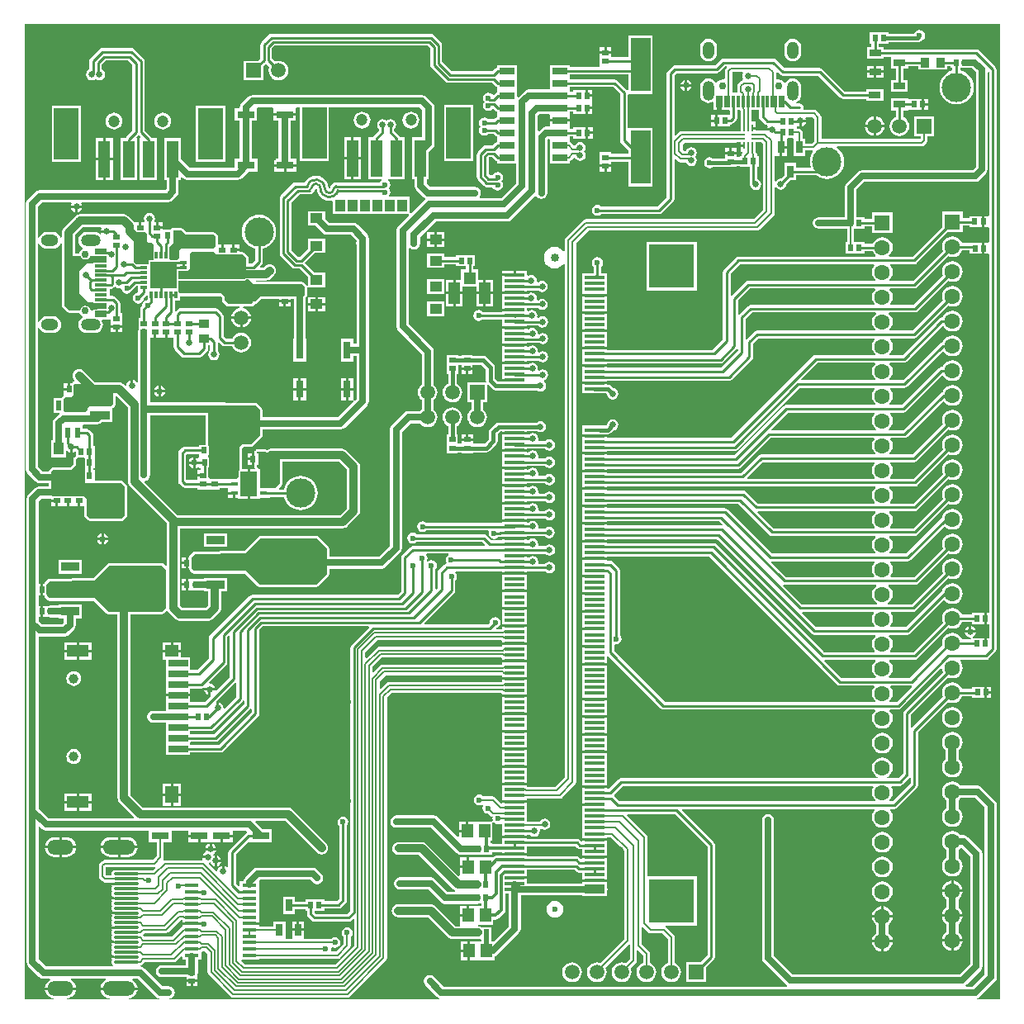
<source format=gtl>
G04*
G04 #@! TF.GenerationSoftware,Altium Limited,Altium Designer,21.1.1 (26)*
G04*
G04 Layer_Physical_Order=1*
G04 Layer_Color=255*
%FSLAX25Y25*%
%MOIN*%
G70*
G04*
G04 #@! TF.SameCoordinates,B5F5DE5B-2645-439E-AC59-352A346880EA*
G04*
G04*
G04 #@! TF.FilePolarity,Positive*
G04*
G01*
G75*
%ADD10C,0.01000*%
%ADD18R,0.03150X0.07086*%
%ADD19R,0.04567X0.05787*%
%ADD20R,0.02559X0.02362*%
%ADD21R,0.07086X0.03150*%
%ADD22R,0.02362X0.02559*%
%ADD23R,0.06102X0.02559*%
%ADD24R,0.05118X0.01181*%
%ADD25R,0.05118X0.01181*%
%ADD26C,0.11811*%
%ADD27R,0.07874X0.02756*%
%ADD28R,0.07874X0.02755*%
%ADD29R,0.05500X0.05000*%
%ADD30R,0.05500X0.07000*%
%ADD31R,0.09000X0.05000*%
%ADD32R,0.05807X0.01772*%
%ADD33R,0.02756X0.04921*%
%ADD34R,0.07874X0.01378*%
%ADD35O,0.10220X0.01102*%
%ADD36R,0.01181X0.05118*%
%ADD37R,0.04724X0.14961*%
%ADD38R,0.07284X0.03543*%
%ADD39R,0.07284X0.12795*%
%ADD40R,0.03150X0.01575*%
%ADD41R,0.06890X0.09843*%
%ADD42R,0.07874X0.03346*%
%ADD43R,0.03937X0.04921*%
%ADD44R,0.02165X0.03937*%
%ADD45R,0.01181X0.05118*%
%ADD46R,0.03858X0.03661*%
%ADD47R,0.03150X0.01181*%
%ADD48R,0.01181X0.03150*%
%ADD49R,0.11024X0.11024*%
%ADD50R,0.05000X0.03937*%
%ADD51R,0.03937X0.05000*%
%ADD52R,0.04724X0.08662*%
%ADD53R,0.05118X0.05118*%
%ADD54R,0.09843X0.20866*%
%ADD55R,0.07874X0.21654*%
%ADD56R,0.03150X0.00787*%
%ADD57R,0.00787X0.03150*%
%ADD58R,0.03661X0.03858*%
%ADD59R,0.04921X0.02756*%
%ADD60O,0.10220X0.01102*%
%ADD61R,0.18110X0.17717*%
%ADD123C,0.02800*%
%ADD124C,0.00800*%
%ADD125C,0.03200*%
%ADD126C,0.01400*%
%ADD127C,0.01200*%
%ADD128C,0.02000*%
%ADD129C,0.02500*%
%ADD130C,0.01500*%
%ADD131C,0.03000*%
%ADD132C,0.02600*%
%ADD133R,0.05906X0.05906*%
%ADD134C,0.05906*%
%ADD135C,0.02500*%
%ADD136C,0.02953*%
%ADD137O,0.07087X0.04724*%
%ADD138O,0.07874X0.04724*%
%ADD139C,0.03937*%
%ADD140R,0.06299X0.06299*%
%ADD141C,0.06299*%
%ADD142O,0.04724X0.07087*%
%ADD143O,0.04724X0.07874*%
%ADD144R,0.05906X0.05906*%
%ADD145C,0.04724*%
%ADD146O,0.12989X0.05906*%
%ADD147O,0.10627X0.05906*%
%ADD148C,0.03347*%
%ADD149C,0.02362*%
%ADD150C,0.03500*%
G36*
X243763Y367161D02*
X243263Y367010D01*
X243081Y367281D01*
X239381Y370981D01*
X238885Y371313D01*
X238300Y371429D01*
X220280D01*
Y372120D01*
X220280Y372180D01*
Y372621D01*
X220280Y372679D01*
Y373371D01*
X243763D01*
Y367161D01*
D02*
G37*
G36*
X393700Y393700D02*
Y0D01*
X384588D01*
X384539Y500D01*
X384736Y539D01*
X385530Y1070D01*
X391830Y7370D01*
X392361Y8164D01*
X392547Y9100D01*
Y78553D01*
X392361Y79490D01*
X391830Y80284D01*
X386484Y85630D01*
X385690Y86161D01*
X384753Y86347D01*
X377953D01*
X377559Y86860D01*
X376693Y87525D01*
X375683Y87943D01*
X374600Y88085D01*
X373517Y87943D01*
X372507Y87525D01*
X371640Y86860D01*
X370975Y85993D01*
X370557Y84983D01*
X370415Y83900D01*
X370557Y82817D01*
X370975Y81807D01*
X371640Y80941D01*
X372153Y80547D01*
Y77253D01*
X371640Y76859D01*
X370975Y75993D01*
X370557Y74983D01*
X370415Y73900D01*
X370557Y72817D01*
X370975Y71807D01*
X371640Y70941D01*
X372507Y70275D01*
X373517Y69857D01*
X374600Y69715D01*
X375683Y69857D01*
X376693Y70275D01*
X377559Y70941D01*
X378225Y71807D01*
X378643Y72817D01*
X378785Y73900D01*
X378643Y74983D01*
X378225Y75993D01*
X377559Y76859D01*
X377047Y77253D01*
Y80547D01*
X377559Y80941D01*
X377953Y81453D01*
X383740D01*
X387653Y77540D01*
Y10114D01*
X382786Y5247D01*
X379999D01*
X379847Y5747D01*
X380330Y6070D01*
X386030Y11770D01*
X386561Y12564D01*
X386747Y13500D01*
Y58800D01*
X386561Y59736D01*
X386030Y60530D01*
X380930Y65630D01*
X380136Y66161D01*
X379200Y66347D01*
X377953D01*
X377559Y66860D01*
X376693Y67525D01*
X375683Y67943D01*
X374600Y68085D01*
X373517Y67943D01*
X372507Y67525D01*
X371640Y66860D01*
X370975Y65993D01*
X370557Y64983D01*
X370415Y63900D01*
X370557Y62817D01*
X370975Y61807D01*
X371640Y60940D01*
X372153Y60547D01*
Y57253D01*
X371640Y56859D01*
X370975Y55993D01*
X370557Y54983D01*
X370415Y53900D01*
X370557Y52817D01*
X370975Y51807D01*
X371640Y50941D01*
X372507Y50275D01*
X373517Y49857D01*
X374600Y49715D01*
X375683Y49857D01*
X376693Y50275D01*
X377559Y50941D01*
X378225Y51807D01*
X378643Y52817D01*
X378785Y53900D01*
X378643Y54983D01*
X378225Y55993D01*
X377559Y56859D01*
X377047Y57253D01*
Y60547D01*
X377559Y60940D01*
X377780Y61228D01*
X378379Y61260D01*
X381853Y57786D01*
Y14514D01*
X377586Y10247D01*
X310114D01*
X302647Y17714D01*
Y72500D01*
X302461Y73436D01*
X301930Y74230D01*
X301136Y74761D01*
X300200Y74947D01*
X299264Y74761D01*
X298470Y74230D01*
X297939Y73436D01*
X297753Y72500D01*
Y16700D01*
X297939Y15764D01*
X298470Y14970D01*
X307370Y6070D01*
X307853Y5747D01*
X307701Y5247D01*
X169314D01*
X165430Y9130D01*
X164636Y9661D01*
X163700Y9847D01*
X162764Y9661D01*
X161970Y9130D01*
X161439Y8336D01*
X161253Y7400D01*
X161439Y6464D01*
X161970Y5670D01*
X166570Y1070D01*
X167364Y539D01*
X167561Y500D01*
X167512Y0D01*
X58586D01*
X58536Y500D01*
X59236Y639D01*
X60030Y1170D01*
X60561Y1964D01*
X60747Y2900D01*
X60561Y3836D01*
X60030Y4630D01*
X59236Y5161D01*
X58300Y5347D01*
X55774D01*
X48491Y12630D01*
X47697Y13161D01*
X47014Y13296D01*
X46839Y13740D01*
X46925Y13893D01*
X47261Y13960D01*
X47724Y14269D01*
X48526Y15071D01*
X60344D01*
X60344Y15071D01*
X60890Y15180D01*
X61353Y15489D01*
X63268Y17404D01*
X63730Y17212D01*
Y16039D01*
X65186D01*
Y13947D01*
X55500D01*
X54564Y13761D01*
X53770Y13230D01*
X53239Y12436D01*
X53053Y11500D01*
X53239Y10564D01*
X53770Y9770D01*
X54564Y9239D01*
X55500Y9053D01*
X65354D01*
Y8054D01*
X67633D01*
X69913D01*
Y10058D01*
X70080Y10900D01*
Y16039D01*
X71537D01*
Y19201D01*
X71946Y19475D01*
X72057Y19586D01*
X72909D01*
X73973Y18522D01*
Y11179D01*
X73973Y11179D01*
X74081Y10632D01*
X74391Y10169D01*
X83269Y1291D01*
X83732Y981D01*
X84279Y873D01*
X84279Y873D01*
X130421D01*
X130421Y873D01*
X130968Y981D01*
X131431Y1291D01*
X145909Y15769D01*
X145909Y15769D01*
X146219Y16232D01*
X146327Y16779D01*
X146327Y16779D01*
Y121909D01*
X148277Y123858D01*
X192557D01*
X192570Y123845D01*
X192570Y123845D01*
X192980Y123572D01*
Y122992D01*
X197916D01*
X202853D01*
Y125528D01*
Y129079D01*
X197916D01*
X192980D01*
Y128499D01*
X192570Y128226D01*
X192570Y128226D01*
X192557Y128213D01*
X147064D01*
X147064Y128213D01*
X146518Y128104D01*
X146055Y127795D01*
X146055Y127795D01*
X143789Y125529D01*
X143327Y125721D01*
Y128409D01*
X145863Y130945D01*
X192557D01*
X192570Y130932D01*
X192570Y130932D01*
X192980Y130658D01*
Y130079D01*
X197916D01*
X202853D01*
Y130252D01*
Y134976D01*
Y136165D01*
X197916D01*
X192980D01*
Y135586D01*
X192570Y135312D01*
X192570Y135312D01*
X192557Y135300D01*
X144651D01*
X144651Y135300D01*
X144105Y135191D01*
X143641Y134881D01*
X140889Y132129D01*
X140427Y132321D01*
Y134193D01*
X144266Y138031D01*
X192557D01*
X192570Y138018D01*
X192570Y138018D01*
X192980Y137745D01*
Y137165D01*
X197916D01*
X202853D01*
Y139701D01*
Y143252D01*
X197916D01*
X192980D01*
Y142673D01*
X192570Y142399D01*
X192570Y142399D01*
X192557Y142386D01*
X143053D01*
X143053Y142386D01*
X142507Y142277D01*
X142044Y141968D01*
X142044Y141968D01*
X137989Y137914D01*
X137527Y138105D01*
Y140194D01*
X142452Y145118D01*
X192557D01*
X192570Y145105D01*
X192570Y145105D01*
X192980Y144831D01*
Y144252D01*
X197916D01*
X202853D01*
Y144425D01*
Y149150D01*
Y150339D01*
X197916D01*
X192980D01*
Y149759D01*
X192570Y149486D01*
X192570Y149486D01*
X192557Y149473D01*
X190643D01*
X190345Y149973D01*
X190390Y150054D01*
X190851Y150145D01*
X191572Y150628D01*
X192054Y151349D01*
X192224Y152200D01*
X192054Y153051D01*
X191572Y153772D01*
X190851Y154254D01*
X190000Y154424D01*
X189149Y154254D01*
X188427Y153772D01*
X187945Y153051D01*
X187776Y152200D01*
X187786Y152149D01*
X187066Y151429D01*
X161546D01*
X161354Y151891D01*
X173481Y164019D01*
X173813Y164515D01*
X173929Y165100D01*
Y169199D01*
X173972Y169228D01*
X174454Y169949D01*
X174624Y170800D01*
X174454Y171651D01*
X173972Y172372D01*
X173885Y172431D01*
X174036Y172931D01*
X192980D01*
Y172599D01*
X197916D01*
X202853D01*
Y172871D01*
X210216D01*
X210278Y172778D01*
X211022Y172281D01*
X211900Y172106D01*
X212778Y172281D01*
X213522Y172778D01*
X214019Y173522D01*
X214194Y174400D01*
X214019Y175278D01*
X213522Y176022D01*
X212778Y176520D01*
X211900Y176694D01*
X211022Y176520D01*
X210278Y176022D01*
X210216Y175929D01*
X207715D01*
X207398Y176316D01*
X207494Y176800D01*
X207319Y177678D01*
X206822Y178422D01*
X206078Y178919D01*
X205200Y179094D01*
X204322Y178919D01*
X203578Y178422D01*
X203531Y178352D01*
X202853D01*
Y178685D01*
X197916D01*
Y179685D01*
X202853D01*
Y179971D01*
X210216D01*
X210278Y179878D01*
X211022Y179381D01*
X211900Y179206D01*
X212778Y179381D01*
X213522Y179878D01*
X214019Y180622D01*
X214194Y181500D01*
X214019Y182378D01*
X213522Y183122D01*
X212778Y183619D01*
X211900Y183794D01*
X211022Y183619D01*
X210278Y183122D01*
X210216Y183029D01*
X207715D01*
X207398Y183416D01*
X207494Y183900D01*
X207319Y184778D01*
X206822Y185522D01*
X206078Y186020D01*
X205200Y186194D01*
X204322Y186020D01*
X203578Y185522D01*
X203522Y185439D01*
X202853D01*
Y185772D01*
X197916D01*
X192980D01*
Y185439D01*
X188324D01*
X186410Y187353D01*
X185914Y187685D01*
X185328Y187801D01*
X158401D01*
X158372Y187844D01*
X157651Y188326D01*
X156800Y188496D01*
X155949Y188326D01*
X155227Y187844D01*
X154745Y187123D01*
X154576Y186272D01*
X154745Y185421D01*
X155227Y184699D01*
X155949Y184217D01*
X156800Y184048D01*
X157651Y184217D01*
X158372Y184699D01*
X158401Y184742D01*
X184695D01*
X185898Y183539D01*
X185707Y183077D01*
X156747D01*
X156162Y182960D01*
X155666Y182629D01*
X152519Y179481D01*
X152187Y178985D01*
X152071Y178400D01*
Y164833D01*
X150666Y163429D01*
X92000D01*
X91415Y163313D01*
X90919Y162981D01*
X74965Y147028D01*
X74634Y146532D01*
X74517Y145947D01*
Y137780D01*
X69749Y133011D01*
X66960D01*
Y138206D01*
X63260D01*
Y140240D01*
X59510D01*
X55760D01*
Y137240D01*
X57086D01*
Y133450D01*
Y129104D01*
Y124781D01*
Y123342D01*
X62023D01*
X66960D01*
Y125630D01*
X71394D01*
X71979Y125746D01*
X72101Y125828D01*
X72142Y125800D01*
X76995D01*
X76919Y126178D01*
X76422Y126922D01*
X75678Y127419D01*
X74800Y127594D01*
X74674Y127569D01*
X74427Y128030D01*
X81481Y135084D01*
X81813Y135580D01*
X81929Y136165D01*
Y146566D01*
X82509Y147146D01*
X82971Y146954D01*
Y130234D01*
X77496Y124759D01*
X77420Y124800D01*
X75300D01*
Y122680D01*
X75341Y122604D01*
X72785Y120047D01*
X66960D01*
Y122342D01*
X62023D01*
X57086D01*
Y120464D01*
Y116639D01*
X52008D01*
X51072Y116453D01*
X50278Y115922D01*
X49747Y115128D01*
X49561Y114192D01*
X49747Y113256D01*
X50278Y112462D01*
X51072Y111931D01*
X52008Y111745D01*
X57086D01*
Y107925D01*
X57079D01*
Y103169D01*
X57086D01*
Y98840D01*
X66960D01*
Y99689D01*
X79118D01*
X79703Y99805D01*
X80199Y100137D01*
X94331Y114269D01*
X94663Y114765D01*
X94779Y115350D01*
Y149292D01*
X96158Y150671D01*
X138927D01*
X139118Y150209D01*
X132019Y143109D01*
X131687Y142613D01*
X131571Y142028D01*
Y35833D01*
X130266Y34529D01*
X117734D01*
X117156Y35107D01*
Y35921D01*
X121154D01*
Y36671D01*
X126800D01*
X127385Y36787D01*
X127881Y37119D01*
X129681Y38919D01*
X130013Y39415D01*
X130129Y40000D01*
Y70103D01*
X130173Y70132D01*
X130655Y70854D01*
X130824Y71705D01*
X130655Y72556D01*
X130173Y73277D01*
X129451Y73759D01*
X128600Y73929D01*
X127749Y73759D01*
X127027Y73277D01*
X126546Y72556D01*
X126376Y71705D01*
X126546Y70854D01*
X127027Y70132D01*
X127071Y70103D01*
Y40633D01*
X126166Y39729D01*
X121154D01*
Y40479D01*
X113446D01*
Y39551D01*
X109078D01*
Y41482D01*
X104322D01*
Y34561D01*
X109078D01*
Y36492D01*
X113446D01*
Y35921D01*
X114097D01*
Y34473D01*
X114214Y33888D01*
X114545Y33392D01*
X116019Y31919D01*
X116515Y31587D01*
X117100Y31471D01*
X130900D01*
X131485Y31587D01*
X131981Y31919D01*
X132711Y32648D01*
X133173Y32456D01*
Y21791D01*
X125469Y14088D01*
X89052D01*
X87563Y15577D01*
X87754Y16039D01*
X94670D01*
Y16498D01*
X126525D01*
X126525Y16498D01*
X127071Y16606D01*
X127534Y16916D01*
X131309Y20691D01*
X131309Y20691D01*
X131619Y21154D01*
X131727Y21700D01*
Y25331D01*
X131872Y25427D01*
X132354Y26149D01*
X132524Y27000D01*
X132354Y27851D01*
X131872Y28572D01*
X131151Y29055D01*
X130300Y29224D01*
X129449Y29055D01*
X128727Y28572D01*
X128245Y27851D01*
X128076Y27000D01*
X128245Y26149D01*
X128727Y25427D01*
X128873Y25331D01*
Y22291D01*
X125934Y19353D01*
X124023D01*
X123698Y19853D01*
X123824Y20484D01*
X123744Y20888D01*
X124194Y21188D01*
X124492Y20989D01*
X125343Y20820D01*
X126194Y20989D01*
X126916Y21471D01*
X127398Y22192D01*
X127567Y23043D01*
X127398Y23894D01*
X126916Y24616D01*
X126194Y25098D01*
X125343Y25267D01*
X124492Y25098D01*
X123771Y24616D01*
X123674Y24471D01*
X113216D01*
X112818Y24718D01*
X112818Y24971D01*
Y27679D01*
X110440D01*
X108062D01*
Y24971D01*
X108062Y24718D01*
X107665Y24471D01*
X105735D01*
X105338Y24718D01*
Y31639D01*
X100582D01*
Y29606D01*
X94670D01*
Y30220D01*
X90767D01*
Y31220D01*
X94670D01*
Y33953D01*
Y36512D01*
Y39071D01*
Y41630D01*
Y44189D01*
Y47961D01*
X94670Y47961D01*
X94670D01*
X94976Y48315D01*
X95014Y48353D01*
X115386D01*
X116370Y47370D01*
X117164Y46839D01*
X118100Y46653D01*
X119036Y46839D01*
X119830Y47370D01*
X120361Y48164D01*
X120547Y49100D01*
X120361Y50036D01*
X119830Y50830D01*
X118130Y52530D01*
X117336Y53061D01*
X116400Y53247D01*
X94000D01*
X93064Y53061D01*
X92270Y52530D01*
X89037Y49297D01*
X88506Y48503D01*
X88398Y47961D01*
X86863D01*
Y46053D01*
X86401Y45861D01*
X85329Y46933D01*
Y58767D01*
X90369Y63806D01*
X90831Y63615D01*
Y63525D01*
X99917D01*
Y68675D01*
X96260D01*
X93219Y71716D01*
X93410Y72178D01*
X105314D01*
X118146Y59346D01*
X118689Y58929D01*
X119321Y58667D01*
X120000Y58578D01*
X120679Y58667D01*
X121311Y58929D01*
X121854Y59346D01*
X122271Y59889D01*
X122533Y60521D01*
X122622Y61200D01*
X122533Y61879D01*
X122271Y62511D01*
X121854Y63054D01*
X108254Y76654D01*
X107711Y77071D01*
X107079Y77333D01*
X106400Y77422D01*
X106400Y77422D01*
X47886D01*
X42867Y82441D01*
Y155580D01*
X55500Y155580D01*
X55890Y155658D01*
X56221Y155879D01*
X57272Y156931D01*
X57770Y156867D01*
X57843Y156794D01*
X58246Y156269D01*
X60769Y153746D01*
X60769Y153746D01*
X61312Y153329D01*
X61944Y153067D01*
X62623Y152978D01*
X62623Y152978D01*
X74400D01*
X74400Y152978D01*
X75079Y153067D01*
X75711Y153329D01*
X76254Y153746D01*
X78794Y156285D01*
X78794Y156285D01*
X79211Y156828D01*
X79473Y157461D01*
X79562Y158139D01*
X79562Y158140D01*
Y164713D01*
X81697D01*
Y170256D01*
X72413D01*
Y169945D01*
X69000D01*
X68671Y169879D01*
X66154D01*
Y167600D01*
Y165321D01*
X68671D01*
X69000Y165255D01*
X72413D01*
Y164713D01*
X74317D01*
Y159226D01*
X73314Y158222D01*
X63709D01*
X62722Y159209D01*
Y190278D01*
X128479D01*
X128480Y190278D01*
X129158Y190367D01*
X129791Y190629D01*
X130334Y191046D01*
X134654Y195366D01*
X134654Y195366D01*
X135071Y195909D01*
X135333Y196542D01*
X135423Y197221D01*
X135422Y197221D01*
Y215100D01*
X135423Y215100D01*
X135333Y215779D01*
X135071Y216411D01*
X134654Y216954D01*
X134654Y216954D01*
X130054Y221554D01*
X129511Y221971D01*
X128879Y222233D01*
X128200Y222322D01*
X128200Y222322D01*
X99500D01*
X98821Y222233D01*
X98189Y221971D01*
X98059Y221872D01*
X97998Y221844D01*
X97987Y221836D01*
X97987Y221836D01*
X97973Y221845D01*
X97954Y221852D01*
X97936Y221855D01*
X97921Y221864D01*
X97921Y221864D01*
X97903Y221879D01*
X97857Y221903D01*
X97817Y221936D01*
X97774Y221959D01*
X97741Y221969D01*
X97727Y221978D01*
X97727Y221978D01*
X97646Y222032D01*
X97596Y222042D01*
X97552Y222066D01*
X97438Y222077D01*
X97406Y222090D01*
X97358Y222100D01*
X97306D01*
X97256Y222110D01*
X97207D01*
X97159Y222120D01*
X94000D01*
X93902Y222100D01*
X93801D01*
X93718Y222083D01*
X93625Y222045D01*
X93610Y222042D01*
X93598Y222034D01*
X93350Y221931D01*
X93069Y221650D01*
X92966Y221402D01*
X92958Y221390D01*
X92955Y221375D01*
X92917Y221282D01*
X92900Y221199D01*
Y221098D01*
X92880Y221000D01*
Y220479D01*
X92753D01*
Y218200D01*
Y215920D01*
X92880D01*
Y215100D01*
X92900Y215002D01*
Y214901D01*
X92925Y214776D01*
X92963Y214683D01*
X92983Y214585D01*
X93025Y214521D01*
X93009Y214439D01*
X92884Y214174D01*
X92757Y214021D01*
X91100D01*
Y208100D01*
Y202179D01*
X95045D01*
Y202572D01*
X99080D01*
Y202830D01*
X104790D01*
X105089Y201845D01*
X105730Y200645D01*
X106593Y199593D01*
X107645Y198731D01*
X108845Y198089D01*
X110146Y197694D01*
X111500Y197561D01*
X112854Y197694D01*
X114155Y198089D01*
X115355Y198731D01*
X116407Y199593D01*
X117270Y200645D01*
X117911Y201845D01*
X118306Y203146D01*
X118439Y204500D01*
X118306Y205854D01*
X117911Y207155D01*
X117270Y208355D01*
X116407Y209407D01*
X115355Y210269D01*
X114155Y210911D01*
X112854Y211306D01*
X111500Y211439D01*
X110146Y211306D01*
X108845Y210911D01*
X107645Y210269D01*
X106593Y209407D01*
X105730Y208355D01*
X105089Y207155D01*
X104705Y205889D01*
X102884D01*
X102693Y206351D01*
X103650Y207308D01*
X103706Y207392D01*
X103777Y207463D01*
X103829Y207541D01*
X103829Y207541D01*
X103868Y207634D01*
X103871Y207639D01*
X103872Y207645D01*
X103939Y207805D01*
X103942Y207810D01*
X103943Y207816D01*
X103981Y207909D01*
X104000Y208001D01*
Y208102D01*
X104020Y208200D01*
Y217078D01*
X127114D01*
X130178Y214014D01*
Y198307D01*
X127393Y195522D01*
X61886D01*
X48605Y208804D01*
X48770Y209346D01*
X49236Y209439D01*
X50030Y209970D01*
X50561Y210764D01*
X50747Y211700D01*
Y235951D01*
X73280D01*
Y223979D01*
X70472D01*
Y223229D01*
X64800D01*
X64215Y223113D01*
X63719Y222781D01*
X62619Y221681D01*
X62287Y221185D01*
X62171Y220600D01*
Y209200D01*
X62287Y208615D01*
X62619Y208119D01*
X63665Y207072D01*
X64161Y206741D01*
X64746Y206624D01*
X69721D01*
Y205972D01*
X74279D01*
Y205972D01*
X74420D01*
Y205972D01*
X78979D01*
Y206624D01*
X82064D01*
X82120Y206147D01*
X82120Y206147D01*
X82120Y206147D01*
Y204860D01*
X84694D01*
Y204360D01*
X85194D01*
Y202572D01*
X86155D01*
Y202179D01*
X90100D01*
Y208100D01*
Y214021D01*
X87720D01*
Y222478D01*
X88322Y223080D01*
X91500D01*
X91890Y223158D01*
X92221Y223379D01*
X95721Y226879D01*
X95942Y227210D01*
X96020Y227600D01*
Y230153D01*
X127600D01*
X128536Y230339D01*
X129330Y230870D01*
X138330Y239870D01*
X138861Y240664D01*
X139047Y241600D01*
Y262274D01*
Y273600D01*
Y307300D01*
X138861Y308236D01*
X138330Y309030D01*
X134430Y312930D01*
X133636Y313461D01*
X132700Y313647D01*
X123105D01*
X121468Y315284D01*
Y318292D01*
X114468D01*
Y312355D01*
X117476D01*
X120361Y309470D01*
X121155Y308939D01*
X122091Y308753D01*
X131686D01*
X134153Y306286D01*
Y306257D01*
X134139Y306236D01*
X133953Y305300D01*
X134139Y304364D01*
X134153Y304343D01*
Y273600D01*
Y264721D01*
X132875D01*
Y266717D01*
X127725D01*
Y257631D01*
X132875D01*
Y259827D01*
X134153D01*
Y242614D01*
X133342Y241802D01*
X133312Y241817D01*
X133312Y241817D01*
X132875Y242043D01*
X132875Y242317D01*
Y245926D01*
X130800D01*
Y241883D01*
X132405D01*
X132715Y241883D01*
X132956Y241417D01*
X126586Y235047D01*
X96020D01*
Y238200D01*
X95942Y238590D01*
X95721Y238921D01*
X94021Y240621D01*
X93690Y240842D01*
X93300Y240920D01*
X81450D01*
X80800Y241049D01*
X50747D01*
Y267302D01*
X52300D01*
Y269483D01*
X53300D01*
Y267302D01*
X56800D01*
Y269483D01*
X57800D01*
Y267302D01*
X59579D01*
Y267302D01*
X60271D01*
Y263400D01*
X60387Y262815D01*
X60719Y262319D01*
X63419Y259619D01*
X63915Y259287D01*
X64500Y259171D01*
X70400D01*
X70985Y259287D01*
X71481Y259619D01*
X73681Y261819D01*
X74013Y262315D01*
X74129Y262900D01*
Y264069D01*
X74971D01*
Y262084D01*
X74878Y262022D01*
X74381Y261278D01*
X74206Y260400D01*
X74381Y259522D01*
X74878Y258778D01*
X75622Y258280D01*
X76500Y258106D01*
X77378Y258280D01*
X78122Y258778D01*
X78619Y259522D01*
X78794Y260400D01*
X78619Y261278D01*
X78122Y262022D01*
X78029Y262084D01*
Y265201D01*
X78529Y265408D01*
X79719Y264219D01*
X80215Y263887D01*
X80800Y263771D01*
X83855D01*
X84047Y263307D01*
X84681Y262481D01*
X85507Y261847D01*
X86468Y261449D01*
X87500Y261313D01*
X88532Y261449D01*
X89493Y261847D01*
X90319Y262481D01*
X90953Y263307D01*
X91351Y264268D01*
X91487Y265300D01*
X91351Y266332D01*
X90953Y267293D01*
X90319Y268119D01*
X89493Y268753D01*
X88532Y269151D01*
X87500Y269287D01*
X86468Y269151D01*
X85507Y268753D01*
X84681Y268119D01*
X84047Y267293D01*
X83855Y266829D01*
X81433D01*
X80429Y267833D01*
Y275900D01*
X80313Y276485D01*
X79981Y276981D01*
X78381Y278581D01*
X77885Y278913D01*
X77300Y279029D01*
X62900D01*
X62315Y278913D01*
X61819Y278581D01*
X61166Y277929D01*
X60666Y278136D01*
Y282025D01*
X62696D01*
Y283561D01*
X62900Y283980D01*
X79178Y283980D01*
X79680Y283478D01*
Y282419D01*
X79758Y282029D01*
X79979Y281699D01*
X81699Y279979D01*
X82029Y279758D01*
X82420Y279680D01*
X86659D01*
X86691Y279180D01*
X86468Y279151D01*
X85507Y278753D01*
X84681Y278119D01*
X84047Y277293D01*
X83649Y276332D01*
X83579Y275800D01*
X87500D01*
X91421D01*
X91351Y276332D01*
X90953Y277293D01*
X90319Y278119D01*
X89493Y278753D01*
X88532Y279151D01*
X88309Y279180D01*
X88341Y279680D01*
X91500D01*
X91890Y279758D01*
X92221Y279979D01*
X93028Y280786D01*
X93059Y280780D01*
X93200D01*
X93590Y280858D01*
X93921Y281079D01*
X95522Y282680D01*
X102821D01*
Y282400D01*
X105100D01*
X107379D01*
Y282680D01*
X108753D01*
Y266717D01*
X108525D01*
Y257631D01*
X113675D01*
Y266717D01*
X113647D01*
Y283505D01*
X113721Y283579D01*
X113942Y283910D01*
X114020Y284300D01*
Y287428D01*
X114469Y287552D01*
X114520Y287552D01*
X121468D01*
Y293489D01*
X117163D01*
X113242Y297410D01*
X117163Y301331D01*
X121468D01*
Y307268D01*
X114469D01*
Y302962D01*
X111295Y299789D01*
X110433D01*
X107829Y302393D01*
Y321866D01*
X111033Y325071D01*
X115000D01*
Y325054D01*
X115917Y325236D01*
X116694Y325756D01*
X117214Y326533D01*
X117342Y327176D01*
X117721Y327358D01*
X118041Y327186D01*
X118180Y326132D01*
X118689Y324903D01*
X119498Y323848D01*
X120553Y323039D01*
X121782Y322530D01*
X123100Y322356D01*
X124130Y322492D01*
X124630Y322119D01*
Y317020D01*
X155052D01*
X155260Y316520D01*
X150970Y312230D01*
X150439Y311436D01*
X150253Y310500D01*
Y271700D01*
X150439Y270764D01*
X150970Y269970D01*
X160353Y260586D01*
Y248205D01*
X159981Y247919D01*
X159347Y247093D01*
X158949Y246132D01*
X158813Y245100D01*
X158949Y244068D01*
X159347Y243107D01*
X159981Y242281D01*
X160353Y241995D01*
Y238205D01*
X159981Y237919D01*
X159695Y237547D01*
X155000D01*
X154064Y237361D01*
X153270Y236830D01*
X148270Y231830D01*
X147739Y231036D01*
X147553Y230100D01*
Y183214D01*
X143186Y178847D01*
X123020D01*
Y182168D01*
X122942Y182558D01*
X122721Y182889D01*
X118617Y186993D01*
X118287Y187214D01*
X117896Y187291D01*
X95472D01*
X95082Y187214D01*
X94751Y186993D01*
X88774Y181016D01*
X68690Y180819D01*
X68500Y180780D01*
X68310Y180742D01*
X68306Y180739D01*
X68301Y180738D01*
X68140Y180629D01*
X67979Y180521D01*
X66787Y179329D01*
X66784Y179325D01*
X66781Y179323D01*
X66674Y179160D01*
X66566Y178998D01*
X66565Y178994D01*
X66563Y178990D01*
X66397Y178579D01*
X66053D01*
Y176300D01*
Y174021D01*
X66397D01*
X66398Y174019D01*
X66580Y173594D01*
X66689Y173435D01*
X66796Y173275D01*
X67792Y172279D01*
X68122Y172058D01*
X68513Y171980D01*
X89078D01*
X94179Y166879D01*
X94510Y166658D01*
X94900Y166580D01*
X117700D01*
X118090Y166658D01*
X118421Y166879D01*
X122721Y171179D01*
X122942Y171510D01*
X123020Y171900D01*
Y173953D01*
X144200D01*
X145136Y174139D01*
X145930Y174670D01*
X151730Y180470D01*
X152261Y181264D01*
X152447Y182200D01*
Y229086D01*
X156014Y232653D01*
X159695D01*
X159981Y232281D01*
X160807Y231647D01*
X161768Y231249D01*
X162800Y231113D01*
X163832Y231249D01*
X164793Y231647D01*
X165619Y232281D01*
X166253Y233107D01*
X166651Y234068D01*
X166787Y235100D01*
X166651Y236132D01*
X166253Y237093D01*
X165619Y237919D01*
X165247Y238205D01*
Y241995D01*
X165619Y242281D01*
X166253Y243107D01*
X166651Y244068D01*
X166787Y245100D01*
X166651Y246132D01*
X166253Y247093D01*
X165619Y247919D01*
X165247Y248205D01*
Y261600D01*
X165061Y262536D01*
X164530Y263330D01*
X155147Y272714D01*
Y303271D01*
X155647Y303418D01*
X156364Y302939D01*
X157300Y302753D01*
X158236Y302939D01*
X159030Y303470D01*
X159561Y304264D01*
X159747Y305200D01*
Y307786D01*
X166014Y314053D01*
X194800D01*
X195736Y314239D01*
X196530Y314770D01*
X206065Y324304D01*
X206708Y324241D01*
X206956Y323870D01*
X207750Y323339D01*
X208687Y323153D01*
X209623Y323339D01*
X210417Y323870D01*
X210947Y324664D01*
X211134Y325600D01*
Y347155D01*
X211432Y347453D01*
X211790D01*
X212177Y347180D01*
X212177Y346953D01*
Y342620D01*
X212177D01*
Y342179D01*
X212177D01*
Y337620D01*
X220280D01*
Y338617D01*
X220689Y338891D01*
X221687Y339889D01*
X221802Y339908D01*
X222272Y339835D01*
X222678Y339228D01*
X223422Y338731D01*
X224300Y338556D01*
X225178Y338731D01*
X225922Y339228D01*
X226419Y339972D01*
X226594Y340850D01*
X226419Y341728D01*
X225970Y342400D01*
X226419Y343072D01*
X226594Y343950D01*
X226419Y344828D01*
X225922Y345572D01*
X225178Y346070D01*
X224300Y346244D01*
X223422Y346070D01*
X222678Y345572D01*
X222272Y344965D01*
X221802Y344892D01*
X221687Y344911D01*
X220689Y345909D01*
X220280Y346183D01*
Y347120D01*
X220280Y347180D01*
Y347621D01*
X220280Y347679D01*
Y348371D01*
X221619D01*
Y347621D01*
X226646D01*
Y349900D01*
Y352180D01*
X221619D01*
Y351429D01*
X220280D01*
Y352120D01*
X220280Y352180D01*
Y352621D01*
X220280Y352679D01*
Y354400D01*
X212177D01*
Y352847D01*
X212177Y352621D01*
X211790Y352347D01*
X210418D01*
X209482Y352161D01*
X208688Y351630D01*
X207709Y350651D01*
X207247Y350842D01*
Y356886D01*
X207814Y357453D01*
X211790D01*
X212177Y357179D01*
X212177Y356953D01*
Y355400D01*
X220280D01*
Y357120D01*
X220280Y357179D01*
Y357621D01*
X220280Y357680D01*
Y358371D01*
X221519D01*
Y357621D01*
X226547D01*
Y359900D01*
X227046D01*
Y360400D01*
X229228D01*
Y362179D01*
X229228D01*
Y362620D01*
X229228D01*
Y364400D01*
X227046D01*
Y364900D01*
X226547D01*
Y367179D01*
X221519D01*
Y366429D01*
X220280D01*
Y367121D01*
X220280Y367179D01*
Y367620D01*
X220280Y367680D01*
Y368371D01*
X237667D01*
X240471Y365566D01*
Y346699D01*
X240587Y346114D01*
X240919Y345618D01*
X243763Y342773D01*
Y341376D01*
X236879D01*
Y342028D01*
X232320D01*
Y337665D01*
Y337000D01*
X234600D01*
X236879D01*
Y338317D01*
X243763D01*
Y328172D01*
X253637D01*
Y351826D01*
X243763D01*
X243529Y352229D01*
Y365171D01*
X243763Y365574D01*
X244029Y365574D01*
X253637D01*
Y389228D01*
X243763D01*
Y380429D01*
X236879D01*
Y381747D01*
X234600D01*
X232320D01*
Y380065D01*
Y376719D01*
X231940Y376429D01*
X220280D01*
Y377180D01*
X212177D01*
Y372679D01*
X212177Y372621D01*
Y372180D01*
X212177Y372120D01*
Y367847D01*
X212177Y367620D01*
X211790Y367347D01*
X203400D01*
X202464Y367161D01*
X201670Y366630D01*
X199323Y364283D01*
X198823Y364491D01*
Y367121D01*
X198823Y367179D01*
Y367620D01*
X198823Y367680D01*
Y372180D01*
X198823D01*
Y372621D01*
X198823D01*
Y377180D01*
X190720D01*
Y376330D01*
X190635Y376313D01*
X190139Y375981D01*
X188937Y374779D01*
X172433D01*
X168629Y378584D01*
Y385304D01*
X168513Y385889D01*
X168181Y386386D01*
X165186Y389381D01*
X164689Y389713D01*
X164104Y389829D01*
X99696D01*
X99111Y389713D01*
X98614Y389381D01*
X95669Y386436D01*
X95337Y385939D01*
X95221Y385354D01*
Y379784D01*
X94390Y378953D01*
X88647D01*
Y371047D01*
X96553D01*
Y376790D01*
X97600Y377837D01*
X98941Y376496D01*
X98749Y376032D01*
X98613Y375000D01*
X98749Y373968D01*
X99147Y373007D01*
X99781Y372181D01*
X100607Y371547D01*
X101568Y371149D01*
X102600Y371013D01*
X103632Y371149D01*
X104593Y371547D01*
X105419Y372181D01*
X106053Y373007D01*
X106451Y373968D01*
X106587Y375000D01*
X106451Y376032D01*
X106053Y376993D01*
X105419Y377819D01*
X104593Y378453D01*
X103632Y378851D01*
X102600Y378987D01*
X101568Y378851D01*
X101104Y378659D01*
X99979Y379784D01*
Y384016D01*
X101033Y385071D01*
X162767D01*
X163871Y383966D01*
Y377246D01*
X163987Y376661D01*
X164319Y376164D01*
X170014Y370469D01*
X170511Y370137D01*
X171096Y370021D01*
X188937D01*
X190139Y368819D01*
X190635Y368487D01*
X190720Y368470D01*
Y367680D01*
X190720Y367620D01*
Y367179D01*
X190720Y367121D01*
Y366330D01*
X190635Y366313D01*
X190139Y365981D01*
X189447Y365289D01*
X188949Y365338D01*
X188873Y365454D01*
X188151Y365936D01*
X187300Y366105D01*
X186449Y365936D01*
X185728Y365454D01*
X185246Y364732D01*
X185076Y363881D01*
X185246Y363030D01*
X185667Y362400D01*
X185246Y361770D01*
X185076Y360919D01*
X185246Y360068D01*
X185728Y359346D01*
X186449Y358864D01*
X187300Y358695D01*
X188151Y358864D01*
X188873Y359346D01*
X188949Y359461D01*
X189447Y359511D01*
X190139Y358819D01*
X190635Y358487D01*
X190720Y358470D01*
Y357621D01*
X190720D01*
Y357179D01*
X190720D01*
Y356330D01*
X190635Y356313D01*
X190139Y355981D01*
X189568Y355411D01*
X187301D01*
X187273Y355454D01*
X186551Y355936D01*
X185700Y356105D01*
X184849Y355936D01*
X184127Y355454D01*
X183645Y354732D01*
X183476Y353881D01*
X183645Y353030D01*
X184066Y352400D01*
X183645Y351770D01*
X183476Y350919D01*
X183645Y350068D01*
X184127Y349346D01*
X184849Y348864D01*
X185700Y348695D01*
X186551Y348864D01*
X187273Y349346D01*
X187301Y349390D01*
X189568D01*
X190139Y348819D01*
X190635Y348487D01*
X190720Y348470D01*
Y347621D01*
X190720D01*
Y347180D01*
X190720D01*
Y346330D01*
X190635Y346313D01*
X190139Y345981D01*
X188937Y344779D01*
X186296D01*
X185711Y344663D01*
X185214Y344331D01*
X183019Y342136D01*
X182687Y341639D01*
X182571Y341054D01*
Y331996D01*
X182687Y331411D01*
X183019Y330914D01*
X185514Y328419D01*
X186011Y328087D01*
X186596Y327971D01*
X188977D01*
X189427Y327296D01*
X190149Y326814D01*
X191000Y326645D01*
X191851Y326814D01*
X192572Y327296D01*
X193054Y328018D01*
X193224Y328869D01*
X193054Y329720D01*
X192633Y330350D01*
X193054Y330980D01*
X193224Y331831D01*
X193054Y332682D01*
X192572Y333404D01*
X191851Y333886D01*
X191000Y334055D01*
X190149Y333886D01*
X189427Y333404D01*
X188977Y332729D01*
X187934D01*
X187329Y333333D01*
Y339717D01*
X187634Y340021D01*
X188937D01*
X190139Y338819D01*
X190635Y338487D01*
X190720Y338470D01*
Y337620D01*
X198453D01*
Y329614D01*
X192486Y323647D01*
X183983D01*
X183716Y324147D01*
X184061Y324664D01*
X184247Y325600D01*
X184061Y326536D01*
X183530Y327330D01*
X182736Y327861D01*
X181800Y328047D01*
X163914D01*
X162401Y329559D01*
Y331165D01*
X163317D01*
Y342156D01*
X164830Y343670D01*
X165361Y344464D01*
X165547Y345400D01*
Y360100D01*
X165361Y361036D01*
X164830Y361830D01*
X162230Y364430D01*
X161436Y364961D01*
X160500Y365147D01*
X92000D01*
X91064Y364961D01*
X90270Y364430D01*
X87596Y361756D01*
X87065Y360962D01*
X86879Y360026D01*
Y359875D01*
X84783D01*
Y354725D01*
X86879D01*
Y339375D01*
X84983D01*
Y335721D01*
X66839D01*
X63217Y339343D01*
Y347725D01*
X56492D01*
Y330765D01*
X57407D01*
Y327168D01*
X56986Y326747D01*
X6200D01*
X5264Y326561D01*
X4470Y326030D01*
X1270Y322830D01*
X739Y322036D01*
X553Y321100D01*
Y214100D01*
X739Y213164D01*
X1270Y212370D01*
X4577Y209063D01*
X5371Y208532D01*
X6307Y208346D01*
X9780D01*
Y207120D01*
X5973D01*
X5037Y206934D01*
X4243Y206403D01*
X1570Y203730D01*
X1039Y202936D01*
X853Y202000D01*
Y151700D01*
Y76300D01*
Y15300D01*
X1039Y14364D01*
X1570Y13570D01*
X5970Y9170D01*
X6764Y8639D01*
X7700Y8453D01*
X10248D01*
X10347Y7953D01*
X10233Y7906D01*
X9407Y7272D01*
X8774Y6446D01*
X8375Y5485D01*
X8305Y4953D01*
X14587D01*
X20869D01*
X20799Y5485D01*
X20400Y6446D01*
X19767Y7272D01*
X18941Y7906D01*
X18827Y7953D01*
X18926Y8453D01*
X32691D01*
X32790Y7953D01*
X32676Y7906D01*
X31850Y7272D01*
X31217Y6446D01*
X30818Y5485D01*
X30748Y4953D01*
X38211D01*
X45674D01*
X45604Y5485D01*
X45205Y6446D01*
X44572Y7272D01*
X43746Y7906D01*
X43632Y7953D01*
X43731Y8453D01*
X45747D01*
X53030Y1170D01*
X53824Y639D01*
X54524Y500D01*
X54475Y0D01*
X42044D01*
X42011Y500D01*
X42785Y602D01*
X43746Y1000D01*
X44572Y1634D01*
X45205Y2459D01*
X45604Y3421D01*
X45674Y3953D01*
X38211D01*
X30748D01*
X30818Y3421D01*
X31217Y2459D01*
X31850Y1634D01*
X32676Y1000D01*
X33637Y602D01*
X34411Y500D01*
X34378Y0D01*
X17239D01*
X17206Y500D01*
X17979Y602D01*
X18941Y1000D01*
X19767Y1634D01*
X20400Y2459D01*
X20799Y3421D01*
X20869Y3953D01*
X14587D01*
X8305D01*
X8375Y3421D01*
X8774Y2459D01*
X9407Y1634D01*
X10233Y1000D01*
X11195Y602D01*
X11968Y500D01*
X11936Y0D01*
X0D01*
Y393701D01*
X393700Y393700D01*
D02*
G37*
G36*
X160653Y359086D02*
Y348125D01*
X156592D01*
Y331165D01*
X157507D01*
Y328546D01*
X157694Y327609D01*
X158224Y326815D01*
X161170Y323870D01*
X161673Y323534D01*
Y322932D01*
X161670Y322930D01*
X156067Y317327D01*
X155567Y317534D01*
Y324020D01*
X147341D01*
X147155Y324520D01*
X147555Y325118D01*
X147724Y325969D01*
X147555Y326820D01*
X147134Y327450D01*
X147555Y328080D01*
X147724Y328931D01*
X147555Y329782D01*
X147073Y330504D01*
X146831Y330665D01*
X146983Y331165D01*
X153477D01*
Y348125D01*
X151544D01*
X151527Y348211D01*
X151196Y348707D01*
X149279Y350623D01*
Y351416D01*
X149372Y351478D01*
X149870Y352222D01*
X150044Y353100D01*
X149870Y353978D01*
X149372Y354722D01*
X148628Y355220D01*
X147750Y355394D01*
X146872Y355220D01*
X146200Y354770D01*
X145528Y355220D01*
X144650Y355394D01*
X143772Y355220D01*
X143028Y354722D01*
X142531Y353978D01*
X142356Y353100D01*
X142531Y352222D01*
X143028Y351478D01*
X143121Y351416D01*
Y350675D01*
X141153Y348707D01*
X140821Y348211D01*
X140804Y348125D01*
X138872D01*
Y331165D01*
X144017D01*
X144169Y330665D01*
X143928Y330504D01*
X143477Y329829D01*
X125800D01*
Y329846D01*
X124883Y329664D01*
X124106Y329144D01*
X123586Y328367D01*
X123458Y327724D01*
X123079Y327542D01*
X122759Y327714D01*
X122620Y328768D01*
X122111Y329997D01*
X121302Y331052D01*
X120247Y331861D01*
X119018Y332370D01*
X117700Y332544D01*
X116382Y332370D01*
X115153Y331861D01*
X114098Y331052D01*
X113289Y329997D01*
X113219Y329829D01*
X109331D01*
X108746Y329713D01*
X108250Y329381D01*
X103519Y324650D01*
X103187Y324154D01*
X103071Y323569D01*
Y301056D01*
X103187Y300470D01*
X103519Y299974D01*
X108014Y295478D01*
X108511Y295147D01*
X109096Y295030D01*
X111295D01*
X114469Y291857D01*
Y288212D01*
X113969Y288162D01*
X113942Y288296D01*
X113721Y288627D01*
X112926Y289421D01*
X112596Y289642D01*
X112206Y289720D01*
X93228D01*
X93189Y289778D01*
X93456Y290278D01*
X97600D01*
X97600Y290278D01*
X98279Y290367D01*
X98911Y290629D01*
X99454Y291046D01*
X100854Y292446D01*
X101271Y292989D01*
X101533Y293621D01*
X101622Y294300D01*
X101533Y294979D01*
X101271Y295611D01*
X100854Y296154D01*
X100311Y296571D01*
X99679Y296833D01*
X99000Y296922D01*
X98321Y296833D01*
X97689Y296571D01*
X97146Y296154D01*
X96514Y295522D01*
X95212D01*
X95021Y295984D01*
X95781Y296745D01*
X96113Y297241D01*
X96229Y297827D01*
Y303148D01*
X97355Y303489D01*
X98555Y304131D01*
X99607Y304993D01*
X100470Y306045D01*
X101111Y307245D01*
X101506Y308546D01*
X101639Y309900D01*
X101506Y311254D01*
X101111Y312555D01*
X100470Y313755D01*
X99607Y314807D01*
X98555Y315669D01*
X97355Y316311D01*
X96054Y316706D01*
X94700Y316839D01*
X93346Y316706D01*
X92045Y316311D01*
X90845Y315669D01*
X89793Y314807D01*
X88930Y313755D01*
X88289Y312555D01*
X87894Y311254D01*
X87761Y309900D01*
X87894Y308546D01*
X88289Y307245D01*
X88930Y306045D01*
X89793Y304993D01*
X90845Y304131D01*
X92045Y303489D01*
X93171Y303148D01*
Y298460D01*
X91840Y297129D01*
X90420D01*
Y299478D01*
X90342Y299868D01*
X90121Y300199D01*
X88899Y301421D01*
X88568Y301642D01*
X88178Y301720D01*
X86680D01*
Y302000D01*
X84400D01*
Y302500D01*
X83900D01*
Y304681D01*
X80400D01*
Y302500D01*
X79400D01*
Y304681D01*
X78120D01*
Y308000D01*
X78042Y308390D01*
X77821Y308721D01*
X77121Y309421D01*
X76790Y309642D01*
X76400Y309720D01*
X65422D01*
X63821Y311321D01*
X63490Y311542D01*
X63100Y311620D01*
X60000D01*
X59610Y311542D01*
X59279Y311321D01*
X59058Y310990D01*
X58996Y310680D01*
X55779D01*
Y311146D01*
X53500D01*
Y311647D01*
X53000D01*
Y313828D01*
X52753D01*
X52517Y314268D01*
X52619Y314422D01*
X52794Y315300D01*
X52619Y316178D01*
X52122Y316922D01*
X51378Y317420D01*
X50500Y317594D01*
X49622Y317420D01*
X48878Y316922D01*
X48381Y316178D01*
X48206Y315300D01*
X48381Y314422D01*
X48514Y314222D01*
X48278Y313781D01*
X47300D01*
Y311600D01*
X46300D01*
Y313781D01*
X44521D01*
X44110Y313998D01*
X41854Y316254D01*
X41311Y316671D01*
X40679Y316933D01*
X40000Y317022D01*
X40000Y317022D01*
X22450D01*
X21771Y316933D01*
X21139Y316671D01*
X20596Y316254D01*
X20596Y316254D01*
X15846Y311504D01*
X15429Y310961D01*
X15167Y310329D01*
X15078Y309650D01*
X15078Y309650D01*
Y307741D01*
X14578Y307642D01*
X14386Y308103D01*
X13847Y308806D01*
X13145Y309345D01*
X12327Y309683D01*
X11449Y309799D01*
X9087D01*
X8209Y309683D01*
X7392Y309345D01*
X6689Y308806D01*
X6150Y308103D01*
X5947Y307613D01*
X5447Y307712D01*
Y320086D01*
X7214Y321853D01*
X18931D01*
X19198Y321353D01*
X18880Y320878D01*
X18805Y320500D01*
X23195D01*
X23120Y320878D01*
X22802Y321353D01*
X23069Y321853D01*
X58000D01*
X58936Y322039D01*
X59730Y322570D01*
X61585Y324424D01*
X62115Y325218D01*
X62301Y326154D01*
Y330765D01*
X63217D01*
Y331769D01*
X63678Y331960D01*
X64095Y331544D01*
X64889Y331013D01*
X65825Y330827D01*
X86000D01*
X86936Y331013D01*
X87730Y331544D01*
X90412Y334225D01*
X94069D01*
Y339375D01*
X91773D01*
Y354725D01*
X93869D01*
Y359875D01*
X94164Y360253D01*
X100236D01*
X100531Y359875D01*
X100531Y359753D01*
Y357800D01*
X105074D01*
X109617D01*
Y359753D01*
X109617Y359875D01*
X109912Y360253D01*
X111102D01*
Y338449D01*
X122945D01*
Y360253D01*
X159486D01*
X160653Y359086D01*
D02*
G37*
G36*
X31248Y311278D02*
X30981Y310878D01*
X30905Y310500D01*
X33100D01*
Y309500D01*
X30905D01*
X30958Y309236D01*
X30641Y308962D01*
X30550Y308919D01*
X29996Y309344D01*
X29178Y309683D01*
X28300Y309799D01*
X25151D01*
X24273Y309683D01*
X23455Y309344D01*
X22753Y308805D01*
X22214Y308103D01*
X21875Y307285D01*
X21759Y306407D01*
X21875Y305530D01*
X22214Y304712D01*
X22753Y304010D01*
X23388Y303522D01*
X23440Y303231D01*
X23422Y302943D01*
X22853Y302563D01*
X22306Y301744D01*
X22180Y301114D01*
X20678Y301100D01*
X20322Y301452D01*
Y308564D01*
X23536Y311778D01*
X30980D01*
X31248Y311278D01*
D02*
G37*
G36*
X29851Y299665D02*
X29807Y299439D01*
Y298258D01*
X29862Y297981D01*
X29569Y297481D01*
X27773D01*
Y297300D01*
X25200D01*
X22200Y294300D01*
X22200Y285212D01*
X25912Y281500D01*
X27769Y281500D01*
Y281319D01*
X29569D01*
X29862Y280820D01*
X29807Y280542D01*
Y279360D01*
X29862Y279083D01*
X29569Y278583D01*
X27769D01*
Y278300D01*
X26700D01*
X26594Y278832D01*
X26136Y279519D01*
X25449Y279978D01*
X24638Y280139D01*
X23828Y279978D01*
X23142Y279519D01*
X22683Y278832D01*
X22577Y278300D01*
X18000D01*
X16150Y280150D01*
X16150Y298550D01*
X17652Y300052D01*
X22657Y300099D01*
X22683Y299968D01*
X23142Y299281D01*
X23828Y298822D01*
X24638Y298661D01*
X25449Y298822D01*
X26136Y299281D01*
X26594Y299968D01*
X26628Y300135D01*
X29533Y300162D01*
X29851Y299665D01*
D02*
G37*
G36*
X65000Y308700D02*
X76400D01*
X77100Y308000D01*
Y304145D01*
X76255Y303300D01*
X63300D01*
X62600Y302600D01*
Y299500D01*
X61686Y298586D01*
X58914D01*
X58400Y299100D01*
X58400Y303800D01*
X60000Y305400D01*
Y310600D01*
X63100D01*
X65000Y308700D01*
D02*
G37*
G36*
X48680Y309819D02*
X49063Y309537D01*
X49400Y309200D01*
Y306200D01*
X50100Y305500D01*
X51200D01*
X52000Y304700D01*
Y298800D01*
X51786Y298586D01*
X50072D01*
Y296700D01*
X45086D01*
X44200Y297586D01*
Y309200D01*
X44537Y309537D01*
X44921Y309819D01*
X48680D01*
D02*
G37*
G36*
X77500Y300700D02*
X88178D01*
X89400Y299478D01*
Y291500D01*
X89056Y291156D01*
X88700Y290800D01*
X62400D01*
X62296Y290904D01*
Y294096D01*
X62436Y294236D01*
X66233D01*
Y294533D01*
X66900Y295200D01*
Y301100D01*
X67600Y301800D01*
X76400D01*
X77500Y300700D01*
D02*
G37*
G36*
X92400Y288700D02*
X112206D01*
X113000Y287906D01*
Y284300D01*
X112400Y283700D01*
X95100D01*
X93200Y281800D01*
X93059D01*
X92712Y281876D01*
X92400Y282100D01*
X92317Y281517D01*
X91500Y280700D01*
X82420D01*
X80700Y282419D01*
Y283900D01*
X79600Y285000D01*
X62900Y285000D01*
X62296Y285604D01*
Y290081D01*
X62400Y290151D01*
X88700D01*
X89159Y290341D01*
X89515Y290697D01*
X90400Y290700D01*
X92400Y288700D01*
D02*
G37*
G36*
X6150Y304712D02*
X6689Y304010D01*
X7392Y303471D01*
X8209Y303132D01*
X9087Y303017D01*
X11449D01*
X12327Y303132D01*
X13145Y303471D01*
X13847Y304010D01*
X14386Y304712D01*
X14578Y305174D01*
X15078Y305075D01*
Y298500D01*
X15130Y298099D01*
X15130Y280150D01*
X15208Y279760D01*
X15429Y279429D01*
X17279Y277579D01*
X17610Y277358D01*
X18000Y277280D01*
X22261D01*
X22306Y277056D01*
X22853Y276237D01*
X23422Y275856D01*
X23440Y275567D01*
X23388Y275278D01*
X22752Y274790D01*
X22213Y274088D01*
X21874Y273270D01*
X21759Y272392D01*
X21874Y271514D01*
X22213Y270696D01*
X22752Y269994D01*
X23455Y269455D01*
X24272Y269116D01*
X25150Y269001D01*
X28300D01*
X29177Y269116D01*
X29995Y269455D01*
X30698Y269994D01*
X31237Y270696D01*
X31575Y271514D01*
X31691Y272392D01*
X31575Y273270D01*
X31237Y274088D01*
X31172Y274172D01*
X31393Y274621D01*
X34487D01*
Y274621D01*
X34920Y274460D01*
Y272027D01*
X37200D01*
X39480D01*
Y272692D01*
Y277054D01*
X38729D01*
Y281000D01*
X38613Y281585D01*
X38282Y282081D01*
X36771Y283591D01*
X36275Y283923D01*
X35690Y284039D01*
X34491D01*
Y286071D01*
X34487D01*
Y286887D01*
X35016D01*
X35601Y287003D01*
X36097Y287335D01*
X36544Y287781D01*
X36578Y287778D01*
X37322Y287281D01*
X38200Y287106D01*
X38685Y287203D01*
X38696Y287202D01*
X39231Y286827D01*
X39329Y286333D01*
X39812Y285612D01*
X40533Y285129D01*
X41384Y284960D01*
X42235Y285129D01*
X42957Y285612D01*
X43439Y286333D01*
X43449Y286386D01*
X45055Y287992D01*
X45735D01*
Y285962D01*
X45735D01*
X45674Y285487D01*
X45598Y285355D01*
X45091Y285255D01*
X44369Y284772D01*
X43887Y284051D01*
X43718Y283200D01*
X43887Y282349D01*
X44369Y281627D01*
X45091Y281145D01*
X45942Y280976D01*
X46793Y281145D01*
X47514Y281627D01*
X47997Y282349D01*
X48166Y283200D01*
X48156Y283251D01*
X49172Y284268D01*
X49672Y284061D01*
Y282384D01*
X48930Y282236D01*
X48209Y281754D01*
X47727Y281032D01*
X47558Y280182D01*
X47568Y280131D01*
X47219Y279781D01*
X46887Y279285D01*
X46771Y278700D01*
Y275011D01*
X46020D01*
Y270325D01*
X45853Y269483D01*
Y249179D01*
X45353Y249027D01*
X45022Y249522D01*
X44278Y250020D01*
X43900Y250095D01*
Y247900D01*
X42900D01*
Y250095D01*
X42522Y250020D01*
X41778Y249522D01*
X41280Y248778D01*
X41124Y247992D01*
X40666Y247742D01*
X39954Y248454D01*
X39411Y248871D01*
X38779Y249133D01*
X38100Y249222D01*
X38100Y249222D01*
X28587D01*
X28494Y249241D01*
X28415Y249293D01*
X23954Y253754D01*
X23411Y254171D01*
X22779Y254433D01*
X22100Y254522D01*
X21421Y254433D01*
X20789Y254171D01*
X20246Y253754D01*
X19829Y253211D01*
X19567Y252579D01*
X19478Y251900D01*
X19567Y251221D01*
X19829Y250589D01*
X20246Y250046D01*
X20303Y249989D01*
X20233Y249710D01*
X20087Y249497D01*
X20009Y249482D01*
X20009Y249482D01*
X20009D01*
X19923Y249446D01*
X19903Y249442D01*
X19896Y249439D01*
X19879Y249428D01*
X19745Y249372D01*
X19739Y249371D01*
X19734Y249368D01*
X19641Y249329D01*
X19641Y249329D01*
X19641Y249329D01*
X19563Y249277D01*
X19491Y249206D01*
X19408Y249150D01*
X19150Y248892D01*
X19111Y248834D01*
X19079Y248802D01*
X19062Y248776D01*
X19023Y248737D01*
X18984Y248679D01*
X18500D01*
Y246400D01*
X18000D01*
Y245900D01*
X15819D01*
Y244121D01*
X15819Y244121D01*
X15819D01*
X15819Y244121D01*
X15720Y243662D01*
X15150Y243092D01*
X15112Y243035D01*
X15079Y243002D01*
X15061Y242975D01*
X15023Y242937D01*
X14985Y242881D01*
X11777D01*
Y236944D01*
X14087D01*
X14239Y236443D01*
X14070Y236330D01*
X12129Y234390D01*
X11599Y233596D01*
X11413Y232660D01*
Y228888D01*
Y225868D01*
X10831D01*
Y218947D01*
X16769D01*
Y221330D01*
X17016Y221405D01*
X17268Y221451D01*
X18003Y220961D01*
X18381Y220886D01*
Y223080D01*
X19380D01*
Y220886D01*
X19759Y220961D01*
X20219Y221269D01*
X20719Y221001D01*
Y219459D01*
X20123Y218929D01*
X20104Y218904D01*
X20079Y218888D01*
X19985Y218747D01*
X19883Y218612D01*
X19875Y218582D01*
X19858Y218557D01*
X19825Y218390D01*
X19782Y218227D01*
X19786Y218197D01*
X19780Y218167D01*
Y216122D01*
X18578Y214920D01*
X11500D01*
X11110Y214842D01*
X10779Y214621D01*
X10079Y213921D01*
X9858Y213590D01*
X9788Y213240D01*
X7321D01*
X5447Y215114D01*
Y271089D01*
X5947Y271188D01*
X6151Y270697D01*
X6690Y269994D01*
X7392Y269455D01*
X8210Y269116D01*
X9088Y269001D01*
X11450D01*
X12327Y269116D01*
X13145Y269455D01*
X13848Y269994D01*
X14387Y270697D01*
X14726Y271515D01*
X14841Y272392D01*
X14726Y273270D01*
X14387Y274088D01*
X13848Y274790D01*
X13145Y275329D01*
X12327Y275668D01*
X11450Y275783D01*
X9088D01*
X8210Y275668D01*
X7392Y275329D01*
X6690Y274790D01*
X6151Y274088D01*
X5947Y273596D01*
X5447Y273695D01*
Y305104D01*
X5947Y305203D01*
X6150Y304712D01*
D02*
G37*
G36*
X28096Y248281D02*
X28486Y248203D01*
X35097D01*
X35800Y247500D01*
Y243465D01*
X35800Y243465D01*
X35800D01*
Y240500D01*
X35781Y240408D01*
X35729Y240329D01*
X35071Y239671D01*
X35070Y239671D01*
X35019Y239619D01*
X34987Y239600D01*
X26400D01*
X25600Y238800D01*
Y238000D01*
X24700Y237100D01*
X16500D01*
X15800Y237800D01*
Y242281D01*
X15833Y242314D01*
X15871Y242371D01*
X16800Y243300D01*
X19100D01*
X19800Y244000D01*
Y248081D01*
X19832Y248113D01*
X19871Y248171D01*
X20129Y248429D01*
X20208Y248482D01*
X20286Y248497D01*
X20293Y248500D01*
X27768D01*
X28096Y248281D01*
D02*
G37*
G36*
X103000Y217078D02*
X103000Y217078D01*
X103000D01*
Y208200D01*
X102981Y208108D01*
X102929Y208029D01*
X101250Y206350D01*
X95350D01*
X95045Y206655D01*
Y214021D01*
X94800D01*
Y214100D01*
X93925Y214975D01*
X93900Y215100D01*
Y215920D01*
X94435D01*
Y220479D01*
X93900D01*
Y221000D01*
X93917Y221083D01*
X94000Y221100D01*
X97159D01*
X97207Y221090D01*
X97256D01*
X97293Y221060D01*
X97337Y221037D01*
X97372Y221001D01*
X97414Y220973D01*
X97429Y220967D01*
X97441Y220955D01*
X97473Y220944D01*
X97481Y220936D01*
X97593Y220898D01*
X97613Y220891D01*
X97781Y220821D01*
X97798D01*
X97813Y220815D01*
X97824Y220813D01*
X97841Y220814D01*
X97858Y220808D01*
X98040Y220820D01*
X98062Y220821D01*
X98179Y220821D01*
X98189Y220825D01*
X98222Y220826D01*
X98238Y220833D01*
X98255Y220834D01*
X98418Y220915D01*
X98584Y220990D01*
X98596Y221003D01*
X98611Y221010D01*
X98703Y221080D01*
X98750Y221100D01*
X103000D01*
Y217078D01*
D02*
G37*
G36*
X70472Y219560D02*
X70472Y219421D01*
X70472D01*
X70519Y219079D01*
X70407Y218709D01*
X69932Y218516D01*
X69478Y218819D01*
X69100Y218895D01*
Y216700D01*
Y214505D01*
X69478Y214580D01*
X70019Y214942D01*
X70519Y214690D01*
Y214521D01*
X71171D01*
Y213681D01*
X69721D01*
Y212000D01*
X72000D01*
Y211000D01*
X69721D01*
Y209683D01*
X65380D01*
X65229Y209834D01*
Y219967D01*
X65434Y220171D01*
X70472D01*
Y219560D01*
D02*
G37*
G36*
X95000Y238200D02*
Y227600D01*
X91500Y224100D01*
X87900D01*
X86700Y222900D01*
Y213621D01*
X86555D01*
Y211055D01*
X85500Y210000D01*
X75300D01*
X74300Y211000D01*
Y214920D01*
X74481D01*
Y218679D01*
X74300D01*
Y219820D01*
X74435D01*
Y223580D01*
X74300D01*
Y238700D01*
X75500Y239900D01*
X93300D01*
X95000Y238200D01*
D02*
G37*
G36*
X24400Y218500D02*
Y213380D01*
X24365D01*
Y209620D01*
X24400D01*
Y208500D01*
X39100D01*
X40500Y207100D01*
Y195600D01*
X40600Y195500D01*
X39400Y194300D01*
X26500D01*
X25200Y195600D01*
Y202200D01*
X24200Y203200D01*
X11400D01*
X10800Y203800D01*
Y213200D01*
X11500Y213900D01*
X19000D01*
X20800Y215700D01*
Y218167D01*
X21625Y218900D01*
X24000D01*
X24400Y218500D01*
D02*
G37*
G36*
X41799Y239193D02*
Y209279D01*
X41799Y209279D01*
X41888Y208600D01*
X42150Y207967D01*
X42567Y207424D01*
X57549Y192442D01*
X57477Y191900D01*
X57478Y191900D01*
Y175218D01*
X57016Y175026D01*
X56049Y175993D01*
X55718Y176214D01*
X55328Y176291D01*
X34472Y176291D01*
X34082Y176214D01*
X33751Y175993D01*
X27774Y170016D01*
X10013Y169842D01*
X9823Y169802D01*
X9633Y169765D01*
X9628Y169762D01*
X9623Y169761D01*
X9463Y169652D01*
X9302Y169544D01*
X8387Y168629D01*
X8384Y168625D01*
X8381Y168623D01*
X8274Y168460D01*
X8166Y168298D01*
X8165Y168294D01*
X8163Y168290D01*
X7997Y167879D01*
X7654D01*
Y165600D01*
Y163321D01*
X7979D01*
X8042Y163040D01*
X8078Y162959D01*
X8095Y162873D01*
X8158Y162779D01*
X8203Y162676D01*
X8267Y162615D01*
X8316Y162542D01*
X9579Y161279D01*
X9910Y161058D01*
X10300Y160980D01*
X28078D01*
X33179Y155879D01*
X33510Y155658D01*
X33900Y155580D01*
X37622D01*
Y81355D01*
X37622Y81355D01*
X37712Y80676D01*
X37974Y80044D01*
X38390Y79501D01*
X44282Y73609D01*
X44091Y73147D01*
X9914D01*
X5747Y77314D01*
Y146345D01*
X6000Y146553D01*
X16300D01*
X17236Y146739D01*
X18030Y147270D01*
X20085Y149325D01*
X20616Y150119D01*
X20802Y151055D01*
Y153913D01*
X22997D01*
Y159456D01*
X13713D01*
Y159131D01*
X10500D01*
X9658Y158964D01*
X7654D01*
Y156684D01*
Y154405D01*
X9658D01*
X10500Y154237D01*
X13713D01*
Y153913D01*
X15908D01*
Y152069D01*
X15286Y151447D01*
X7014D01*
X5747Y152714D01*
Y154405D01*
X6654D01*
Y156684D01*
Y158964D01*
X5747D01*
Y163321D01*
X6654D01*
Y165600D01*
Y167879D01*
X5747D01*
Y200986D01*
X6987Y202226D01*
X10820D01*
Y201827D01*
X13100D01*
Y201327D01*
X13600D01*
Y199146D01*
X15380D01*
Y199172D01*
X17100D01*
Y201354D01*
X18100D01*
Y199172D01*
X21600D01*
Y201354D01*
X22600D01*
Y199172D01*
X24180D01*
Y195600D01*
X24258Y195210D01*
X24479Y194879D01*
X25779Y193579D01*
X26110Y193358D01*
X26500Y193280D01*
X39400D01*
X39790Y193358D01*
X40121Y193579D01*
X41321Y194779D01*
X41542Y195110D01*
X41620Y195500D01*
X41542Y195890D01*
X41520Y195924D01*
Y207100D01*
X41442Y207490D01*
X41221Y207821D01*
X39821Y209221D01*
X39490Y209442D01*
X39100Y209520D01*
X28328D01*
Y213779D01*
X27776D01*
Y214521D01*
X28428D01*
Y219021D01*
Y223580D01*
X27776D01*
Y227753D01*
X27659Y228339D01*
X27328Y228835D01*
X26193Y229970D01*
X25697Y230301D01*
X25112Y230418D01*
X23423D01*
Y231856D01*
X23800Y232153D01*
X29368D01*
X30304Y232339D01*
X31098Y232870D01*
X31288Y233060D01*
X35437D01*
Y238209D01*
X35437Y238405D01*
X35637Y238823D01*
X35656Y238842D01*
X35739Y238898D01*
X35791Y238950D01*
X35792Y238950D01*
X36450Y239608D01*
X36506Y239691D01*
X36577Y239762D01*
X36629Y239841D01*
X36629Y239841D01*
X36668Y239934D01*
X36671Y239939D01*
X36672Y239945D01*
X36739Y240105D01*
X36742Y240110D01*
X36743Y240116D01*
X36781Y240209D01*
X36800Y240301D01*
Y240402D01*
X36820Y240500D01*
Y243465D01*
X37320Y243672D01*
X41799Y239193D01*
D02*
G37*
G36*
X122000Y182168D02*
Y171900D01*
X117700Y167600D01*
X94900D01*
X89500Y173000D01*
X68513D01*
X67517Y173996D01*
X67335Y174420D01*
X67335Y174420D01*
X67335D01*
X67335Y174420D01*
Y178180D01*
X67335Y178180D01*
X67508Y178608D01*
X68700Y179800D01*
X89200Y180000D01*
X95472Y186272D01*
X117896D01*
X122000Y182168D01*
D02*
G37*
G36*
X55328Y175272D02*
X57000Y173600D01*
X57000Y158100D01*
X55500Y156600D01*
X33900Y156600D01*
X28500Y162000D01*
X10300D01*
X9037Y163263D01*
X8935Y163721D01*
X8935Y163721D01*
X8935Y163721D01*
Y167480D01*
X8935Y167480D01*
X8935D01*
X8935Y167480D01*
X9108Y167908D01*
X10023Y168823D01*
X28200Y169000D01*
X34472Y175272D01*
X55328Y175272D01*
D02*
G37*
G36*
X171244Y179518D02*
X170728Y179173D01*
X170246Y178451D01*
X170076Y177600D01*
X170246Y176749D01*
X170429Y176474D01*
X170199Y175918D01*
X169975Y175874D01*
X169479Y175542D01*
X167319Y173381D01*
X166987Y172885D01*
X166871Y172300D01*
Y166033D01*
X166329Y165492D01*
X165829Y165699D01*
Y173599D01*
X165873Y173627D01*
X166355Y174349D01*
X166524Y175200D01*
X166355Y176051D01*
X165873Y176772D01*
X165151Y177254D01*
X164300Y177424D01*
X163449Y177254D01*
X162926Y176905D01*
X162582Y177224D01*
X162557Y177260D01*
X162724Y178100D01*
X162555Y178951D01*
X162176Y179518D01*
X162387Y180018D01*
X171093D01*
X171244Y179518D01*
D02*
G37*
G36*
X85471Y127754D02*
Y122233D01*
X80722Y117485D01*
X80283Y117753D01*
X80119Y118578D01*
X79622Y119322D01*
X78878Y119819D01*
X78500Y119895D01*
Y117700D01*
X77500D01*
Y120320D01*
X77459Y120396D01*
X85009Y127946D01*
X85471Y127754D01*
D02*
G37*
G36*
X88771Y120650D02*
Y119234D01*
X76613Y107076D01*
X67178D01*
X66960Y107486D01*
Y108335D01*
X75264D01*
X75849Y108451D01*
X76345Y108783D01*
X88081Y120519D01*
X88271Y120802D01*
X88771Y120650D01*
D02*
G37*
G36*
X91721Y117151D02*
Y115983D01*
X78484Y102747D01*
X66960D01*
Y103596D01*
X67149Y104018D01*
X77247D01*
X77832Y104134D01*
X78328Y104466D01*
X91221Y117358D01*
X91721Y117151D01*
D02*
G37*
G36*
X89871Y67941D02*
X89766Y67413D01*
X89419Y67181D01*
X82719Y60481D01*
X82387Y59985D01*
X82271Y59400D01*
Y53583D01*
X81771Y53457D01*
X81078Y53919D01*
X80700Y53995D01*
Y51800D01*
X79700D01*
Y53995D01*
X79322Y53919D01*
X78578Y53422D01*
X78081Y52678D01*
X77926Y51900D01*
X77464Y51655D01*
X74373Y54746D01*
X74537Y55289D01*
X74999Y55381D01*
X75032Y55367D01*
X75081Y55122D01*
X75578Y54378D01*
X76322Y53881D01*
X76700Y53805D01*
Y56000D01*
Y58195D01*
X76322Y58119D01*
X76289Y58133D01*
X76241Y58378D01*
X76094Y58597D01*
X76813Y59078D01*
X77311Y59822D01*
X77386Y60200D01*
X72997D01*
X73072Y59822D01*
X73218Y59603D01*
X72499Y59122D01*
X72002Y58378D01*
X71927Y58000D01*
X74121D01*
Y57000D01*
X71927D01*
X71981Y56727D01*
X71710Y56227D01*
X56700D01*
X56700Y56227D01*
X56328Y56153D01*
X56010Y56578D01*
X56145Y56780D01*
X56253Y57326D01*
Y63525D01*
X59369D01*
Y68253D01*
X66031D01*
Y66600D01*
X70574D01*
Y66100D01*
X71074D01*
Y63525D01*
X79126D01*
Y66100D01*
X79626D01*
Y66600D01*
X84169D01*
Y68253D01*
X89617D01*
X89871Y67941D01*
D02*
G37*
G36*
X52954Y53073D02*
X52028Y52146D01*
X46419D01*
X46369Y52180D01*
X45763Y52301D01*
X36647D01*
X36041Y52180D01*
X35528Y51837D01*
X35185Y51324D01*
X35065Y50719D01*
X35096Y50563D01*
X34779Y50176D01*
X33206D01*
X32927Y50455D01*
Y53409D01*
X32991Y53473D01*
X52400D01*
X52400Y53473D01*
X52708Y53534D01*
X52954Y53073D01*
D02*
G37*
G36*
X63730Y31997D02*
Y31394D01*
Y31220D01*
X67633D01*
Y30220D01*
X63730D01*
Y29444D01*
X63598Y29356D01*
X63320Y29171D01*
X63320Y29171D01*
X59486Y25336D01*
X48526D01*
X47753Y26109D01*
X48526Y26881D01*
X57121D01*
X57121Y26881D01*
X57668Y26990D01*
X58131Y27299D01*
X62991Y32160D01*
X63485D01*
X63730Y31997D01*
D02*
G37*
G36*
X7170Y68970D02*
X7964Y68439D01*
X8900Y68253D01*
X50283D01*
Y63525D01*
X53399D01*
Y57917D01*
X51809Y56327D01*
X32400D01*
X31854Y56219D01*
X31391Y55909D01*
X31391Y55909D01*
X30491Y55009D01*
X30181Y54546D01*
X30073Y54000D01*
X30073Y54000D01*
Y49864D01*
X30073Y49864D01*
X30181Y49317D01*
X30491Y48854D01*
X31605Y47740D01*
X31606Y47739D01*
X32069Y47430D01*
X32615Y47321D01*
X32615Y47321D01*
X34779D01*
X34814Y47279D01*
X36084D01*
X36647Y47167D01*
X41205D01*
Y46391D01*
X36647D01*
X36084Y46279D01*
X35164D01*
X35185Y46174D01*
X35439Y45794D01*
X35185Y45414D01*
X35065Y44809D01*
X35185Y44204D01*
X35439Y43824D01*
X35185Y43444D01*
X35065Y42839D01*
X35185Y42234D01*
X35439Y41854D01*
X35185Y41474D01*
X35164Y41369D01*
X36084D01*
X36647Y41257D01*
X41205D01*
Y40481D01*
X36647D01*
X36084Y40369D01*
X35164D01*
X35185Y40264D01*
X35439Y39884D01*
X35185Y39504D01*
X35065Y38899D01*
X35185Y38294D01*
X35436Y37919D01*
X35185Y37544D01*
X35065Y36939D01*
X35185Y36334D01*
X35439Y35954D01*
X35185Y35574D01*
X35164Y35469D01*
X36084D01*
X36647Y35357D01*
X41205D01*
Y34581D01*
X36647D01*
X36084Y34469D01*
X35164D01*
X35185Y34364D01*
X35439Y33984D01*
X35185Y33604D01*
X35065Y32999D01*
X35185Y32394D01*
X35439Y32014D01*
X35185Y31634D01*
X35065Y31029D01*
X35185Y30424D01*
X35439Y30044D01*
X35185Y29664D01*
X35164Y29559D01*
X36084D01*
X36647Y29447D01*
X41205D01*
Y28671D01*
X36647D01*
X36084Y28559D01*
X35164D01*
X35185Y28454D01*
X35439Y28074D01*
X35185Y27694D01*
X35065Y27089D01*
X35185Y26484D01*
X35436Y26109D01*
X35185Y25734D01*
X35065Y25129D01*
X35185Y24524D01*
X35439Y24144D01*
X35185Y23764D01*
X35164Y23659D01*
X36084D01*
X36647Y23547D01*
X41205D01*
Y22771D01*
X36647D01*
X36084Y22659D01*
X35164D01*
X35185Y22554D01*
X35439Y22174D01*
X35185Y21794D01*
X35065Y21189D01*
X35185Y20584D01*
X35439Y20204D01*
X35185Y19824D01*
X35065Y19219D01*
X35185Y18614D01*
X35439Y18234D01*
X35185Y17854D01*
X35164Y17749D01*
X36084D01*
X36647Y17637D01*
X41205D01*
Y16861D01*
X36647D01*
X36084Y16749D01*
X35164D01*
X35185Y16644D01*
X35439Y16264D01*
X35185Y15884D01*
X35065Y15279D01*
X35185Y14674D01*
X35528Y14161D01*
X35606Y14109D01*
X35730Y13429D01*
X35672Y13347D01*
X8714D01*
X5747Y16314D01*
Y69739D01*
X6209Y69930D01*
X7170Y68970D01*
D02*
G37*
%LPC*%
G36*
X361300Y391324D02*
X360449Y391155D01*
X359728Y390672D01*
X359268Y389984D01*
X348981D01*
Y390479D01*
X341272D01*
Y385921D01*
X341924D01*
Y384418D01*
X340018D01*
Y379662D01*
X346939D01*
Y380511D01*
X349861D01*
Y375922D01*
X351792D01*
Y371218D01*
X349661D01*
Y366462D01*
X356582D01*
Y371218D01*
X354851D01*
Y375922D01*
X356782D01*
Y376771D01*
X360769D01*
Y375371D01*
X366431D01*
Y375371D01*
X366832D01*
Y375371D01*
X372494D01*
Y376771D01*
X373972D01*
Y376021D01*
X374624D01*
Y375008D01*
X373645Y374711D01*
X372445Y374069D01*
X371393Y373207D01*
X370531Y372155D01*
X369889Y370955D01*
X369494Y369654D01*
X369361Y368300D01*
X369494Y366946D01*
X369889Y365645D01*
X370531Y364445D01*
X371393Y363393D01*
X372445Y362530D01*
X373645Y361889D01*
X374946Y361494D01*
X376300Y361361D01*
X377654Y361494D01*
X378955Y361889D01*
X380155Y362530D01*
X381207Y363393D01*
X382069Y364445D01*
X382711Y365645D01*
X383106Y366946D01*
X383239Y368300D01*
X383106Y369654D01*
X382711Y370955D01*
X382069Y372155D01*
X381207Y373207D01*
X380155Y374069D01*
X378955Y374711D01*
X377683Y375097D01*
Y376021D01*
X379427D01*
X379500Y376006D01*
X382650D01*
X384206Y374450D01*
Y336050D01*
X382850Y334694D01*
X338000D01*
X337122Y334520D01*
X336378Y334022D01*
X331931Y329576D01*
X331434Y328831D01*
X331259Y327954D01*
Y315794D01*
X320600D01*
X319722Y315619D01*
X318978Y315122D01*
X318480Y314378D01*
X318306Y313500D01*
X318480Y312622D01*
X318978Y311878D01*
X319722Y311381D01*
X320600Y311206D01*
X332126D01*
Y305879D01*
X331372D01*
Y301321D01*
X339081D01*
Y302071D01*
X342442D01*
X342675Y301507D01*
X343340Y300641D01*
X343616Y300429D01*
X343446Y299929D01*
X288300D01*
X287715Y299813D01*
X287219Y299481D01*
X282419Y294681D01*
X282087Y294185D01*
X281971Y293600D01*
Y266330D01*
X277851Y262210D01*
X235137D01*
Y262543D01*
X230200D01*
X225263D01*
Y258992D01*
Y256457D01*
X230200D01*
X235137D01*
Y256789D01*
X281019D01*
X281604Y256906D01*
X282100Y257238D01*
X287571Y262708D01*
X288008Y262571D01*
X288071Y262523D01*
Y261933D01*
X281261Y255124D01*
X235137D01*
Y255457D01*
X230200D01*
X225263D01*
Y254268D01*
Y249543D01*
Y249370D01*
X230200D01*
X235137D01*
Y249703D01*
X284327D01*
X284912Y249819D01*
X285408Y250151D01*
X293681Y258424D01*
X294013Y258920D01*
X294129Y259506D01*
Y264767D01*
X296334Y266971D01*
X343129D01*
X343272Y266471D01*
X342675Y265693D01*
X342257Y264683D01*
X342115Y263600D01*
X342257Y262517D01*
X342675Y261507D01*
X343340Y260641D01*
X343390Y260603D01*
X343229Y260129D01*
X319400D01*
X318815Y260013D01*
X318319Y259681D01*
X285415Y226777D01*
X235137D01*
Y227110D01*
X230200D01*
X225263D01*
Y223559D01*
Y221024D01*
X230200D01*
X235137D01*
Y221356D01*
X286662D01*
X287247Y221473D01*
X287743Y221804D01*
X312910Y246971D01*
X343129D01*
X343272Y246471D01*
X342675Y245693D01*
X342257Y244683D01*
X342115Y243600D01*
X342257Y242517D01*
X342675Y241507D01*
X343340Y240640D01*
X343520Y240503D01*
X343359Y240029D01*
X307500D01*
X306915Y239913D01*
X306419Y239581D01*
X286528Y219691D01*
X235137D01*
Y220024D01*
X230200D01*
X225263D01*
Y218835D01*
Y214110D01*
Y213937D01*
X230200D01*
X235137D01*
Y214270D01*
X288199D01*
X288785Y214386D01*
X289281Y214718D01*
X301234Y226671D01*
X342795D01*
X343042Y226171D01*
X342675Y225693D01*
X342257Y224683D01*
X342115Y223600D01*
X342257Y222517D01*
X342675Y221507D01*
X343340Y220640D01*
X343520Y220503D01*
X343359Y220029D01*
X297400D01*
X296815Y219913D01*
X296319Y219581D01*
X289341Y212604D01*
X235137D01*
Y212937D01*
X230200D01*
X225263D01*
Y209386D01*
Y206850D01*
X230200D01*
X235137D01*
Y207183D01*
X343375D01*
X343536Y206710D01*
X343340Y206559D01*
X342675Y205693D01*
X342257Y204683D01*
X342115Y203600D01*
X342257Y202517D01*
X342675Y201507D01*
X343272Y200729D01*
X343129Y200229D01*
X296133D01*
X291293Y205070D01*
X290797Y205401D01*
X290212Y205518D01*
X235137D01*
Y205850D01*
X230200D01*
X225263D01*
Y204661D01*
Y199937D01*
Y199764D01*
X230200D01*
X235137D01*
Y200097D01*
X288141D01*
X300619Y187619D01*
X301115Y187287D01*
X301700Y187171D01*
X343359D01*
X343520Y186697D01*
X343340Y186559D01*
X342675Y185693D01*
X342257Y184683D01*
X342115Y183600D01*
X342257Y182517D01*
X342675Y181507D01*
X343340Y180640D01*
X343520Y180503D01*
X343359Y180029D01*
X301733D01*
X283780Y197983D01*
X283284Y198315D01*
X282698Y198431D01*
X235137D01*
Y198764D01*
X230200D01*
X225263D01*
Y195213D01*
Y192677D01*
X230200D01*
X235137D01*
Y193010D01*
X280567D01*
X281806Y191770D01*
X281560Y191310D01*
X281385Y191344D01*
X235137D01*
Y191677D01*
X230200D01*
X225263D01*
Y190488D01*
Y185764D01*
Y185591D01*
X230200D01*
X235137D01*
Y185923D01*
X279614D01*
X317819Y147719D01*
X318315Y147387D01*
X318900Y147271D01*
X343446D01*
X343616Y146771D01*
X343340Y146560D01*
X342675Y145693D01*
X342257Y144683D01*
X342115Y143600D01*
X342257Y142517D01*
X342675Y141507D01*
X343272Y140729D01*
X343129Y140229D01*
X322934D01*
X279353Y183810D01*
X278857Y184141D01*
X278272Y184258D01*
X235137D01*
Y184591D01*
X230200D01*
X225263D01*
Y181039D01*
Y178504D01*
X230200D01*
X235137D01*
Y178837D01*
X276400D01*
X328019Y127219D01*
X328515Y126887D01*
X329100Y126771D01*
X342872D01*
X343119Y126271D01*
X342675Y125693D01*
X342257Y124683D01*
X342115Y123600D01*
X342257Y122517D01*
X342675Y121507D01*
X343340Y120641D01*
X343390Y120603D01*
X343229Y120129D01*
X258580D01*
X238029Y140680D01*
Y143135D01*
X238416Y143453D01*
X238800Y143376D01*
X239651Y143545D01*
X240372Y144027D01*
X240855Y144749D01*
X241024Y145600D01*
X240855Y146451D01*
X240372Y147172D01*
X240329Y147201D01*
Y173300D01*
X240213Y173885D01*
X239881Y174381D01*
X237540Y176723D01*
X237043Y177055D01*
X236458Y177171D01*
X235137D01*
Y177504D01*
X230200D01*
X225263D01*
Y176315D01*
Y171591D01*
Y171417D01*
X230200D01*
Y170417D01*
X225263D01*
Y166866D01*
Y164331D01*
X230200D01*
Y163331D01*
X225263D01*
Y162142D01*
Y157417D01*
Y157244D01*
X230200D01*
Y156244D01*
X225263D01*
Y152693D01*
Y150157D01*
X230200D01*
Y149158D01*
X225263D01*
Y147968D01*
Y143244D01*
Y143071D01*
X230200D01*
Y142071D01*
X225263D01*
Y138520D01*
Y135984D01*
X230200D01*
X235137D01*
Y138540D01*
X235637Y138747D01*
X256865Y117519D01*
X257361Y117187D01*
X257946Y117071D01*
X343229D01*
X343390Y116597D01*
X343340Y116560D01*
X342675Y115693D01*
X342257Y114683D01*
X342115Y113600D01*
X342257Y112517D01*
X342675Y111507D01*
X343340Y110641D01*
X344207Y109975D01*
X345217Y109557D01*
X346300Y109415D01*
X347383Y109557D01*
X348393Y109975D01*
X349259Y110641D01*
X349925Y111507D01*
X350343Y112517D01*
X350485Y113600D01*
X350343Y114683D01*
X349925Y115693D01*
X349259Y116560D01*
X349211Y116597D01*
X349371Y117071D01*
X352700D01*
X353285Y117187D01*
X353781Y117519D01*
X369940Y133677D01*
X370468Y133498D01*
X370557Y132817D01*
X370791Y132253D01*
X355119Y116581D01*
X354787Y116085D01*
X354671Y115500D01*
Y91334D01*
X352716Y89379D01*
X348260D01*
X348160Y89879D01*
X348393Y89975D01*
X349259Y90640D01*
X349925Y91507D01*
X350343Y92517D01*
X350485Y93600D01*
X350343Y94683D01*
X349925Y95693D01*
X349259Y96560D01*
X348393Y97225D01*
X347383Y97643D01*
X346300Y97785D01*
X345217Y97643D01*
X344207Y97225D01*
X343340Y96560D01*
X342675Y95693D01*
X342257Y94683D01*
X342115Y93600D01*
X342257Y92517D01*
X342675Y91507D01*
X343340Y90640D01*
X344207Y89975D01*
X344482Y89861D01*
X344405Y89352D01*
X344290Y89329D01*
X240900D01*
X240315Y89213D01*
X239819Y88881D01*
X235982Y85045D01*
X235137D01*
Y85378D01*
X230200D01*
X225263D01*
Y81827D01*
Y79291D01*
X230200D01*
Y78291D01*
X225263D01*
Y77102D01*
Y72378D01*
Y67654D01*
Y65118D01*
X230200D01*
X235137D01*
Y65553D01*
X236728D01*
X242073Y60209D01*
Y24391D01*
X232486Y14804D01*
X232132Y14951D01*
X231100Y15087D01*
X230068Y14951D01*
X229107Y14553D01*
X228281Y13919D01*
X227647Y13093D01*
X227249Y12132D01*
X227113Y11100D01*
X227249Y10068D01*
X227647Y9107D01*
X228281Y8281D01*
X229107Y7647D01*
X230068Y7249D01*
X231100Y7113D01*
X232132Y7249D01*
X233093Y7647D01*
X233919Y8281D01*
X234553Y9107D01*
X234951Y10068D01*
X235087Y11100D01*
X234951Y12132D01*
X234629Y12910D01*
X243911Y22192D01*
X244373Y22001D01*
Y16391D01*
X242698Y14717D01*
X242132Y14951D01*
X241100Y15087D01*
X240068Y14951D01*
X239107Y14553D01*
X238281Y13919D01*
X237647Y13093D01*
X237249Y12132D01*
X237113Y11100D01*
X237249Y10068D01*
X237647Y9107D01*
X238281Y8281D01*
X239107Y7647D01*
X240068Y7249D01*
X241100Y7113D01*
X242132Y7249D01*
X243093Y7647D01*
X243919Y8281D01*
X244553Y9107D01*
X244951Y10068D01*
X245087Y11100D01*
X244951Y12132D01*
X244717Y12698D01*
X246809Y14791D01*
X246809Y14791D01*
X247119Y15254D01*
X247227Y15800D01*
Y19701D01*
X247689Y19892D01*
X249673Y17909D01*
Y14787D01*
X249107Y14553D01*
X248281Y13919D01*
X247647Y13093D01*
X247249Y12132D01*
X247113Y11100D01*
X247249Y10068D01*
X247647Y9107D01*
X248281Y8281D01*
X249107Y7647D01*
X250068Y7249D01*
X251100Y7113D01*
X252132Y7249D01*
X253093Y7647D01*
X253919Y8281D01*
X254553Y9107D01*
X254951Y10068D01*
X255087Y11100D01*
X254951Y12132D01*
X254553Y13093D01*
X253919Y13919D01*
X253093Y14553D01*
X252527Y14787D01*
Y18500D01*
X252527Y18500D01*
X252419Y19046D01*
X252109Y19509D01*
X252109Y19509D01*
X249127Y22491D01*
Y29147D01*
X249627Y29354D01*
X251791Y27191D01*
X251791Y27191D01*
X252254Y26881D01*
X252800Y26773D01*
X252800Y26773D01*
X257509D01*
X259673Y24609D01*
Y14787D01*
X259107Y14553D01*
X258281Y13919D01*
X257647Y13093D01*
X257249Y12132D01*
X257113Y11100D01*
X257249Y10068D01*
X257647Y9107D01*
X258281Y8281D01*
X259107Y7647D01*
X260068Y7249D01*
X261100Y7113D01*
X262132Y7249D01*
X263093Y7647D01*
X263919Y8281D01*
X264553Y9107D01*
X264951Y10068D01*
X265087Y11100D01*
X264951Y12132D01*
X264553Y13093D01*
X263919Y13919D01*
X263093Y14553D01*
X262527Y14787D01*
Y25200D01*
X262527Y25200D01*
X262419Y25746D01*
X262109Y26209D01*
X262109Y26209D01*
X259109Y29209D01*
X258739Y29457D01*
X258807Y29918D01*
X258822Y29957D01*
X271357D01*
Y49673D01*
X251627D01*
Y65500D01*
X251627Y65500D01*
X251519Y66046D01*
X251209Y66509D01*
X251209Y66509D01*
X243281Y74438D01*
X243472Y74900D01*
X262637D01*
X275671Y61866D01*
Y17833D01*
X272890Y15053D01*
X267147D01*
Y7147D01*
X275053D01*
Y12890D01*
X278281Y16119D01*
X278613Y16615D01*
X278729Y17200D01*
Y62500D01*
X278613Y63085D01*
X278281Y63581D01*
X265354Y76509D01*
X265546Y76971D01*
X343129D01*
X343272Y76471D01*
X342675Y75693D01*
X342257Y74683D01*
X342115Y73600D01*
X342257Y72517D01*
X342675Y71507D01*
X343340Y70640D01*
X344207Y69975D01*
X345217Y69557D01*
X346300Y69415D01*
X347383Y69557D01*
X348393Y69975D01*
X349259Y70640D01*
X349925Y71507D01*
X350343Y72517D01*
X350485Y73600D01*
X350343Y74683D01*
X349925Y75693D01*
X349328Y76471D01*
X349471Y76971D01*
X351161D01*
X351746Y77087D01*
X352243Y77419D01*
X360281Y85457D01*
X360613Y85954D01*
X360729Y86539D01*
Y107867D01*
X372953Y120090D01*
X373517Y119857D01*
X374600Y119715D01*
X375683Y119857D01*
X376693Y120275D01*
X377559Y120940D01*
X378225Y121807D01*
X378458Y122371D01*
X382572D01*
Y121721D01*
X387600D01*
Y124000D01*
Y126279D01*
X382572D01*
Y125429D01*
X378458D01*
X378225Y125993D01*
X377559Y126859D01*
X376693Y127525D01*
X375683Y127943D01*
X374600Y128085D01*
X373517Y127943D01*
X372507Y127525D01*
X371640Y126859D01*
X370975Y125993D01*
X370557Y124983D01*
X370415Y123900D01*
X370557Y122817D01*
X370791Y122253D01*
X358229Y109692D01*
X357792Y109829D01*
X357729Y109877D01*
Y114866D01*
X372953Y130090D01*
X373517Y129857D01*
X374600Y129715D01*
X375683Y129857D01*
X376693Y130275D01*
X377559Y130940D01*
X378225Y131807D01*
X378643Y132817D01*
X378785Y133900D01*
X378643Y134983D01*
X378225Y135993D01*
X377705Y136671D01*
X377945Y137171D01*
X388172D01*
X388758Y137287D01*
X389254Y137619D01*
X391981Y140346D01*
X392313Y140842D01*
X392429Y141428D01*
Y375400D01*
X392313Y375985D01*
X391981Y376481D01*
X385341Y383122D01*
X384845Y383453D01*
X384260Y383570D01*
X346939D01*
Y384418D01*
X344983D01*
Y385921D01*
X348981D01*
Y386416D01*
X360400D01*
X361083Y386551D01*
X361662Y386938D01*
X361674Y386951D01*
X362151Y387045D01*
X362873Y387527D01*
X363355Y388249D01*
X363524Y389100D01*
X363355Y389951D01*
X362873Y390672D01*
X362151Y391155D01*
X361300Y391324D01*
D02*
G37*
G36*
X236879Y384428D02*
X235100D01*
Y382747D01*
X236879D01*
Y384428D01*
D02*
G37*
G36*
X234100D02*
X232320D01*
Y382747D01*
X234100D01*
Y384428D01*
D02*
G37*
G36*
X310100Y387873D02*
X309222Y387757D01*
X308404Y387418D01*
X307702Y386879D01*
X307163Y386177D01*
X306824Y385359D01*
X306709Y384481D01*
Y382119D01*
X306824Y381241D01*
X307163Y380423D01*
X307702Y379721D01*
X308404Y379182D01*
X309222Y378843D01*
X310100Y378728D01*
X310978Y378843D01*
X311796Y379182D01*
X312498Y379721D01*
X313037Y380423D01*
X313376Y381241D01*
X313491Y382119D01*
Y384481D01*
X313376Y385359D01*
X313037Y386177D01*
X312498Y386879D01*
X311796Y387418D01*
X310978Y387757D01*
X310100Y387873D01*
D02*
G37*
G36*
X276084Y387872D02*
X275207Y387757D01*
X274389Y387418D01*
X273687Y386879D01*
X273148Y386176D01*
X272809Y385359D01*
X272693Y384481D01*
Y382119D01*
X272809Y381241D01*
X273148Y380423D01*
X273687Y379721D01*
X274389Y379182D01*
X275207Y378843D01*
X276084Y378728D01*
X276962Y378843D01*
X277780Y379182D01*
X278482Y379721D01*
X279021Y380423D01*
X279360Y381241D01*
X279476Y382119D01*
Y384481D01*
X279360Y385359D01*
X279021Y386176D01*
X278482Y386879D01*
X277780Y387418D01*
X276962Y387757D01*
X276084Y387872D01*
D02*
G37*
G36*
X346939Y376938D02*
X343979D01*
Y375060D01*
X346939D01*
Y376938D01*
D02*
G37*
G36*
X342979D02*
X340018D01*
Y375060D01*
X342979D01*
Y376938D01*
D02*
G37*
G36*
X346939Y374060D02*
X343979D01*
Y372182D01*
X346939D01*
Y374060D01*
D02*
G37*
G36*
X342979D02*
X340018D01*
Y372182D01*
X342979D01*
Y374060D01*
D02*
G37*
G36*
X229228Y367179D02*
X227547D01*
Y365400D01*
X229228D01*
Y367179D01*
D02*
G37*
G36*
X302300Y379829D02*
X282200D01*
X281615Y379713D01*
X281119Y379381D01*
X278766Y377029D01*
X262500D01*
X261915Y376913D01*
X261419Y376581D01*
X259719Y374881D01*
X259387Y374385D01*
X259271Y373800D01*
Y323733D01*
X255666Y320129D01*
X232901D01*
X232873Y320173D01*
X232151Y320655D01*
X231300Y320824D01*
X230449Y320655D01*
X229728Y320173D01*
X229245Y319451D01*
X229076Y318600D01*
X229245Y317749D01*
X229728Y317027D01*
X230449Y316545D01*
X231300Y316376D01*
X232151Y316545D01*
X232873Y317027D01*
X232901Y317071D01*
X256300D01*
X256885Y317187D01*
X257381Y317519D01*
X261881Y322019D01*
X262213Y322515D01*
X262329Y323100D01*
Y339153D01*
X262791Y339344D01*
X263745Y338391D01*
X263745Y338391D01*
X264208Y338081D01*
X264754Y337973D01*
X264755Y337973D01*
X267061D01*
X267080Y337872D01*
X267578Y337128D01*
X268322Y336631D01*
X269200Y336456D01*
X270078Y336631D01*
X270822Y337128D01*
X271320Y337872D01*
X271494Y338750D01*
X271320Y339628D01*
X270870Y340300D01*
X271320Y340972D01*
X271494Y341850D01*
X271320Y342728D01*
X270822Y343472D01*
X270078Y343969D01*
X269200Y344144D01*
X268322Y343969D01*
X267578Y343472D01*
X267080Y342728D01*
X267061Y342627D01*
X266091D01*
X265727Y342991D01*
Y345177D01*
X266491Y345941D01*
X287249D01*
X287249Y345941D01*
X287795Y346050D01*
X287801Y346054D01*
X289124D01*
Y345225D01*
X290517D01*
Y344225D01*
X289124D01*
Y342150D01*
X289778D01*
X289970Y341688D01*
X289936Y341655D01*
X289627Y341192D01*
X289519Y340648D01*
X288765D01*
Y340053D01*
X287372D01*
Y341115D01*
X285092D01*
X282813D01*
Y339584D01*
X277855D01*
X277451Y339855D01*
X276600Y340024D01*
X275749Y339855D01*
X275027Y339372D01*
X274545Y338651D01*
X274376Y337800D01*
X274545Y336949D01*
X275027Y336227D01*
X275749Y335745D01*
X276600Y335576D01*
X277451Y335745D01*
X277855Y336016D01*
X284624D01*
X284984Y336087D01*
X287372D01*
Y336484D01*
X288765D01*
Y336089D01*
X292771D01*
Y329900D01*
X292887Y329315D01*
X292950Y329221D01*
X292906Y329000D01*
X293080Y328122D01*
X293578Y327378D01*
X294322Y326881D01*
X295200Y326706D01*
X296078Y326881D01*
X296822Y327378D01*
X297320Y328122D01*
X297494Y329000D01*
X297320Y329878D01*
X296822Y330622D01*
X296078Y331119D01*
X295829Y331169D01*
Y336089D01*
X296473D01*
Y340648D01*
X295727D01*
Y341159D01*
X295727Y341159D01*
X295619Y341705D01*
X295309Y342169D01*
X295309Y342169D01*
X295094Y342384D01*
Y344725D01*
X295061Y344895D01*
Y346054D01*
X297628D01*
X298173Y345509D01*
Y318837D01*
X294363Y315027D01*
X226554D01*
X226554Y315027D01*
X226008Y314919D01*
X225545Y314609D01*
X225545Y314609D01*
X218491Y307555D01*
X218181Y307092D01*
X218073Y306546D01*
X218073Y306545D01*
Y302190D01*
X217573Y302021D01*
X217158Y302561D01*
X216250Y303257D01*
X215193Y303695D01*
X214058Y303845D01*
X212924Y303695D01*
X211866Y303257D01*
X210958Y302561D01*
X210262Y301653D01*
X209824Y300595D01*
X209674Y299461D01*
X209824Y298326D01*
X210262Y297269D01*
X210958Y296361D01*
X211866Y295664D01*
X212924Y295226D01*
X214058Y295077D01*
X215193Y295226D01*
X216250Y295664D01*
X217158Y296361D01*
X217573Y296901D01*
X218073Y296731D01*
Y89821D01*
X214095Y85843D01*
X203058D01*
X202853Y85980D01*
Y86559D01*
X197916D01*
X192980D01*
Y83008D01*
Y80472D01*
X197916D01*
X202853D01*
Y81052D01*
X203058Y81188D01*
X216216D01*
X216216Y81188D01*
X216762Y81297D01*
X217225Y81606D01*
X222309Y86691D01*
X222309Y86691D01*
X222619Y87154D01*
X222727Y87700D01*
Y89230D01*
Y305209D01*
X227891Y310373D01*
X295700D01*
X295700Y310373D01*
X296246Y310481D01*
X296709Y310791D01*
X302409Y316491D01*
X302409Y316491D01*
X302719Y316954D01*
X302827Y317500D01*
X302827Y317500D01*
Y327951D01*
X303327Y328102D01*
X303678Y327578D01*
X304422Y327080D01*
X305300Y326906D01*
X306178Y327080D01*
X306922Y327578D01*
X307419Y328322D01*
X307594Y329200D01*
X307572Y329309D01*
X309050Y330787D01*
X311470D01*
Y332718D01*
X319802D01*
X320115Y332460D01*
X321315Y331819D01*
X322617Y331424D01*
X323970Y331291D01*
X325324Y331424D01*
X326626Y331819D01*
X327825Y332460D01*
X328877Y333323D01*
X329740Y334375D01*
X330381Y335575D01*
X330776Y336876D01*
X330909Y338230D01*
X330776Y339584D01*
X330381Y340885D01*
X329740Y342085D01*
X328877Y343137D01*
X327858Y343973D01*
X327858Y344008D01*
X328215Y344473D01*
X362200D01*
X362200Y344473D01*
X362746Y344581D01*
X363209Y344891D01*
X364209Y345891D01*
X364209Y345891D01*
X364519Y346354D01*
X364627Y346900D01*
Y348647D01*
X367153D01*
Y356553D01*
X359247D01*
Y348647D01*
X361773D01*
Y347491D01*
X361609Y347327D01*
X321727D01*
Y356200D01*
X321727Y356200D01*
X321619Y356746D01*
X321309Y357209D01*
X319809Y358709D01*
X319346Y359019D01*
X318800Y359127D01*
X318800Y359127D01*
X314626D01*
X314337Y359537D01*
X314352Y359627D01*
X314466Y360200D01*
X314350Y360785D01*
X314018Y361281D01*
X313522Y361613D01*
X312936Y361729D01*
X311648D01*
X311549Y362229D01*
X311795Y362332D01*
X312498Y362870D01*
X313036Y363573D01*
X313375Y364391D01*
X313491Y365268D01*
Y368418D01*
X313375Y369296D01*
X313036Y370113D01*
X312498Y370816D01*
X311795Y371355D01*
X310977Y371694D01*
X310100Y371809D01*
X309222Y371694D01*
X308404Y371355D01*
X307702Y370816D01*
X307214Y370181D01*
X306923Y370129D01*
X306635Y370147D01*
X306256Y370715D01*
X305436Y371263D01*
X304470Y371455D01*
X303921Y371346D01*
X303421Y371756D01*
Y374309D01*
X303914Y374523D01*
X305012Y373425D01*
X305508Y373093D01*
X306094Y372977D01*
X320360D01*
X329319Y364019D01*
X329815Y363687D01*
X330400Y363571D01*
X339818D01*
Y362722D01*
X346739D01*
Y367478D01*
X339818D01*
Y366629D01*
X331033D01*
X322075Y375588D01*
X321579Y375919D01*
X320994Y376036D01*
X306727D01*
X303381Y379381D01*
X302885Y379713D01*
X302300Y379829D01*
D02*
G37*
G36*
X364728Y363639D02*
X363047D01*
Y361860D01*
X364728D01*
Y363639D01*
D02*
G37*
G36*
Y360860D02*
X363047D01*
Y359080D01*
X364728D01*
Y360860D01*
D02*
G37*
G36*
X356582Y363738D02*
Y363738D01*
X356560Y363738D01*
X349661D01*
Y358982D01*
X351671D01*
Y356245D01*
X351207Y356053D01*
X350381Y355419D01*
X349747Y354593D01*
X349349Y353632D01*
X349213Y352600D01*
X349349Y351568D01*
X349747Y350607D01*
X350381Y349781D01*
X351207Y349147D01*
X352168Y348749D01*
X353200Y348613D01*
X354232Y348749D01*
X355193Y349147D01*
X356019Y349781D01*
X356653Y350607D01*
X357051Y351568D01*
X357187Y352600D01*
X357051Y353632D01*
X356653Y354593D01*
X356019Y355419D01*
X355193Y356053D01*
X354729Y356245D01*
Y358982D01*
X356560D01*
X356582Y358982D01*
X356582Y358982D01*
X357019Y359080D01*
X357019Y359080D01*
X362047D01*
Y361360D01*
Y363639D01*
X357019D01*
Y363639D01*
X356582Y363738D01*
D02*
G37*
G36*
X229228Y359400D02*
X227547D01*
Y357621D01*
X229228D01*
Y359400D01*
D02*
G37*
G36*
X343700Y356521D02*
Y353100D01*
X347121D01*
X347051Y353632D01*
X346653Y354593D01*
X346019Y355419D01*
X345193Y356053D01*
X344232Y356451D01*
X343700Y356521D01*
D02*
G37*
G36*
X342700D02*
X342168Y356451D01*
X341207Y356053D01*
X340381Y355419D01*
X339747Y354593D01*
X339349Y353632D01*
X339279Y353100D01*
X342700D01*
Y356521D01*
D02*
G37*
G36*
X55900Y357991D02*
X55022Y357876D01*
X54204Y357537D01*
X53502Y356998D01*
X52963Y356296D01*
X52624Y355478D01*
X52509Y354600D01*
X52624Y353722D01*
X52963Y352904D01*
X53502Y352202D01*
X54204Y351663D01*
X55022Y351324D01*
X55900Y351209D01*
X56778Y351324D01*
X57596Y351663D01*
X58298Y352202D01*
X58837Y352904D01*
X59176Y353722D01*
X59291Y354600D01*
X59176Y355478D01*
X58837Y356296D01*
X58298Y356998D01*
X57596Y357537D01*
X56778Y357876D01*
X55900Y357991D01*
D02*
G37*
G36*
X36215D02*
X35337Y357876D01*
X34519Y357537D01*
X33817Y356998D01*
X33278Y356296D01*
X32939Y355478D01*
X32824Y354600D01*
X32939Y353722D01*
X33278Y352904D01*
X33817Y352202D01*
X34519Y351663D01*
X35337Y351324D01*
X36215Y351209D01*
X37093Y351324D01*
X37911Y351663D01*
X38613Y352202D01*
X39152Y352904D01*
X39491Y353722D01*
X39606Y354600D01*
X39491Y355478D01*
X39152Y356296D01*
X38613Y356998D01*
X37911Y357537D01*
X37093Y357876D01*
X36215Y357991D01*
D02*
G37*
G36*
X229328Y352180D02*
X227646D01*
Y350400D01*
X229328D01*
Y352180D01*
D02*
G37*
G36*
X347121Y352100D02*
X343700D01*
Y348679D01*
X344232Y348749D01*
X345193Y349147D01*
X346019Y349781D01*
X346653Y350607D01*
X347051Y351568D01*
X347121Y352100D01*
D02*
G37*
G36*
X342700D02*
X339279D01*
X339349Y351568D01*
X339747Y350607D01*
X340381Y349781D01*
X341207Y349147D01*
X342168Y348749D01*
X342700Y348679D01*
Y352100D01*
D02*
G37*
G36*
X229328Y349400D02*
X227646D01*
Y347621D01*
X229328D01*
Y349400D01*
D02*
G37*
G36*
X287372Y343796D02*
X285592D01*
Y342115D01*
X287372D01*
Y343796D01*
D02*
G37*
G36*
X284592D02*
X282813D01*
Y342115D01*
X284592D01*
Y343796D01*
D02*
G37*
G36*
X35656Y347726D02*
X32794D01*
Y339745D01*
X35656D01*
Y347726D01*
D02*
G37*
G36*
X31794D02*
X28932D01*
Y339745D01*
X31794D01*
Y347726D01*
D02*
G37*
G36*
X181213Y361315D02*
X169370D01*
Y338449D01*
X181213D01*
Y361315D01*
D02*
G37*
G36*
X81113Y360915D02*
X69270D01*
Y338049D01*
X81113D01*
Y360915D01*
D02*
G37*
G36*
X22845D02*
X11002D01*
Y338049D01*
X22845D01*
Y360915D01*
D02*
G37*
G36*
X236879Y336000D02*
X235100D01*
Y334319D01*
X236879D01*
Y336000D01*
D02*
G37*
G36*
X234100D02*
X232320D01*
Y334319D01*
X234100D01*
Y336000D01*
D02*
G37*
G36*
X35656Y338745D02*
X32794D01*
Y330765D01*
X35656D01*
Y338745D01*
D02*
G37*
G36*
X31794D02*
X28932D01*
Y330765D01*
X31794D01*
Y338745D01*
D02*
G37*
G36*
X43228Y384129D02*
X31472D01*
X30886Y384013D01*
X30390Y383681D01*
X26619Y379910D01*
X26287Y379414D01*
X26171Y378828D01*
Y375452D01*
X25528Y375022D01*
X25030Y374278D01*
X24856Y373400D01*
X25030Y372522D01*
X25528Y371778D01*
X26272Y371281D01*
X27150Y371106D01*
X28028Y371281D01*
X28700Y371730D01*
X29372Y371281D01*
X30250Y371106D01*
X31128Y371281D01*
X31872Y371778D01*
X32370Y372522D01*
X32544Y373400D01*
X32370Y374278D01*
X31872Y375022D01*
X31229Y375452D01*
Y377366D01*
X32934Y379071D01*
X41767D01*
X43545Y377292D01*
Y350799D01*
X41053Y348307D01*
X40721Y347811D01*
X40704Y347725D01*
X38772D01*
Y330765D01*
X45496D01*
Y347725D01*
X45450D01*
X45259Y348187D01*
X46074Y349002D01*
X46889Y348187D01*
X46698Y347725D01*
X46652D01*
Y330765D01*
X53377D01*
Y347725D01*
X51444D01*
X51427Y347811D01*
X51096Y348307D01*
X48604Y350799D01*
Y378754D01*
X48487Y379339D01*
X48156Y379836D01*
X44310Y383681D01*
X43814Y384013D01*
X43228Y384129D01*
D02*
G37*
G36*
X169500Y309769D02*
X166500D01*
Y307300D01*
X169500D01*
Y309769D01*
D02*
G37*
G36*
X165500D02*
X162500D01*
Y307300D01*
X165500D01*
Y309769D01*
D02*
G37*
G36*
X169500Y306300D02*
X166500D01*
Y303832D01*
X169500D01*
Y306300D01*
D02*
G37*
G36*
X165500D02*
X162500D01*
Y303832D01*
X165500D01*
Y306300D01*
D02*
G37*
G36*
X197416Y294260D02*
X192980D01*
Y293071D01*
X197416D01*
Y294260D01*
D02*
G37*
G36*
X271357Y305972D02*
X251247D01*
Y286256D01*
X271357D01*
Y305972D01*
D02*
G37*
G36*
X189164Y290494D02*
X186302D01*
Y285663D01*
X189164D01*
Y290494D01*
D02*
G37*
G36*
X169500Y301269D02*
X162500D01*
Y295332D01*
X169500D01*
Y296771D01*
X174172D01*
Y296000D01*
X178171D01*
Y294824D01*
X176146D01*
Y290494D01*
X174098D01*
Y285663D01*
X176960D01*
Y287706D01*
X182440D01*
Y285663D01*
X185302D01*
Y290494D01*
X183264D01*
Y294824D01*
X181229D01*
Y296000D01*
X181881D01*
Y300559D01*
X174172D01*
Y299829D01*
X169500D01*
Y301269D01*
D02*
G37*
G36*
X173098Y290494D02*
X170236D01*
Y285663D01*
X173098D01*
Y290494D01*
D02*
G37*
G36*
X202853Y294260D02*
X198416D01*
Y292571D01*
X197916D01*
Y292071D01*
X192980D01*
Y290882D01*
Y286157D01*
Y285984D01*
X197916D01*
X202853D01*
Y286317D01*
X207352D01*
X207378Y286278D01*
X208122Y285781D01*
X209000Y285606D01*
X209878Y285781D01*
X210622Y286278D01*
X211120Y287022D01*
X211294Y287900D01*
X211120Y288778D01*
X210622Y289522D01*
X209878Y290019D01*
X209000Y290194D01*
X208122Y290019D01*
X207378Y289522D01*
X206878Y289674D01*
X206805Y289762D01*
X206894Y290209D01*
X206719Y291087D01*
X206222Y291831D01*
X205478Y292328D01*
X204600Y292503D01*
X203722Y292328D01*
X203354Y292082D01*
X202853Y292349D01*
Y294260D01*
D02*
G37*
G36*
X204600Y285394D02*
X203722Y285220D01*
X203354Y284973D01*
X203333Y284984D01*
X197916D01*
X192980D01*
Y281433D01*
Y278898D01*
X197916D01*
Y277898D01*
X192980D01*
Y277629D01*
X185001D01*
X184973Y277673D01*
X184251Y278155D01*
X183400Y278324D01*
X182549Y278155D01*
X181827Y277673D01*
X181345Y276951D01*
X181176Y276100D01*
X181345Y275249D01*
X181827Y274528D01*
X182549Y274045D01*
X183400Y273876D01*
X184251Y274045D01*
X184973Y274528D01*
X185001Y274571D01*
X192980D01*
Y271984D01*
Y271811D01*
X197916D01*
X202853D01*
Y272071D01*
X207416D01*
X207478Y271978D01*
X208222Y271480D01*
X209100Y271306D01*
X209978Y271480D01*
X210722Y271978D01*
X211220Y272722D01*
X211394Y273600D01*
X211220Y274478D01*
X210722Y275222D01*
X209978Y275719D01*
X209100Y275894D01*
X208222Y275719D01*
X207478Y275222D01*
X207037Y275463D01*
X206901Y275629D01*
X206994Y276100D01*
X206820Y276978D01*
X206322Y277722D01*
X205578Y278220D01*
X204700Y278394D01*
X203822Y278220D01*
X203354Y277906D01*
X202853Y278174D01*
Y279148D01*
X207306D01*
X207368Y279055D01*
X208112Y278558D01*
X208990Y278383D01*
X209868Y278558D01*
X210612Y279055D01*
X211110Y279800D01*
X211284Y280678D01*
X211110Y281556D01*
X210612Y282300D01*
X209868Y282797D01*
X208990Y282972D01*
X208112Y282797D01*
X207368Y282300D01*
X206939Y282557D01*
X206816Y282707D01*
X206894Y283100D01*
X206719Y283978D01*
X206222Y284722D01*
X205478Y285220D01*
X204600Y285394D01*
D02*
G37*
G36*
X169500Y290874D02*
X162500D01*
Y284937D01*
X169500D01*
Y290874D01*
D02*
G37*
G36*
X231300Y299724D02*
X230449Y299555D01*
X229728Y299073D01*
X229245Y298351D01*
X229076Y297500D01*
X229245Y296649D01*
X229728Y295928D01*
X229771Y295899D01*
Y293123D01*
X229726Y293079D01*
X225263D01*
Y289701D01*
Y287339D01*
Y284803D01*
X230200D01*
X235137D01*
Y284976D01*
Y289701D01*
Y293079D01*
X232829D01*
Y295899D01*
X232873Y295928D01*
X233355Y296649D01*
X233524Y297500D01*
X233355Y298351D01*
X232873Y299073D01*
X232151Y299555D01*
X231300Y299724D01*
D02*
G37*
G36*
X121468Y283646D02*
X118468D01*
Y281178D01*
X121468D01*
Y283646D01*
D02*
G37*
G36*
X117469D02*
X114469D01*
Y281178D01*
X117469D01*
Y283646D01*
D02*
G37*
G36*
X189164Y284663D02*
X186302D01*
Y279832D01*
X189164D01*
Y284663D01*
D02*
G37*
G36*
X185302D02*
X182440D01*
Y279832D01*
X185302D01*
Y284663D01*
D02*
G37*
G36*
X176960D02*
X174098D01*
Y279832D01*
X176960D01*
Y284663D01*
D02*
G37*
G36*
X173098D02*
X170236D01*
Y279832D01*
X173098D01*
Y284663D01*
D02*
G37*
G36*
X107379Y281400D02*
X105600D01*
Y279719D01*
X107379D01*
Y281400D01*
D02*
G37*
G36*
X104600D02*
X102821D01*
Y279719D01*
X104600D01*
Y281400D01*
D02*
G37*
G36*
X235137Y283803D02*
X230200D01*
X225263D01*
Y282614D01*
Y277890D01*
Y277716D01*
X230200D01*
X235137D01*
Y280252D01*
Y283803D01*
D02*
G37*
G36*
X121468Y280178D02*
X118468D01*
Y277709D01*
X121468D01*
Y280178D01*
D02*
G37*
G36*
X117469D02*
X114469D01*
Y277709D01*
X117469D01*
Y280178D01*
D02*
G37*
G36*
X169500Y281674D02*
X162500D01*
Y275737D01*
X169500D01*
Y281674D01*
D02*
G37*
G36*
X91421Y274800D02*
X88000D01*
Y271379D01*
X88532Y271449D01*
X89493Y271847D01*
X90319Y272481D01*
X90953Y273307D01*
X91351Y274268D01*
X91421Y274800D01*
D02*
G37*
G36*
X87000D02*
X83579D01*
X83649Y274268D01*
X84047Y273307D01*
X84681Y272481D01*
X85507Y271847D01*
X86468Y271449D01*
X87000Y271379D01*
Y274800D01*
D02*
G37*
G36*
X235137Y276716D02*
X230200D01*
X225263D01*
Y273165D01*
Y270630D01*
X230200D01*
X235137D01*
Y270803D01*
Y275528D01*
Y276716D01*
D02*
G37*
G36*
X205000Y271243D02*
X204122Y271068D01*
X203378Y270571D01*
X202935Y270800D01*
X202924Y270811D01*
X197916D01*
X192980D01*
Y267260D01*
Y264724D01*
X197916D01*
X202853D01*
Y265057D01*
X207758D01*
X208322Y264681D01*
X209200Y264506D01*
X210078Y264681D01*
X210822Y265178D01*
X211319Y265922D01*
X211494Y266800D01*
X211319Y267678D01*
X210822Y268422D01*
X210078Y268919D01*
X209200Y269094D01*
X208322Y268919D01*
X207718Y268516D01*
X207260Y268778D01*
X207294Y268949D01*
X207119Y269827D01*
X206622Y270571D01*
X205878Y271068D01*
X205000Y271243D01*
D02*
G37*
G36*
X235137Y269630D02*
X230200D01*
X225263D01*
Y268441D01*
Y263717D01*
Y263543D01*
X230200D01*
X235137D01*
Y266079D01*
Y269630D01*
D02*
G37*
G36*
X205000Y264094D02*
X204122Y263919D01*
X203378Y263422D01*
X202935Y263651D01*
X202860Y263724D01*
X197916D01*
X192980D01*
Y262535D01*
Y257811D01*
Y257638D01*
X197916D01*
X202853D01*
Y257921D01*
X207549D01*
X207578Y257878D01*
X208322Y257381D01*
X209200Y257206D01*
X210078Y257381D01*
X210822Y257878D01*
X211319Y258622D01*
X211494Y259500D01*
X211319Y260378D01*
X210822Y261122D01*
X210078Y261619D01*
X209200Y261794D01*
X208322Y261619D01*
X207683Y261192D01*
X207291Y261379D01*
X207223Y261440D01*
X207294Y261800D01*
X207119Y262678D01*
X206622Y263422D01*
X205878Y263919D01*
X205000Y264094D01*
D02*
G37*
G36*
X180980Y254227D02*
X179200D01*
Y252546D01*
X180980D01*
Y254227D01*
D02*
G37*
G36*
X178200D02*
X176420D01*
Y252546D01*
X178200D01*
Y254227D01*
D02*
G37*
G36*
X132875Y250969D02*
X130800D01*
Y246926D01*
X132875D01*
Y250969D01*
D02*
G37*
G36*
X113675D02*
X111600D01*
Y246926D01*
X113675D01*
Y250969D01*
D02*
G37*
G36*
X129800D02*
X127725D01*
Y246926D01*
X129800D01*
Y250969D01*
D02*
G37*
G36*
X110600D02*
X108525D01*
Y246926D01*
X110600D01*
Y250969D01*
D02*
G37*
G36*
X55100Y247795D02*
Y246100D01*
X56795D01*
X56719Y246478D01*
X56222Y247222D01*
X55478Y247720D01*
X55100Y247795D01*
D02*
G37*
G36*
X54100D02*
X53722Y247720D01*
X52978Y247222D01*
X52481Y246478D01*
X52405Y246100D01*
X54100D01*
Y247795D01*
D02*
G37*
G36*
X175080Y260281D02*
X170520D01*
Y255919D01*
Y252572D01*
X171016D01*
Y248639D01*
X170807Y248553D01*
X169981Y247919D01*
X169347Y247093D01*
X168949Y246132D01*
X168813Y245100D01*
X168949Y244068D01*
X169347Y243107D01*
X169981Y242281D01*
X170807Y241647D01*
X171768Y241249D01*
X172800Y241113D01*
X173832Y241249D01*
X174793Y241647D01*
X175619Y242281D01*
X176253Y243107D01*
X176651Y244068D01*
X176787Y245100D01*
X176651Y246132D01*
X176253Y247093D01*
X175619Y247919D01*
X174793Y248553D01*
X174584Y248639D01*
Y252572D01*
X175080D01*
Y256316D01*
X176420D01*
Y255227D01*
X178700D01*
X180980D01*
Y256289D01*
X184388D01*
X186316Y254361D01*
Y249900D01*
X186385Y249553D01*
X186006Y249053D01*
X178847D01*
Y241147D01*
X180353D01*
Y238205D01*
X179981Y237919D01*
X179347Y237093D01*
X178949Y236132D01*
X178813Y235100D01*
X178949Y234068D01*
X179347Y233107D01*
X179981Y232281D01*
X180807Y231647D01*
X181768Y231249D01*
X182800Y231113D01*
X183832Y231249D01*
X184793Y231647D01*
X185619Y232281D01*
X186253Y233107D01*
X186651Y234068D01*
X186787Y235100D01*
X186651Y236132D01*
X186253Y237093D01*
X185619Y237919D01*
X185247Y238205D01*
Y241147D01*
X186753D01*
Y248017D01*
X187253Y248224D01*
X189049Y246427D01*
X189049Y246427D01*
X189628Y246041D01*
X190311Y245905D01*
X206937D01*
X207422Y245581D01*
X208300Y245406D01*
X209178Y245581D01*
X209922Y246078D01*
X210420Y246822D01*
X210594Y247700D01*
X210420Y248578D01*
X209922Y249322D01*
X209671Y249490D01*
X209777Y250021D01*
X210078Y250080D01*
X210822Y250578D01*
X211319Y251322D01*
X211494Y252200D01*
X211319Y253078D01*
X210822Y253822D01*
X210078Y254320D01*
X209200Y254494D01*
X208322Y254320D01*
X207825Y253988D01*
X207262Y254132D01*
X207201Y254229D01*
X207294Y254700D01*
X207119Y255578D01*
X206622Y256322D01*
X205878Y256820D01*
X205000Y256994D01*
X204122Y256820D01*
X203378Y256322D01*
X202935Y256551D01*
X202853Y256631D01*
Y256638D01*
X197916D01*
X192980D01*
Y253087D01*
Y250551D01*
X197916D01*
Y249551D01*
X192980D01*
Y249473D01*
X191050D01*
X189884Y250639D01*
Y255100D01*
X189884Y255100D01*
X189749Y255783D01*
X189362Y256362D01*
X189362Y256362D01*
X186388Y259335D01*
X185810Y259722D01*
X185127Y259858D01*
X180980D01*
Y260254D01*
X176420D01*
Y259884D01*
X175080D01*
Y260281D01*
D02*
G37*
G36*
X56795Y245100D02*
X55100D01*
Y243405D01*
X55478Y243480D01*
X56222Y243978D01*
X56719Y244722D01*
X56795Y245100D01*
D02*
G37*
G36*
X54100D02*
X52405D01*
X52481Y244722D01*
X52978Y243978D01*
X53722Y243480D01*
X54100Y243405D01*
Y245100D01*
D02*
G37*
G36*
X235137Y248370D02*
X230200D01*
X225263D01*
Y244819D01*
X229721D01*
X230200Y244724D01*
X234853D01*
X235263Y244314D01*
X235381Y243722D01*
X235878Y242978D01*
X236622Y242480D01*
X237500Y242306D01*
X238378Y242480D01*
X239122Y242978D01*
X239619Y243722D01*
X239794Y244600D01*
X239619Y245478D01*
X239122Y246222D01*
X238378Y246720D01*
X237786Y246837D01*
X236854Y247770D01*
X236275Y248156D01*
X235592Y248292D01*
X235137D01*
Y248370D01*
D02*
G37*
G36*
X113675Y245926D02*
X111600D01*
Y241883D01*
X113675D01*
Y245926D01*
D02*
G37*
G36*
X110600D02*
X108525D01*
Y241883D01*
X110600D01*
Y245926D01*
D02*
G37*
G36*
X129800D02*
X127725D01*
Y241883D01*
X129800D01*
Y245926D01*
D02*
G37*
G36*
X172800Y239087D02*
X171768Y238951D01*
X170807Y238553D01*
X169981Y237919D01*
X169347Y237093D01*
X168949Y236132D01*
X168813Y235100D01*
X168949Y234068D01*
X169347Y233107D01*
X169981Y232281D01*
X170807Y231647D01*
X171016Y231561D01*
Y228181D01*
X170421D01*
Y223819D01*
Y220472D01*
X174979D01*
Y220869D01*
X176521D01*
Y220472D01*
X181079D01*
Y220869D01*
X186453D01*
X187136Y221005D01*
X187715Y221392D01*
X190562Y224238D01*
X190562Y224238D01*
X190948Y224817D01*
X191084Y225500D01*
Y228361D01*
X192093Y229369D01*
X192980D01*
Y229291D01*
X197916D01*
X202853D01*
Y229369D01*
X207140D01*
X207422Y229181D01*
X208300Y229006D01*
X209178Y229181D01*
X209922Y229678D01*
X210420Y230422D01*
X210594Y231300D01*
X210420Y232178D01*
X209922Y232922D01*
X209178Y233419D01*
X208300Y233594D01*
X207422Y233419D01*
X206701Y232938D01*
X191354D01*
X191353Y232938D01*
X190671Y232802D01*
X190092Y232415D01*
X188038Y230362D01*
X187652Y229783D01*
X187516Y229100D01*
Y226239D01*
X185714Y224438D01*
X181079D01*
Y225500D01*
X178800D01*
X176521D01*
Y224438D01*
X174979D01*
Y228181D01*
X174584D01*
Y231561D01*
X174793Y231647D01*
X175619Y232281D01*
X176253Y233107D01*
X176651Y234068D01*
X176787Y235100D01*
X176651Y236132D01*
X176253Y237093D01*
X175619Y237919D01*
X174793Y238553D01*
X173832Y238951D01*
X172800Y239087D01*
D02*
G37*
G36*
X237500Y234294D02*
X236622Y234120D01*
X235878Y233622D01*
X235381Y232878D01*
X235263Y232286D01*
X234733Y231757D01*
X232500D01*
X232021Y231661D01*
X225263D01*
Y228284D01*
Y228110D01*
X230200D01*
X235137D01*
Y228188D01*
X235472D01*
X236155Y228324D01*
X236734Y228711D01*
X237786Y229763D01*
X238378Y229880D01*
X239122Y230378D01*
X239619Y231122D01*
X239794Y232000D01*
X239619Y232878D01*
X239122Y233622D01*
X238378Y234120D01*
X237500Y234294D01*
D02*
G37*
G36*
X205200Y228794D02*
X204322Y228620D01*
X203578Y228122D01*
X203516Y228029D01*
X202853D01*
Y228291D01*
X197916D01*
X192980D01*
Y224740D01*
Y222205D01*
X197916D01*
X202853D01*
Y222371D01*
X210216D01*
X210278Y222278D01*
X211022Y221780D01*
X211900Y221606D01*
X212778Y221780D01*
X213522Y222278D01*
X214019Y223022D01*
X214194Y223900D01*
X214019Y224778D01*
X213522Y225522D01*
X212778Y226020D01*
X211900Y226194D01*
X211022Y226020D01*
X210278Y225522D01*
X210216Y225429D01*
X207746D01*
X207381Y225929D01*
X207494Y226500D01*
X207319Y227378D01*
X206822Y228122D01*
X206078Y228620D01*
X205200Y228794D01*
D02*
G37*
G36*
X181079Y228181D02*
X179300D01*
Y226500D01*
X181079D01*
Y228181D01*
D02*
G37*
G36*
X178300D02*
X176521D01*
Y226500D01*
X178300D01*
Y228181D01*
D02*
G37*
G36*
X205200Y221694D02*
X204322Y221519D01*
X203578Y221022D01*
X203516Y220929D01*
X202853D01*
Y221205D01*
X197916D01*
X192980D01*
Y220016D01*
Y215291D01*
Y215118D01*
X197916D01*
X202853D01*
Y215371D01*
X210216D01*
X210278Y215278D01*
X211022Y214780D01*
X211900Y214606D01*
X212778Y214780D01*
X213522Y215278D01*
X214019Y216022D01*
X214194Y216900D01*
X214019Y217778D01*
X213522Y218522D01*
X212778Y219020D01*
X211900Y219194D01*
X211022Y219020D01*
X210278Y218522D01*
X210216Y218429D01*
X207811D01*
X207400Y218929D01*
X207494Y219400D01*
X207319Y220278D01*
X206822Y221022D01*
X206078Y221519D01*
X205200Y221694D01*
D02*
G37*
G36*
X91754Y220479D02*
X90072D01*
Y218700D01*
X91754D01*
Y220479D01*
D02*
G37*
G36*
Y217700D02*
X90072D01*
Y215920D01*
X91754D01*
Y217700D01*
D02*
G37*
G36*
X205200Y214694D02*
X204322Y214520D01*
X203578Y214022D01*
X203516Y213929D01*
X202853D01*
Y214118D01*
X197916D01*
X192980D01*
Y210567D01*
Y208032D01*
X197916D01*
X202853D01*
Y208364D01*
X210220D01*
X210278Y208278D01*
X211022Y207781D01*
X211900Y207606D01*
X212778Y207781D01*
X213522Y208278D01*
X214019Y209022D01*
X214194Y209900D01*
X214019Y210778D01*
X213522Y211522D01*
X212778Y212019D01*
X211900Y212194D01*
X211022Y212019D01*
X210278Y211522D01*
X210212Y211423D01*
X207809D01*
X207399Y211923D01*
X207494Y212400D01*
X207319Y213278D01*
X206822Y214022D01*
X206078Y214520D01*
X205200Y214694D01*
D02*
G37*
G36*
Y207494D02*
X204322Y207319D01*
X203578Y206822D01*
X203516Y206729D01*
X202853D01*
Y207031D01*
X197916D01*
X192980D01*
Y205842D01*
Y201118D01*
Y200945D01*
X197916D01*
X202853D01*
Y201171D01*
X210216D01*
X210278Y201078D01*
X211022Y200581D01*
X211900Y200406D01*
X212778Y200581D01*
X213522Y201078D01*
X214019Y201822D01*
X214194Y202700D01*
X214019Y203578D01*
X213522Y204322D01*
X212778Y204819D01*
X211900Y204994D01*
X211022Y204819D01*
X210278Y204322D01*
X210216Y204229D01*
X207811D01*
X207400Y204729D01*
X207494Y205200D01*
X207319Y206078D01*
X206822Y206822D01*
X206078Y207319D01*
X205200Y207494D01*
D02*
G37*
G36*
X84194Y203860D02*
X82120D01*
Y202572D01*
X84194D01*
Y203860D01*
D02*
G37*
G36*
X205200Y200494D02*
X204322Y200320D01*
X203578Y199822D01*
X203516Y199729D01*
X202853D01*
Y199945D01*
X197916D01*
X192980D01*
Y196394D01*
Y193858D01*
X197916D01*
X202853D01*
Y194171D01*
X210216D01*
X210278Y194078D01*
X211022Y193580D01*
X211900Y193406D01*
X212778Y193580D01*
X213522Y194078D01*
X214019Y194822D01*
X214194Y195700D01*
X214019Y196578D01*
X213522Y197322D01*
X212778Y197819D01*
X211900Y197994D01*
X211022Y197819D01*
X210278Y197322D01*
X210216Y197229D01*
X207811D01*
X207400Y197729D01*
X207494Y198200D01*
X207319Y199078D01*
X206822Y199822D01*
X206078Y200320D01*
X205200Y200494D01*
D02*
G37*
G36*
Y193290D02*
X204322Y193115D01*
X203578Y192618D01*
X203516Y192525D01*
X202853D01*
Y192858D01*
X197916D01*
X192980D01*
Y192429D01*
X162401D01*
X162373Y192473D01*
X161651Y192955D01*
X160800Y193124D01*
X159949Y192955D01*
X159228Y192473D01*
X158746Y191751D01*
X158576Y190900D01*
X158746Y190049D01*
X159228Y189328D01*
X159949Y188846D01*
X160800Y188676D01*
X161651Y188846D01*
X162373Y189328D01*
X162401Y189371D01*
X187203D01*
X187510Y188871D01*
X187376Y188200D01*
X187546Y187349D01*
X188028Y186627D01*
X188749Y186145D01*
X189600Y185976D01*
X190451Y186145D01*
X191173Y186627D01*
X191201Y186671D01*
X191766D01*
X192351Y186787D01*
X192480Y186873D01*
X192668Y186772D01*
X197916D01*
X202853D01*
Y187071D01*
X210116D01*
X210178Y186978D01*
X210922Y186480D01*
X211800Y186306D01*
X212678Y186480D01*
X213422Y186978D01*
X213919Y187722D01*
X214094Y188600D01*
X213919Y189478D01*
X213422Y190222D01*
X212678Y190719D01*
X211800Y190894D01*
X210922Y190719D01*
X210178Y190222D01*
X210116Y190129D01*
X207716D01*
X207399Y190516D01*
X207494Y190996D01*
X207319Y191874D01*
X206822Y192618D01*
X206078Y193115D01*
X205200Y193290D01*
D02*
G37*
G36*
X81697Y188287D02*
X72413D01*
Y182744D01*
X81697D01*
Y188287D01*
D02*
G37*
G36*
X65053Y178579D02*
X63372D01*
Y176800D01*
X65053D01*
Y178579D01*
D02*
G37*
G36*
Y175800D02*
X63372D01*
Y174021D01*
X65053D01*
Y175800D01*
D02*
G37*
G36*
X65153Y169879D02*
X63472D01*
Y168100D01*
X65153D01*
Y169879D01*
D02*
G37*
G36*
X202853Y171598D02*
X197916D01*
X192980D01*
Y168047D01*
Y165512D01*
X197916D01*
X202853D01*
Y168047D01*
Y171598D01*
D02*
G37*
G36*
X65153Y167100D02*
X63472D01*
Y165321D01*
X65153D01*
Y167100D01*
D02*
G37*
G36*
X202853Y164512D02*
X197916D01*
X192980D01*
Y163323D01*
Y158598D01*
Y158425D01*
X197916D01*
X202853D01*
Y158598D01*
Y163323D01*
Y164512D01*
D02*
G37*
G36*
Y157425D02*
X197916D01*
X192980D01*
Y153874D01*
Y151339D01*
X197916D01*
X202853D01*
Y153874D01*
Y157425D01*
D02*
G37*
G36*
X63260Y144240D02*
X60010D01*
Y141240D01*
X63260D01*
Y144240D01*
D02*
G37*
G36*
X59010D02*
X55760D01*
Y141240D01*
X59010D01*
Y144240D01*
D02*
G37*
G36*
X390281Y126279D02*
X388600D01*
Y124500D01*
X390281D01*
Y126279D01*
D02*
G37*
G36*
X74300Y124800D02*
X72605D01*
X72681Y124422D01*
X73178Y123678D01*
X73922Y123180D01*
X74300Y123105D01*
Y124800D01*
D02*
G37*
G36*
X235137Y134984D02*
X230200D01*
X225263D01*
Y133795D01*
Y129071D01*
Y124346D01*
Y121811D01*
X230200D01*
X235137D01*
Y124346D01*
Y129071D01*
Y133795D01*
Y134984D01*
D02*
G37*
G36*
X390281Y123500D02*
X388600D01*
Y121721D01*
X390281D01*
Y123500D01*
D02*
G37*
G36*
X202853Y121992D02*
X197916D01*
X192980D01*
Y120803D01*
Y116079D01*
Y115905D01*
X197916D01*
X202853D01*
Y116079D01*
Y120803D01*
Y121992D01*
D02*
G37*
G36*
X235137Y120811D02*
X230200D01*
X225263D01*
Y119622D01*
Y114898D01*
Y114724D01*
X230200D01*
X235137D01*
Y114898D01*
Y119622D01*
Y120811D01*
D02*
G37*
G36*
X374600Y118085D02*
X373517Y117943D01*
X372507Y117525D01*
X371640Y116859D01*
X370975Y115993D01*
X370557Y114983D01*
X370415Y113900D01*
X370557Y112817D01*
X370975Y111807D01*
X371640Y110941D01*
X372507Y110275D01*
X373517Y109857D01*
X374600Y109715D01*
X375683Y109857D01*
X376693Y110275D01*
X377559Y110941D01*
X378225Y111807D01*
X378643Y112817D01*
X378785Y113900D01*
X378643Y114983D01*
X378225Y115993D01*
X377559Y116859D01*
X376693Y117525D01*
X375683Y117943D01*
X374600Y118085D01*
D02*
G37*
G36*
X202853Y114906D02*
X197916D01*
X192980D01*
Y111354D01*
Y108819D01*
X197916D01*
X202853D01*
Y111354D01*
Y114906D01*
D02*
G37*
G36*
X235137Y113724D02*
X230200D01*
X225263D01*
Y110173D01*
Y107638D01*
X230200D01*
X235137D01*
Y110173D01*
Y113724D01*
D02*
G37*
G36*
X202853Y107819D02*
X197916D01*
X192980D01*
Y106630D01*
Y101906D01*
Y101732D01*
X197916D01*
X202853D01*
Y101906D01*
Y106630D01*
Y107819D01*
D02*
G37*
G36*
X235137Y106638D02*
X230200D01*
X225263D01*
Y105449D01*
Y100724D01*
Y100551D01*
X230200D01*
X235137D01*
Y100724D01*
Y105449D01*
Y106638D01*
D02*
G37*
G36*
X346300Y107785D02*
X345217Y107643D01*
X344207Y107225D01*
X343340Y106560D01*
X342675Y105693D01*
X342257Y104683D01*
X342115Y103600D01*
X342257Y102517D01*
X342675Y101507D01*
X343340Y100640D01*
X344207Y99975D01*
X345217Y99557D01*
X346300Y99415D01*
X347383Y99557D01*
X348393Y99975D01*
X349259Y100640D01*
X349925Y101507D01*
X350343Y102517D01*
X350485Y103600D01*
X350343Y104683D01*
X349925Y105693D01*
X349259Y106560D01*
X348393Y107225D01*
X347383Y107643D01*
X346300Y107785D01*
D02*
G37*
G36*
X202853Y100732D02*
X197916D01*
X192980D01*
Y97181D01*
Y94646D01*
X197916D01*
X202853D01*
Y97181D01*
Y100732D01*
D02*
G37*
G36*
X374600Y108085D02*
X373517Y107943D01*
X372507Y107525D01*
X371640Y106860D01*
X370975Y105993D01*
X370557Y104983D01*
X370415Y103900D01*
X370557Y102817D01*
X370975Y101807D01*
X371640Y100941D01*
X371978Y100682D01*
Y97118D01*
X371640Y96860D01*
X370975Y95993D01*
X370557Y94983D01*
X370415Y93900D01*
X370557Y92817D01*
X370975Y91807D01*
X371640Y90940D01*
X372507Y90275D01*
X373517Y89857D01*
X374600Y89715D01*
X375683Y89857D01*
X376693Y90275D01*
X377559Y90940D01*
X378225Y91807D01*
X378643Y92817D01*
X378785Y93900D01*
X378643Y94983D01*
X378225Y95993D01*
X377559Y96860D01*
X377222Y97118D01*
Y100682D01*
X377559Y100941D01*
X378225Y101807D01*
X378643Y102817D01*
X378785Y103900D01*
X378643Y104983D01*
X378225Y105993D01*
X377559Y106860D01*
X376693Y107525D01*
X375683Y107943D01*
X374600Y108085D01*
D02*
G37*
G36*
X202853Y93646D02*
X197916D01*
X192980D01*
Y92457D01*
Y87732D01*
Y87559D01*
X197916D01*
X202853D01*
Y87732D01*
Y92457D01*
Y93646D01*
D02*
G37*
G36*
X235137Y99551D02*
X230200D01*
X225263D01*
Y96000D01*
Y91276D01*
Y86551D01*
Y86378D01*
X230200D01*
X235137D01*
Y86551D01*
Y91276D01*
Y96000D01*
Y99551D01*
D02*
G37*
G36*
X63260Y87240D02*
X60010D01*
Y83240D01*
X63260D01*
Y87240D01*
D02*
G37*
G36*
X59010D02*
X55760D01*
Y83240D01*
X59010D01*
Y87240D01*
D02*
G37*
G36*
X63260Y82240D02*
X60010D01*
Y78240D01*
X63260D01*
Y82240D01*
D02*
G37*
G36*
X59010D02*
X55760D01*
Y78240D01*
X59010D01*
Y82240D01*
D02*
G37*
G36*
X183600Y82824D02*
X182749Y82655D01*
X182027Y82173D01*
X181545Y81451D01*
X181376Y80600D01*
X181545Y79749D01*
X182027Y79027D01*
X182749Y78545D01*
X183600Y78376D01*
X184451Y78545D01*
X184915Y78855D01*
X185275Y78495D01*
X185046Y78151D01*
X184876Y77300D01*
X185046Y76449D01*
X185528Y75727D01*
X186249Y75245D01*
X187100Y75076D01*
X187271Y75110D01*
X188191Y74191D01*
X188191Y74191D01*
X188654Y73881D01*
X189132Y73786D01*
X188976Y73000D01*
X189107Y72343D01*
X188792Y71934D01*
X188725Y71894D01*
X182417D01*
Y71894D01*
X181976D01*
Y71894D01*
X179192D01*
Y68000D01*
X178692D01*
Y67500D01*
X175409D01*
Y65905D01*
X174947Y65714D01*
X167030Y73630D01*
X166236Y74161D01*
X165300Y74347D01*
X150200D01*
X149264Y74161D01*
X148470Y73630D01*
X147939Y72836D01*
X147753Y71900D01*
X147939Y70964D01*
X148470Y70170D01*
X149264Y69639D01*
X150200Y69453D01*
X164286D01*
X174570Y59170D01*
X175364Y58639D01*
X176300Y58453D01*
X183153D01*
X183996Y58621D01*
X188681D01*
Y59342D01*
X192980D01*
Y59213D01*
X197916D01*
X202853D01*
Y59386D01*
Y61748D01*
Y61908D01*
X222429D01*
X223163Y61174D01*
X223659Y60843D01*
X224244Y60726D01*
X225263D01*
Y60567D01*
Y58205D01*
Y58031D01*
X230200D01*
X235137D01*
Y60567D01*
Y64118D01*
X230200D01*
X225263D01*
Y64062D01*
X224902Y63912D01*
X224763Y63900D01*
X224144Y64518D01*
X223648Y64850D01*
X223063Y64966D01*
X202853D01*
Y65299D01*
X197916D01*
X192980D01*
Y62808D01*
X188681D01*
Y63179D01*
X188233D01*
Y64106D01*
X188984D01*
Y71491D01*
X189483Y71643D01*
X189628Y71428D01*
X190349Y70946D01*
X191200Y70776D01*
X192051Y70946D01*
X192480Y71232D01*
X192528Y71228D01*
X192980Y70964D01*
Y66473D01*
Y66299D01*
X197916D01*
X202853D01*
Y66571D01*
X204116D01*
X204178Y66478D01*
X204922Y65981D01*
X205800Y65806D01*
X206678Y65981D01*
X207422Y66478D01*
X207920Y67222D01*
X208094Y68100D01*
X207995Y68596D01*
X208396Y69096D01*
X208500D01*
X209122Y68681D01*
X210000Y68506D01*
X210878Y68681D01*
X211622Y69178D01*
X212120Y69922D01*
X212294Y70800D01*
X212120Y71678D01*
X211622Y72422D01*
X210878Y72919D01*
X210000Y73094D01*
X209122Y72919D01*
X208378Y72422D01*
X208063Y71951D01*
X202853D01*
Y73559D01*
Y78284D01*
Y79472D01*
X197916D01*
X192980D01*
Y79446D01*
X192480Y79239D01*
X190109Y81609D01*
X189646Y81919D01*
X189100Y82027D01*
X189100Y82027D01*
X185269D01*
X185172Y82173D01*
X184451Y82655D01*
X183600Y82824D01*
D02*
G37*
G36*
X178192Y71894D02*
X175409D01*
Y68500D01*
X178192D01*
Y71894D01*
D02*
G37*
G36*
X346300Y67785D02*
X345217Y67643D01*
X344207Y67225D01*
X343340Y66559D01*
X342675Y65693D01*
X342257Y64683D01*
X342115Y63600D01*
X342257Y62517D01*
X342675Y61507D01*
X343340Y60641D01*
X344207Y59975D01*
X345217Y59557D01*
X346300Y59415D01*
X347383Y59557D01*
X348393Y59975D01*
X349259Y60641D01*
X349925Y61507D01*
X350343Y62517D01*
X350485Y63600D01*
X350343Y64683D01*
X349925Y65693D01*
X349259Y66559D01*
X348393Y67225D01*
X347383Y67643D01*
X346300Y67785D01*
D02*
G37*
G36*
X178492Y57494D02*
X175709D01*
Y54100D01*
X178492D01*
Y57494D01*
D02*
G37*
G36*
X346300Y57785D02*
X345217Y57643D01*
X344207Y57225D01*
X343340Y56559D01*
X342675Y55693D01*
X342257Y54683D01*
X342115Y53600D01*
X342257Y52517D01*
X342675Y51507D01*
X343340Y50640D01*
X344207Y49975D01*
X345217Y49557D01*
X346300Y49415D01*
X347383Y49557D01*
X348393Y49975D01*
X349259Y50640D01*
X349925Y51507D01*
X350343Y52517D01*
X350485Y53600D01*
X350343Y54683D01*
X349925Y55693D01*
X349259Y56559D01*
X348393Y57225D01*
X347383Y57643D01*
X346300Y57785D01*
D02*
G37*
G36*
X160400Y63622D02*
X160400Y63622D01*
X151000D01*
X150321Y63533D01*
X149689Y63271D01*
X149146Y62854D01*
X148729Y62311D01*
X148467Y61679D01*
X148378Y61000D01*
X148467Y60321D01*
X148729Y59689D01*
X149146Y59146D01*
X149689Y58729D01*
X150321Y58467D01*
X151000Y58378D01*
X159314D01*
X173146Y44546D01*
X173146Y44546D01*
X173689Y44129D01*
X173886Y44047D01*
X173787Y43547D01*
X170814D01*
X165730Y48630D01*
X164936Y49161D01*
X164000Y49347D01*
X151600D01*
X150664Y49161D01*
X149870Y48630D01*
X149339Y47836D01*
X149153Y46900D01*
X149339Y45964D01*
X149870Y45170D01*
X150664Y44639D01*
X151600Y44453D01*
X162986D01*
X168070Y39370D01*
X168864Y38839D01*
X169800Y38653D01*
X182754D01*
X183596Y38820D01*
X184367D01*
Y37894D01*
X182776D01*
X182717Y37894D01*
X182276D01*
X182217Y37894D01*
X179492D01*
Y34000D01*
X178992D01*
Y33500D01*
X175709D01*
Y30122D01*
X175709Y30106D01*
X175670Y29622D01*
X173986D01*
X165854Y37754D01*
X165311Y38171D01*
X164679Y38433D01*
X164000Y38522D01*
X164000Y38522D01*
X150900D01*
X150221Y38433D01*
X149589Y38171D01*
X149046Y37754D01*
X148629Y37211D01*
X148367Y36579D01*
X148278Y35900D01*
X148367Y35221D01*
X148629Y34589D01*
X149046Y34046D01*
X149589Y33629D01*
X150221Y33367D01*
X150900Y33278D01*
X162914D01*
X171046Y25146D01*
X171046Y25146D01*
X171589Y24729D01*
X172221Y24467D01*
X172900Y24377D01*
X183092D01*
X183771Y24467D01*
X183934Y24534D01*
X184434Y24200D01*
Y23594D01*
X183179D01*
X183121Y23594D01*
X182679D01*
X182621Y23594D01*
X179896D01*
Y19700D01*
Y15806D01*
X182621D01*
X182679Y15806D01*
X183121D01*
X183179Y15806D01*
X189687D01*
Y17390D01*
X189936Y17439D01*
X190730Y17970D01*
X199647Y26886D01*
X200177Y27680D01*
X200364Y28616D01*
Y42092D01*
X225263D01*
Y41669D01*
X235137D01*
Y43567D01*
X235161Y43603D01*
X235347Y44539D01*
X235161Y45476D01*
X235137Y45511D01*
Y47583D01*
X230200D01*
X225263D01*
Y47409D01*
Y46986D01*
X202853D01*
Y47575D01*
Y48764D01*
X198961D01*
X198853Y48836D01*
X197916Y49022D01*
Y49764D01*
X202853D01*
Y49937D01*
Y52299D01*
Y52459D01*
X222078D01*
X222812Y51726D01*
X223308Y51394D01*
X223893Y51278D01*
X225263D01*
Y51118D01*
Y48756D01*
Y48583D01*
X230200D01*
X235137D01*
Y51118D01*
Y55843D01*
Y57032D01*
X230200D01*
X225263D01*
Y56699D01*
X224564D01*
X223831Y57432D01*
X223335Y57763D01*
X222750Y57880D01*
X202853D01*
Y58213D01*
X197916D01*
X192980D01*
Y58084D01*
X190500D01*
X189837Y57952D01*
X189274Y57576D01*
X189192Y57494D01*
X182776D01*
X182717Y57494D01*
X182276D01*
X182217Y57494D01*
X179492D01*
Y53600D01*
X178992D01*
Y53100D01*
X175709D01*
Y50107D01*
X175209Y49900D01*
X162254Y62854D01*
X161711Y63271D01*
X161079Y63533D01*
X160400Y63622D01*
D02*
G37*
G36*
X375100Y48020D02*
Y44400D01*
X378720D01*
X378643Y44983D01*
X378225Y45993D01*
X377559Y46859D01*
X376693Y47525D01*
X375683Y47943D01*
X375100Y48020D01*
D02*
G37*
G36*
X374100D02*
X373517Y47943D01*
X372507Y47525D01*
X371640Y46859D01*
X370975Y45993D01*
X370557Y44983D01*
X370480Y44400D01*
X374100D01*
Y48020D01*
D02*
G37*
G36*
X346300Y47785D02*
X345217Y47643D01*
X344207Y47225D01*
X343340Y46560D01*
X342675Y45693D01*
X342257Y44683D01*
X342115Y43600D01*
X342257Y42517D01*
X342675Y41507D01*
X343340Y40641D01*
X344207Y39975D01*
X345217Y39557D01*
X346300Y39415D01*
X347383Y39557D01*
X348393Y39975D01*
X349259Y40641D01*
X349925Y41507D01*
X350343Y42517D01*
X350485Y43600D01*
X350343Y44683D01*
X349925Y45693D01*
X349259Y46560D01*
X348393Y47225D01*
X347383Y47643D01*
X346300Y47785D01*
D02*
G37*
G36*
X178492Y37894D02*
X175709D01*
Y34500D01*
X178492D01*
Y37894D01*
D02*
G37*
G36*
X374600Y43900D02*
D01*
Y43400D01*
X370480D01*
X370557Y42817D01*
X370975Y41807D01*
X371640Y40940D01*
X372153Y40547D01*
Y37253D01*
X371640Y36860D01*
X370975Y35993D01*
X370557Y34983D01*
X370480Y34400D01*
X374600D01*
X378720D01*
X378643Y34983D01*
X378225Y35993D01*
X377559Y36860D01*
X377047Y37253D01*
Y40547D01*
X377559Y40940D01*
X378225Y41807D01*
X378643Y42817D01*
X378720Y43400D01*
X374600D01*
Y43900D01*
D02*
G37*
G36*
X346800Y37720D02*
Y34100D01*
X350420D01*
X350343Y34683D01*
X349925Y35693D01*
X349259Y36560D01*
X348393Y37225D01*
X347383Y37643D01*
X346800Y37720D01*
D02*
G37*
G36*
X345800D02*
X345217Y37643D01*
X344207Y37225D01*
X343340Y36560D01*
X342675Y35693D01*
X342257Y34683D01*
X342180Y34100D01*
X345800D01*
Y37720D01*
D02*
G37*
G36*
X214058Y39860D02*
X213181Y39744D01*
X212363Y39405D01*
X211660Y38866D01*
X211121Y38164D01*
X210783Y37346D01*
X210667Y36468D01*
X210783Y35591D01*
X211121Y34773D01*
X211660Y34071D01*
X212363Y33532D01*
X213181Y33193D01*
X214058Y33077D01*
X214936Y33193D01*
X215754Y33532D01*
X216456Y34071D01*
X216995Y34773D01*
X217334Y35591D01*
X217449Y36468D01*
X217334Y37346D01*
X216995Y38164D01*
X216456Y38866D01*
X215754Y39405D01*
X214936Y39744D01*
X214058Y39860D01*
D02*
G37*
G36*
X112818Y31639D02*
X110940D01*
Y28679D01*
X112818D01*
Y31639D01*
D02*
G37*
G36*
X109940D02*
X108062D01*
Y28679D01*
X109940D01*
Y31639D01*
D02*
G37*
G36*
X378720Y33400D02*
X374600D01*
X370480D01*
X370557Y32817D01*
X370975Y31807D01*
X371640Y30940D01*
X372153Y30547D01*
Y27253D01*
X371640Y26860D01*
X370975Y25993D01*
X370557Y24983D01*
X370480Y24400D01*
X374600D01*
X378720D01*
X378643Y24983D01*
X378225Y25993D01*
X377559Y26860D01*
X377047Y27253D01*
Y30547D01*
X377559Y30940D01*
X378225Y31807D01*
X378643Y32817D01*
X378720Y33400D01*
D02*
G37*
G36*
X350420Y33100D02*
X346300D01*
X342180D01*
X342257Y32517D01*
X342675Y31507D01*
X343340Y30641D01*
X343853Y30247D01*
Y26953D01*
X343340Y26559D01*
X342675Y25693D01*
X342257Y24683D01*
X342180Y24100D01*
X346300D01*
X350420D01*
X350343Y24683D01*
X349925Y25693D01*
X349259Y26559D01*
X348747Y26953D01*
Y30247D01*
X349259Y30641D01*
X349925Y31507D01*
X350343Y32517D01*
X350420Y33100D01*
D02*
G37*
G36*
X178896Y23594D02*
X176113D01*
Y20200D01*
X178896D01*
Y23594D01*
D02*
G37*
G36*
X378720Y23400D02*
X375100D01*
Y19780D01*
X375683Y19857D01*
X376693Y20275D01*
X377559Y20941D01*
X378225Y21807D01*
X378643Y22817D01*
X378720Y23400D01*
D02*
G37*
G36*
X374100D02*
X370480D01*
X370557Y22817D01*
X370975Y21807D01*
X371640Y20941D01*
X372507Y20275D01*
X373517Y19857D01*
X374100Y19780D01*
Y23400D01*
D02*
G37*
G36*
X350420Y23100D02*
X346800D01*
Y19480D01*
X347383Y19557D01*
X348393Y19975D01*
X349259Y20640D01*
X349925Y21507D01*
X350343Y22517D01*
X350420Y23100D01*
D02*
G37*
G36*
X345800D02*
X342180D01*
X342257Y22517D01*
X342675Y21507D01*
X343340Y20640D01*
X344207Y19975D01*
X345217Y19557D01*
X345800Y19480D01*
Y23100D01*
D02*
G37*
G36*
X178896Y19200D02*
X176113D01*
Y15806D01*
X178896D01*
Y19200D01*
D02*
G37*
G36*
X221100Y15087D02*
X220068Y14951D01*
X219107Y14553D01*
X218281Y13919D01*
X217647Y13093D01*
X217249Y12132D01*
X217113Y11100D01*
X217249Y10068D01*
X217647Y9107D01*
X218281Y8281D01*
X219107Y7647D01*
X220068Y7249D01*
X221100Y7113D01*
X222132Y7249D01*
X223093Y7647D01*
X223919Y8281D01*
X224553Y9107D01*
X224951Y10068D01*
X225087Y11100D01*
X224951Y12132D01*
X224553Y13093D01*
X223919Y13919D01*
X223093Y14553D01*
X222132Y14951D01*
X221100Y15087D01*
D02*
G37*
G36*
X69913Y7053D02*
X68133D01*
Y5372D01*
X69913D01*
Y7053D01*
D02*
G37*
G36*
X67133D02*
X65354D01*
Y5372D01*
X67133D01*
Y7053D01*
D02*
G37*
%LPD*%
G36*
X389371Y374387D02*
Y316701D01*
X389181Y316280D01*
X387500D01*
Y314000D01*
Y311720D01*
X389181D01*
X389371Y311299D01*
Y306020D01*
X389228Y305579D01*
X387546D01*
Y303300D01*
Y301021D01*
X389228D01*
X389371Y300580D01*
Y156179D01*
X388446D01*
Y153900D01*
Y151620D01*
X389371D01*
Y145979D01*
X388446D01*
Y143700D01*
X387446D01*
Y145979D01*
X382978D01*
X382826Y146479D01*
X383422Y146878D01*
X383920Y147622D01*
X383995Y148000D01*
X379605D01*
X379680Y147622D01*
X380178Y146878D01*
X380922Y146380D01*
X381800Y146206D01*
X381979Y146242D01*
X382305Y145879D01*
X382164Y145429D01*
X378458D01*
X378225Y145993D01*
X377559Y146860D01*
X376693Y147525D01*
X375683Y147943D01*
X374600Y148085D01*
X373517Y147943D01*
X372507Y147525D01*
X371640Y146860D01*
X370975Y145993D01*
X370557Y144983D01*
X370415Y143900D01*
X370533Y142996D01*
X357366Y129829D01*
X349024D01*
X348854Y130329D01*
X349259Y130640D01*
X349925Y131507D01*
X350343Y132517D01*
X350485Y133600D01*
X350343Y134683D01*
X349925Y135693D01*
X349259Y136559D01*
X349080Y136697D01*
X349241Y137171D01*
X359400D01*
X359985Y137287D01*
X360481Y137619D01*
X372953Y150091D01*
X373517Y149857D01*
X374600Y149715D01*
X375683Y149857D01*
X376693Y150275D01*
X377559Y150941D01*
X378225Y151807D01*
X378458Y152371D01*
X382419D01*
Y151620D01*
X387446D01*
Y153900D01*
Y156179D01*
X382419D01*
Y155429D01*
X378458D01*
X378225Y155993D01*
X377559Y156860D01*
X376693Y157525D01*
X375683Y157943D01*
X374600Y158085D01*
X373517Y157943D01*
X372507Y157525D01*
X371640Y156860D01*
X370975Y155993D01*
X370557Y154983D01*
X370415Y153900D01*
X370557Y152817D01*
X370791Y152253D01*
X358767Y140229D01*
X349471D01*
X349328Y140729D01*
X349925Y141507D01*
X350343Y142517D01*
X350485Y143600D01*
X350343Y144683D01*
X349925Y145693D01*
X349259Y146560D01*
X348985Y146771D01*
X349154Y147271D01*
X356500D01*
X357085Y147387D01*
X357581Y147719D01*
X371009Y161146D01*
X371508Y161113D01*
X371640Y160941D01*
X372507Y160275D01*
X373517Y159857D01*
X374600Y159715D01*
X375683Y159857D01*
X376693Y160275D01*
X377559Y160941D01*
X378225Y161807D01*
X378643Y162817D01*
X378785Y163900D01*
X378643Y164983D01*
X378225Y165993D01*
X377559Y166859D01*
X376693Y167525D01*
X375683Y167943D01*
X374600Y168085D01*
X373517Y167943D01*
X372507Y167525D01*
X371640Y166859D01*
X370975Y165993D01*
X370571Y165016D01*
X370519Y164981D01*
X355867Y150329D01*
X349645D01*
X349405Y150829D01*
X349925Y151507D01*
X350343Y152517D01*
X350485Y153600D01*
X350343Y154683D01*
X349925Y155693D01*
X349672Y156022D01*
X349893Y156471D01*
X358700D01*
X359285Y156587D01*
X359781Y156919D01*
X372953Y170090D01*
X373517Y169857D01*
X374600Y169715D01*
X375683Y169857D01*
X376693Y170275D01*
X377559Y170940D01*
X378225Y171807D01*
X378643Y172817D01*
X378785Y173900D01*
X378643Y174983D01*
X378225Y175993D01*
X377559Y176859D01*
X376693Y177525D01*
X375683Y177943D01*
X374600Y178085D01*
X373517Y177943D01*
X372507Y177525D01*
X371640Y176859D01*
X370975Y175993D01*
X370557Y174983D01*
X370415Y173900D01*
X370557Y172817D01*
X370791Y172253D01*
X358067Y159529D01*
X348600D01*
X348489Y159767D01*
X348463Y160029D01*
X349259Y160641D01*
X349925Y161507D01*
X350343Y162517D01*
X350485Y163600D01*
X350343Y164683D01*
X349925Y165693D01*
X349259Y166560D01*
X348724Y166971D01*
X348893Y167471D01*
X359700D01*
X360285Y167587D01*
X360781Y167919D01*
X372953Y180090D01*
X373517Y179857D01*
X374600Y179715D01*
X375683Y179857D01*
X376693Y180275D01*
X377559Y180940D01*
X378225Y181807D01*
X378643Y182817D01*
X378785Y183900D01*
X378643Y184983D01*
X378225Y185993D01*
X377559Y186860D01*
X376693Y187525D01*
X375683Y187943D01*
X374600Y188085D01*
X373517Y187943D01*
X372507Y187525D01*
X371640Y186860D01*
X370975Y185993D01*
X370557Y184983D01*
X370415Y183900D01*
X370557Y182817D01*
X370791Y182253D01*
X359067Y170529D01*
X349804D01*
X349558Y171029D01*
X349925Y171507D01*
X350343Y172517D01*
X350485Y173600D01*
X350343Y174683D01*
X349925Y175693D01*
X349328Y176471D01*
X349471Y176971D01*
X356600D01*
X357185Y177087D01*
X357681Y177419D01*
X371230Y190967D01*
X371640Y190940D01*
X372507Y190275D01*
X373517Y189857D01*
X374600Y189715D01*
X375683Y189857D01*
X376693Y190275D01*
X377559Y190940D01*
X378225Y191807D01*
X378643Y192817D01*
X378785Y193900D01*
X378643Y194983D01*
X378225Y195993D01*
X377559Y196860D01*
X376693Y197525D01*
X375683Y197943D01*
X374600Y198085D01*
X373517Y197943D01*
X372507Y197525D01*
X371640Y196860D01*
X370975Y195993D01*
X370557Y194983D01*
X370502Y194565D01*
X355966Y180029D01*
X349241D01*
X349080Y180503D01*
X349259Y180640D01*
X349925Y181507D01*
X350343Y182517D01*
X350485Y183600D01*
X350343Y184683D01*
X349925Y185693D01*
X349259Y186559D01*
X349080Y186697D01*
X349241Y187171D01*
X359400D01*
X359985Y187287D01*
X360481Y187619D01*
X372953Y200091D01*
X373517Y199857D01*
X374600Y199715D01*
X375683Y199857D01*
X376693Y200275D01*
X377559Y200940D01*
X378225Y201807D01*
X378643Y202817D01*
X378785Y203900D01*
X378643Y204983D01*
X378225Y205993D01*
X377559Y206859D01*
X376693Y207525D01*
X375683Y207943D01*
X374600Y208085D01*
X373517Y207943D01*
X372507Y207525D01*
X371640Y206859D01*
X370975Y205993D01*
X370557Y204983D01*
X370415Y203900D01*
X370557Y202817D01*
X370791Y202253D01*
X358767Y190229D01*
X349471D01*
X349328Y190729D01*
X349925Y191507D01*
X350343Y192517D01*
X350485Y193600D01*
X350343Y194683D01*
X349925Y195693D01*
X349259Y196560D01*
X349080Y196697D01*
X349241Y197171D01*
X359400D01*
X359985Y197287D01*
X360481Y197619D01*
X372953Y210090D01*
X373517Y209857D01*
X374600Y209715D01*
X375683Y209857D01*
X376693Y210275D01*
X377559Y210941D01*
X378225Y211807D01*
X378643Y212817D01*
X378785Y213900D01*
X378643Y214983D01*
X378225Y215993D01*
X377559Y216860D01*
X376693Y217525D01*
X375683Y217943D01*
X374600Y218085D01*
X373517Y217943D01*
X372507Y217525D01*
X371640Y216860D01*
X370975Y215993D01*
X370557Y214983D01*
X370415Y213900D01*
X370557Y212817D01*
X370791Y212253D01*
X358767Y200229D01*
X349471D01*
X349328Y200729D01*
X349925Y201507D01*
X350343Y202517D01*
X350485Y203600D01*
X350343Y204683D01*
X349925Y205693D01*
X349259Y206559D01*
X349064Y206710D01*
X349224Y207183D01*
X359413D01*
X359998Y207300D01*
X360494Y207631D01*
X372953Y220091D01*
X373517Y219857D01*
X374600Y219715D01*
X375683Y219857D01*
X376693Y220275D01*
X377559Y220940D01*
X378225Y221807D01*
X378643Y222817D01*
X378785Y223900D01*
X378643Y224983D01*
X378225Y225993D01*
X377559Y226859D01*
X376693Y227525D01*
X375683Y227943D01*
X374600Y228085D01*
X373517Y227943D01*
X372507Y227525D01*
X371640Y226859D01*
X370975Y225993D01*
X370557Y224983D01*
X370415Y223900D01*
X370557Y222817D01*
X370791Y222253D01*
X358779Y210242D01*
X349493D01*
X349337Y210742D01*
X349925Y211507D01*
X350343Y212517D01*
X350485Y213600D01*
X350343Y214683D01*
X349925Y215693D01*
X349328Y216471D01*
X349471Y216971D01*
X359200D01*
X359785Y217087D01*
X360281Y217419D01*
X372953Y230090D01*
X373517Y229857D01*
X374600Y229715D01*
X375683Y229857D01*
X376693Y230275D01*
X377559Y230941D01*
X378225Y231807D01*
X378643Y232817D01*
X378785Y233900D01*
X378643Y234983D01*
X378225Y235993D01*
X377559Y236859D01*
X376693Y237525D01*
X375683Y237943D01*
X374600Y238085D01*
X373517Y237943D01*
X372507Y237525D01*
X371640Y236859D01*
X370975Y235993D01*
X370557Y234983D01*
X370415Y233900D01*
X370557Y232817D01*
X370791Y232253D01*
X358566Y220029D01*
X349241D01*
X349080Y220503D01*
X349259Y220640D01*
X349925Y221507D01*
X350343Y222517D01*
X350485Y223600D01*
X350343Y224683D01*
X349925Y225693D01*
X349558Y226171D01*
X349804Y226671D01*
X355300D01*
X355885Y226787D01*
X356381Y227119D01*
X370748Y241486D01*
X371247Y241453D01*
X371640Y240940D01*
X372507Y240275D01*
X373517Y239857D01*
X374600Y239715D01*
X375683Y239857D01*
X376693Y240275D01*
X377559Y240940D01*
X378225Y241807D01*
X378643Y242817D01*
X378785Y243900D01*
X378643Y244983D01*
X378225Y245993D01*
X377559Y246860D01*
X376693Y247525D01*
X375683Y247943D01*
X374600Y248085D01*
X373517Y247943D01*
X372507Y247525D01*
X371640Y246860D01*
X370975Y245993D01*
X370719Y245374D01*
X370415Y245313D01*
X369919Y244981D01*
X354666Y229729D01*
X348893D01*
X348724Y230229D01*
X349259Y230641D01*
X349925Y231507D01*
X350343Y232517D01*
X350485Y233600D01*
X350343Y234683D01*
X349925Y235693D01*
X349328Y236471D01*
X349471Y236971D01*
X354800D01*
X355385Y237087D01*
X355881Y237419D01*
X370451Y251988D01*
X370941Y251890D01*
X370975Y251807D01*
X371640Y250940D01*
X372507Y250275D01*
X373517Y249857D01*
X374600Y249715D01*
X375683Y249857D01*
X376693Y250275D01*
X377559Y250940D01*
X378225Y251807D01*
X378643Y252817D01*
X378785Y253900D01*
X378643Y254983D01*
X378225Y255993D01*
X377559Y256859D01*
X376693Y257525D01*
X375683Y257943D01*
X374600Y258085D01*
X373517Y257943D01*
X372507Y257525D01*
X371640Y256859D01*
X370975Y255993D01*
X370742Y255429D01*
X370200D01*
X369615Y255313D01*
X369119Y254981D01*
X354167Y240029D01*
X349241D01*
X349080Y240503D01*
X349259Y240640D01*
X349925Y241507D01*
X350343Y242517D01*
X350485Y243600D01*
X350343Y244683D01*
X349925Y245693D01*
X349328Y246471D01*
X349471Y246971D01*
X355300D01*
X355885Y247087D01*
X356381Y247419D01*
X370555Y261592D01*
X371193Y261523D01*
X371640Y260941D01*
X372507Y260275D01*
X373517Y259857D01*
X374600Y259715D01*
X375683Y259857D01*
X376693Y260275D01*
X377559Y260941D01*
X378225Y261807D01*
X378643Y262817D01*
X378785Y263900D01*
X378643Y264983D01*
X378225Y265993D01*
X377559Y266860D01*
X376693Y267525D01*
X375683Y267943D01*
X374600Y268085D01*
X373517Y267943D01*
X372507Y267525D01*
X371640Y266860D01*
X370975Y265993D01*
X370742Y265429D01*
X370700D01*
X370115Y265313D01*
X369619Y264981D01*
X354666Y250029D01*
X349241D01*
X349080Y250503D01*
X349259Y250641D01*
X349925Y251507D01*
X350343Y252517D01*
X350485Y253600D01*
X350343Y254683D01*
X349925Y255693D01*
X349259Y256559D01*
X349211Y256597D01*
X349371Y257071D01*
X355000D01*
X355585Y257187D01*
X356081Y257519D01*
X370480Y271917D01*
X370801Y271853D01*
X371020Y271750D01*
X371640Y270940D01*
X372507Y270275D01*
X373517Y269857D01*
X374600Y269715D01*
X375683Y269857D01*
X376693Y270275D01*
X377559Y270940D01*
X378225Y271807D01*
X378643Y272817D01*
X378785Y273900D01*
X378643Y274983D01*
X378225Y275993D01*
X377559Y276859D01*
X376693Y277525D01*
X375683Y277943D01*
X374600Y278085D01*
X373517Y277943D01*
X372507Y277525D01*
X371640Y276859D01*
X370975Y275993D01*
X370742Y275429D01*
X370300D01*
X369715Y275313D01*
X369219Y274981D01*
X354366Y260129D01*
X349371D01*
X349211Y260603D01*
X349259Y260641D01*
X349925Y261507D01*
X350343Y262517D01*
X350485Y263600D01*
X350343Y264683D01*
X349925Y265693D01*
X349328Y266471D01*
X349471Y266971D01*
X359200D01*
X359785Y267087D01*
X360281Y267419D01*
X372953Y280090D01*
X373517Y279857D01*
X374600Y279715D01*
X375683Y279857D01*
X376693Y280275D01*
X377559Y280941D01*
X378225Y281807D01*
X378643Y282817D01*
X378785Y283900D01*
X378643Y284983D01*
X378225Y285993D01*
X377559Y286859D01*
X376693Y287525D01*
X375683Y287943D01*
X374600Y288085D01*
X373517Y287943D01*
X372507Y287525D01*
X371640Y286859D01*
X370975Y285993D01*
X370557Y284983D01*
X370415Y283900D01*
X370557Y282817D01*
X370791Y282253D01*
X358566Y270029D01*
X349241D01*
X349080Y270503D01*
X349259Y270640D01*
X349925Y271507D01*
X350343Y272517D01*
X350485Y273600D01*
X350343Y274683D01*
X349925Y275693D01*
X349259Y276559D01*
X348854Y276871D01*
X349024Y277371D01*
X359600D01*
X360185Y277487D01*
X360681Y277819D01*
X372953Y290090D01*
X373517Y289857D01*
X374600Y289715D01*
X375683Y289857D01*
X376693Y290275D01*
X377559Y290940D01*
X378225Y291807D01*
X378643Y292817D01*
X378785Y293900D01*
X378643Y294983D01*
X378225Y295993D01*
X377559Y296860D01*
X376693Y297525D01*
X375683Y297943D01*
X374600Y298085D01*
X373517Y297943D01*
X372507Y297525D01*
X371640Y296860D01*
X370975Y295993D01*
X370557Y294983D01*
X370415Y293900D01*
X370557Y292817D01*
X370791Y292253D01*
X358966Y280429D01*
X349728D01*
X349481Y280929D01*
X349925Y281507D01*
X350343Y282517D01*
X350485Y283600D01*
X350343Y284683D01*
X349925Y285693D01*
X349259Y286560D01*
X349211Y286597D01*
X349371Y287071D01*
X359300D01*
X359885Y287187D01*
X360381Y287519D01*
X372953Y300091D01*
X373517Y299857D01*
X374600Y299715D01*
X375683Y299857D01*
X376693Y300275D01*
X377559Y300940D01*
X378225Y301807D01*
X378458Y302371D01*
X381519D01*
Y301021D01*
X386546D01*
Y303300D01*
Y305579D01*
X381519D01*
Y305429D01*
X378458D01*
X378225Y305993D01*
X377559Y306859D01*
X376693Y307525D01*
X375683Y307943D01*
X374600Y308085D01*
X373517Y307943D01*
X372507Y307525D01*
X371640Y306859D01*
X370975Y305993D01*
X370557Y304983D01*
X370415Y303900D01*
X370557Y302817D01*
X370791Y302253D01*
X358666Y290129D01*
X349371D01*
X349211Y290603D01*
X349259Y290640D01*
X349925Y291507D01*
X350343Y292517D01*
X350485Y293600D01*
X350343Y294683D01*
X349925Y295693D01*
X349405Y296371D01*
X349645Y296871D01*
X359100D01*
X359685Y296987D01*
X360181Y297319D01*
X372613Y309750D01*
X378750D01*
Y312371D01*
X381472D01*
Y311720D01*
X386500D01*
Y314000D01*
Y316280D01*
X381472D01*
Y315429D01*
X378750D01*
Y318050D01*
X370450D01*
Y311913D01*
X358467Y299929D01*
X349154D01*
X348985Y300429D01*
X349259Y300641D01*
X349925Y301507D01*
X350343Y302517D01*
X350485Y303600D01*
X350343Y304683D01*
X349925Y305693D01*
X349259Y306559D01*
X348393Y307225D01*
X347383Y307643D01*
X346300Y307785D01*
X345217Y307643D01*
X344207Y307225D01*
X343340Y306559D01*
X342675Y305693D01*
X342442Y305129D01*
X339081D01*
Y305879D01*
X334981D01*
Y311221D01*
X339081D01*
Y312071D01*
X342150D01*
Y309450D01*
X350450D01*
Y317750D01*
X342150D01*
Y315129D01*
X339081D01*
Y315779D01*
X335848D01*
Y327003D01*
X338950Y330106D01*
X383800D01*
X384678Y330280D01*
X385422Y330778D01*
X388122Y333478D01*
X388619Y334222D01*
X388794Y335100D01*
Y374171D01*
X389294Y374439D01*
X389371Y374387D01*
D02*
G37*
G36*
X343196Y296371D02*
X342675Y295693D01*
X342257Y294683D01*
X342115Y293600D01*
X342257Y292517D01*
X342675Y291507D01*
X343340Y290640D01*
X343390Y290603D01*
X343229Y290129D01*
X292300D01*
X291715Y290013D01*
X291219Y289681D01*
X285529Y283992D01*
X285483Y283994D01*
X285029Y284149D01*
Y292967D01*
X288933Y296871D01*
X342955D01*
X343196Y296371D01*
D02*
G37*
G36*
X343390Y286597D02*
X343340Y286560D01*
X342675Y285693D01*
X342257Y284683D01*
X342115Y283600D01*
X342257Y282517D01*
X342675Y281507D01*
X343119Y280929D01*
X342872Y280429D01*
X293139D01*
X292554Y280313D01*
X292058Y279981D01*
X288629Y276553D01*
X288192Y276690D01*
X288129Y276738D01*
Y282266D01*
X292934Y287071D01*
X343229D01*
X343390Y286597D01*
D02*
G37*
G36*
X343746Y276871D02*
X343340Y276559D01*
X342675Y275693D01*
X342257Y274683D01*
X342115Y273600D01*
X342257Y272517D01*
X342675Y271507D01*
X343340Y270640D01*
X343520Y270503D01*
X343359Y270029D01*
X295700D01*
X295115Y269913D01*
X294619Y269581D01*
X291629Y266592D01*
X291192Y266729D01*
X291129Y266777D01*
Y274727D01*
X293773Y277371D01*
X343576D01*
X343746Y276871D01*
D02*
G37*
G36*
X343390Y256597D02*
X343340Y256559D01*
X342675Y255693D01*
X342257Y254683D01*
X342115Y253600D01*
X342257Y252517D01*
X342675Y251507D01*
X343340Y250641D01*
X343520Y250503D01*
X343359Y250029D01*
X313646D01*
X313454Y250491D01*
X320034Y257071D01*
X343229D01*
X343390Y256597D01*
D02*
G37*
G36*
X343272Y236471D02*
X342675Y235693D01*
X342257Y234683D01*
X342115Y233600D01*
X342257Y232517D01*
X342675Y231507D01*
X343340Y230641D01*
X343876Y230229D01*
X343706Y229729D01*
X301546D01*
X301354Y230191D01*
X308134Y236971D01*
X343129D01*
X343272Y236471D01*
D02*
G37*
G36*
Y216471D02*
X342675Y215693D01*
X342257Y214683D01*
X342115Y213600D01*
X342257Y212517D01*
X342675Y211507D01*
X343263Y210742D01*
X343107Y210242D01*
X291958D01*
X291767Y210704D01*
X298033Y216971D01*
X343129D01*
X343272Y216471D01*
D02*
G37*
G36*
X343520Y196697D02*
X343340Y196560D01*
X342675Y195693D01*
X342257Y194683D01*
X342115Y193600D01*
X342257Y192517D01*
X342675Y191507D01*
X343272Y190729D01*
X343129Y190229D01*
X302333D01*
X295892Y196671D01*
X296099Y197171D01*
X343359D01*
X343520Y196697D01*
D02*
G37*
G36*
X343272Y176471D02*
X342675Y175693D01*
X342257Y174683D01*
X342115Y173600D01*
X342257Y172517D01*
X342675Y171507D01*
X343042Y171029D01*
X342795Y170529D01*
X307373D01*
X301432Y176471D01*
X301639Y176971D01*
X343129D01*
X343272Y176471D01*
D02*
G37*
G36*
X306739Y167471D02*
X343706D01*
X343876Y166971D01*
X343340Y166560D01*
X342675Y165693D01*
X342257Y164683D01*
X342115Y163600D01*
X342257Y162517D01*
X342675Y161507D01*
X343340Y160641D01*
X344137Y160029D01*
X344111Y159767D01*
X344000Y159529D01*
X313833D01*
X306318Y167045D01*
X306565Y167505D01*
X306739Y167471D01*
D02*
G37*
G36*
X342928Y156022D02*
X342675Y155693D01*
X342257Y154683D01*
X342115Y153600D01*
X342257Y152517D01*
X342675Y151507D01*
X343196Y150829D01*
X342955Y150329D01*
X319533D01*
X313854Y156009D01*
X314046Y156471D01*
X342707D01*
X342928Y156022D01*
D02*
G37*
G36*
X343520Y136697D02*
X343340Y136559D01*
X342675Y135693D01*
X342257Y134683D01*
X342115Y133600D01*
X342257Y132517D01*
X342675Y131507D01*
X343340Y130640D01*
X343746Y130329D01*
X343576Y129829D01*
X329733D01*
X322854Y136709D01*
X323046Y137171D01*
X343359D01*
X343520Y136697D01*
D02*
G37*
G36*
X358247Y126310D02*
X352066Y120129D01*
X349371D01*
X349211Y120603D01*
X349259Y120641D01*
X349925Y121507D01*
X350343Y122517D01*
X350485Y123600D01*
X350343Y124683D01*
X349925Y125693D01*
X349481Y126271D01*
X349728Y126771D01*
X358000D01*
X358001Y126771D01*
X358247Y126310D01*
D02*
G37*
G36*
X357608Y89371D02*
X357671Y89323D01*
Y87172D01*
X350528Y80029D01*
X349241D01*
X349080Y80503D01*
X349259Y80641D01*
X349925Y81507D01*
X350343Y82517D01*
X350485Y83600D01*
X350343Y84683D01*
X349925Y85693D01*
X349787Y85872D01*
X350008Y86320D01*
X353350D01*
X353935Y86437D01*
X354431Y86768D01*
X357171Y89508D01*
X357608Y89371D01*
D02*
G37*
G36*
X342775Y85822D02*
X342675Y85693D01*
X342257Y84683D01*
X342115Y83600D01*
X342257Y82517D01*
X342675Y81507D01*
X343340Y80641D01*
X343520Y80503D01*
X343359Y80029D01*
X240134D01*
X238066Y82096D01*
X237996Y82587D01*
X238031Y82768D01*
X241533Y86271D01*
X342553D01*
X342775Y85822D01*
D02*
G37*
%LPC*%
G36*
X382300Y150695D02*
Y149000D01*
X383995D01*
X383920Y149378D01*
X383422Y150122D01*
X382678Y150619D01*
X382300Y150695D01*
D02*
G37*
G36*
X381300D02*
X380922Y150619D01*
X380178Y150122D01*
X379680Y149378D01*
X379605Y149000D01*
X381300D01*
Y150695D01*
D02*
G37*
%LPD*%
G36*
X283590Y376309D02*
X283225Y375944D01*
X282915Y375481D01*
X282807Y374934D01*
X282807Y374934D01*
Y371734D01*
X282307Y371337D01*
X281714Y371455D01*
X280748Y371263D01*
X279929Y370715D01*
X279549Y370146D01*
X279259Y370129D01*
X278970Y370180D01*
X278482Y370816D01*
X277780Y371355D01*
X276962Y371694D01*
X276084Y371810D01*
X275206Y371694D01*
X274389Y371355D01*
X273686Y370816D01*
X273147Y370114D01*
X272808Y369296D01*
X272693Y368418D01*
Y365269D01*
X272808Y364391D01*
X273147Y363573D01*
X273686Y362871D01*
X274389Y362332D01*
X275206Y361993D01*
X276084Y361877D01*
X276962Y361993D01*
X277780Y362332D01*
X277864Y362397D01*
X278313Y362176D01*
Y359082D01*
X279403D01*
Y362641D01*
X280403D01*
Y359082D01*
X280584D01*
Y362641D01*
X281462D01*
Y359082D01*
X281462D01*
Y359081D01*
X284643D01*
X284673Y358594D01*
Y357048D01*
X279846D01*
Y354768D01*
Y352489D01*
X284873D01*
Y353239D01*
X285068D01*
X285654Y353356D01*
X286150Y353687D01*
X287284Y354821D01*
X287615Y355317D01*
X287732Y355902D01*
Y359078D01*
X288859D01*
X288976Y358903D01*
X289090Y358732D01*
Y351812D01*
X289124Y351642D01*
Y350483D01*
X287801D01*
X287795Y350487D01*
X287249Y350596D01*
X287249Y350596D01*
X265155D01*
X265154Y350596D01*
X264608Y350487D01*
X264145Y350178D01*
X264145Y350178D01*
X262791Y348824D01*
X262329Y349015D01*
Y373166D01*
X263134Y373971D01*
X279400D01*
X279985Y374087D01*
X280481Y374419D01*
X282834Y376771D01*
X283399D01*
X283590Y376309D01*
D02*
G37*
G36*
X290147Y374032D02*
X289973Y373770D01*
X289798Y372892D01*
X289973Y372014D01*
X290186Y371695D01*
X289956Y371139D01*
X289854Y371119D01*
X289391Y370809D01*
X289391Y370809D01*
X288291Y369709D01*
X287981Y369246D01*
X287873Y368700D01*
X287873Y368700D01*
Y366667D01*
X287841Y366479D01*
X287422Y366200D01*
X285662D01*
Y374343D01*
X285791Y374473D01*
X289912D01*
X290147Y374032D01*
D02*
G37*
G36*
X318873Y355609D02*
Y346491D01*
X317899Y345517D01*
X315210D01*
Y347550D01*
X314260D01*
Y349668D01*
X314260Y349668D01*
X314151Y350214D01*
X313842Y350677D01*
X313842Y350677D01*
X313441Y351078D01*
X312978Y351387D01*
X312432Y351496D01*
X312431Y351496D01*
X311673D01*
Y352480D01*
X312173Y352747D01*
X312422Y352580D01*
X312800Y352505D01*
Y354700D01*
X313300D01*
Y355200D01*
X315495D01*
X315420Y355578D01*
X315250Y355832D01*
X315486Y356273D01*
X318209D01*
X318873Y355609D01*
D02*
G37*
G36*
X296484Y356387D02*
X296600Y355802D01*
X296932Y355305D01*
X298750Y353487D01*
X299246Y353155D01*
X299764Y353053D01*
X299899Y352862D01*
X300022Y352539D01*
X299781Y352178D01*
X299705Y351800D01*
X301900D01*
Y350800D01*
X299377D01*
X299224Y350657D01*
X298965Y350709D01*
X298964Y350709D01*
X295061D01*
Y351312D01*
X293667D01*
Y352312D01*
X295061D01*
Y354387D01*
X293520D01*
Y359082D01*
X296484D01*
Y356387D01*
D02*
G37*
G36*
X310454Y347550D02*
Y340629D01*
X315210D01*
Y342662D01*
X318028D01*
X318264Y342162D01*
X318201Y342085D01*
X317560Y340885D01*
X317165Y339584D01*
X317031Y338230D01*
X317165Y336876D01*
X317376Y336178D01*
X317078Y335777D01*
X311470D01*
Y337708D01*
X306714D01*
Y332777D01*
X305409Y331472D01*
X305300Y331494D01*
X304422Y331319D01*
X303678Y330822D01*
X303327Y330298D01*
X302827Y330449D01*
Y340190D01*
X302974Y340629D01*
X304852D01*
Y344090D01*
X305352D01*
Y344590D01*
X307730D01*
Y347550D01*
X308131Y347789D01*
X310053D01*
X310454Y347550D01*
D02*
G37*
%LPC*%
G36*
X267600Y371195D02*
Y369500D01*
X269295D01*
X269219Y369878D01*
X268722Y370622D01*
X267978Y371119D01*
X267600Y371195D01*
D02*
G37*
G36*
X266600D02*
X266222Y371119D01*
X265478Y370622D01*
X264981Y369878D01*
X264905Y369500D01*
X266600D01*
Y371195D01*
D02*
G37*
G36*
X269295Y368500D02*
X267600D01*
Y366805D01*
X267978Y366880D01*
X268722Y367378D01*
X269219Y368122D01*
X269295Y368500D01*
D02*
G37*
G36*
X266600D02*
X264905D01*
X264981Y368122D01*
X265478Y367378D01*
X266222Y366880D01*
X266600Y366805D01*
Y368500D01*
D02*
G37*
G36*
X278846Y357048D02*
X277165D01*
Y355269D01*
X278846D01*
Y357048D01*
D02*
G37*
G36*
Y354269D02*
X277165D01*
Y352489D01*
X278846D01*
Y354269D01*
D02*
G37*
G36*
X315495Y354200D02*
X313800D01*
Y352505D01*
X314178Y352580D01*
X314922Y353078D01*
X315420Y353822D01*
X315495Y354200D01*
D02*
G37*
G36*
X307730Y343590D02*
X305852D01*
Y340629D01*
X307730D01*
Y343590D01*
D02*
G37*
%LPD*%
G36*
X195469Y29630D02*
X189433Y23594D01*
X188512D01*
Y24721D01*
X188654D01*
Y29280D01*
X184383D01*
X183771Y29533D01*
X183215Y29606D01*
X183247Y30106D01*
X189284D01*
Y32267D01*
X190300D01*
X190963Y32399D01*
X191526Y32774D01*
X193726Y34974D01*
X194101Y35537D01*
X194233Y36200D01*
Y42850D01*
X195469D01*
Y29630D01*
D02*
G37*
%LPC*%
G36*
X156000Y358391D02*
X155122Y358276D01*
X154304Y357937D01*
X153602Y357398D01*
X153063Y356696D01*
X152724Y355878D01*
X152609Y355000D01*
X152724Y354122D01*
X153063Y353304D01*
X153602Y352602D01*
X154304Y352063D01*
X155122Y351724D01*
X156000Y351609D01*
X156878Y351724D01*
X157696Y352063D01*
X158398Y352602D01*
X158937Y353304D01*
X159276Y354122D01*
X159391Y355000D01*
X159276Y355878D01*
X158937Y356696D01*
X158398Y357398D01*
X157696Y357937D01*
X156878Y358276D01*
X156000Y358391D01*
D02*
G37*
G36*
X136315D02*
X135437Y358276D01*
X134619Y357937D01*
X133917Y357398D01*
X133378Y356696D01*
X133039Y355878D01*
X132924Y355000D01*
X133039Y354122D01*
X133378Y353304D01*
X133917Y352602D01*
X134619Y352063D01*
X135437Y351724D01*
X136315Y351609D01*
X137193Y351724D01*
X138011Y352063D01*
X138713Y352602D01*
X139252Y353304D01*
X139591Y354122D01*
X139706Y355000D01*
X139591Y355878D01*
X139252Y356696D01*
X138713Y357398D01*
X138011Y357937D01*
X137193Y358276D01*
X136315Y358391D01*
D02*
G37*
G36*
X135757Y348126D02*
X132894D01*
Y340145D01*
X135757D01*
Y348126D01*
D02*
G37*
G36*
X131894D02*
X129032D01*
Y340145D01*
X131894D01*
Y348126D01*
D02*
G37*
G36*
X109617Y356800D02*
X105074D01*
X100531D01*
Y354725D01*
X102627D01*
Y339375D01*
X100731D01*
Y337300D01*
X105274D01*
X109817D01*
Y339375D01*
X107521D01*
Y354725D01*
X109617D01*
Y356800D01*
D02*
G37*
G36*
X109817Y336300D02*
X105774D01*
Y334225D01*
X109817D01*
Y336300D01*
D02*
G37*
G36*
X104774D02*
X100731D01*
Y334225D01*
X104774D01*
Y336300D01*
D02*
G37*
G36*
X135757Y339145D02*
X132894D01*
Y331165D01*
X135757D01*
Y339145D01*
D02*
G37*
G36*
X131894D02*
X129032D01*
Y331165D01*
X131894D01*
Y339145D01*
D02*
G37*
G36*
X23195Y319500D02*
X21500D01*
Y317805D01*
X21878Y317881D01*
X22622Y318378D01*
X23120Y319122D01*
X23195Y319500D01*
D02*
G37*
G36*
X20500D02*
X18805D01*
X18880Y319122D01*
X19378Y318378D01*
X20122Y317881D01*
X20500Y317805D01*
Y319500D01*
D02*
G37*
G36*
X55779Y313828D02*
X54000D01*
Y312146D01*
X55779D01*
Y313828D01*
D02*
G37*
G36*
X86680Y304681D02*
X84900D01*
Y303000D01*
X86680D01*
Y304681D01*
D02*
G37*
G36*
X87500Y287339D02*
X86720Y287184D01*
X86058Y286742D01*
X85616Y286080D01*
X85461Y285300D01*
X85616Y284520D01*
X86058Y283858D01*
X86112Y283804D01*
X86773Y283363D01*
X87554Y283207D01*
X88334Y283363D01*
X88995Y283804D01*
X89438Y284466D01*
X89593Y285246D01*
X89438Y286027D01*
X88995Y286688D01*
X88942Y286742D01*
X88280Y287184D01*
X87500Y287339D01*
D02*
G37*
G36*
X39480Y271027D02*
X37700D01*
Y269346D01*
X39480D01*
Y271027D01*
D02*
G37*
G36*
X36700D02*
X34920D01*
Y269346D01*
X36700D01*
Y271027D01*
D02*
G37*
G36*
X17500Y248679D02*
X15819D01*
Y246900D01*
X17500D01*
Y248679D01*
D02*
G37*
G36*
X68100Y218895D02*
X67722Y218819D01*
X66978Y218322D01*
X66481Y217578D01*
X66405Y217200D01*
X68100D01*
Y218895D01*
D02*
G37*
G36*
Y216200D02*
X66405D01*
X66481Y215822D01*
X66978Y215078D01*
X67722Y214580D01*
X68100Y214505D01*
Y216200D01*
D02*
G37*
G36*
X12600Y200827D02*
X10820D01*
Y199146D01*
X12600D01*
Y200827D01*
D02*
G37*
G36*
X32075Y188095D02*
Y186400D01*
X33770D01*
X33695Y186778D01*
X33198Y187522D01*
X32453Y188020D01*
X32075Y188095D01*
D02*
G37*
G36*
X31075D02*
X30698Y188020D01*
X29953Y187522D01*
X29456Y186778D01*
X29381Y186400D01*
X31075D01*
Y188095D01*
D02*
G37*
G36*
X33770Y185400D02*
X32075D01*
Y183705D01*
X32453Y183781D01*
X33198Y184278D01*
X33695Y185022D01*
X33770Y185400D01*
D02*
G37*
G36*
X31075D02*
X29381D01*
X29456Y185022D01*
X29953Y184278D01*
X30698Y183781D01*
X31075Y183705D01*
Y185400D01*
D02*
G37*
G36*
X22997Y177487D02*
X13713D01*
Y171944D01*
X22997D01*
Y177487D01*
D02*
G37*
G36*
X27010Y144240D02*
X22010D01*
Y141240D01*
X27010D01*
Y144240D01*
D02*
G37*
G36*
X21010D02*
X16010D01*
Y141240D01*
X21010D01*
Y144240D01*
D02*
G37*
G36*
X27010Y140240D02*
X22010D01*
Y137240D01*
X27010D01*
Y140240D01*
D02*
G37*
G36*
X21010D02*
X16010D01*
Y137240D01*
X21010D01*
Y140240D01*
D02*
G37*
G36*
X19890Y132584D02*
X19115Y132482D01*
X18393Y132183D01*
X17773Y131707D01*
X17297Y131087D01*
X16998Y130365D01*
X16896Y129590D01*
X16998Y128815D01*
X17297Y128093D01*
X17773Y127473D01*
X18393Y126997D01*
X19115Y126698D01*
X19890Y126596D01*
X20665Y126698D01*
X21387Y126997D01*
X22007Y127473D01*
X22483Y128093D01*
X22782Y128815D01*
X22884Y129590D01*
X22782Y130365D01*
X22483Y131087D01*
X22007Y131707D01*
X21387Y132183D01*
X20665Y132482D01*
X19890Y132584D01*
D02*
G37*
G36*
X19900Y101094D02*
X19125Y100992D01*
X18403Y100693D01*
X17783Y100217D01*
X17307Y99597D01*
X17008Y98875D01*
X16906Y98100D01*
X17008Y97325D01*
X17307Y96603D01*
X17783Y95983D01*
X18403Y95507D01*
X19125Y95208D01*
X19900Y95106D01*
X20675Y95208D01*
X21397Y95507D01*
X22017Y95983D01*
X22493Y96603D01*
X22792Y97325D01*
X22894Y98100D01*
X22792Y98875D01*
X22493Y99597D01*
X22017Y100217D01*
X21397Y100693D01*
X20675Y100992D01*
X19900Y101094D01*
D02*
G37*
G36*
X27010Y83240D02*
X22010D01*
Y80240D01*
X27010D01*
Y83240D01*
D02*
G37*
G36*
X21010D02*
X16010D01*
Y80240D01*
X21010D01*
Y83240D01*
D02*
G37*
G36*
X27010Y79240D02*
X22010D01*
Y76240D01*
X27010D01*
Y79240D01*
D02*
G37*
G36*
X21010D02*
X16010D01*
Y76240D01*
X21010D01*
Y79240D01*
D02*
G37*
G36*
X84169Y65600D02*
X80126D01*
Y63525D01*
X84169D01*
Y65600D01*
D02*
G37*
G36*
X70074D02*
X66031D01*
Y63525D01*
X70074D01*
Y65600D01*
D02*
G37*
G36*
X75691Y62895D02*
Y61200D01*
X77386D01*
X77311Y61578D01*
X76813Y62322D01*
X76069Y62819D01*
X75691Y62895D01*
D02*
G37*
G36*
X74691D02*
X74313Y62819D01*
X73569Y62322D01*
X73072Y61578D01*
X72997Y61200D01*
X74691D01*
Y62895D01*
D02*
G37*
G36*
X77700Y58195D02*
Y56500D01*
X79395D01*
X79319Y56878D01*
X78822Y57622D01*
X78078Y58119D01*
X77700Y58195D01*
D02*
G37*
G36*
X79395Y55500D02*
X77700D01*
Y53805D01*
X78078Y53881D01*
X78822Y54378D01*
X79319Y55122D01*
X79395Y55500D01*
D02*
G37*
G36*
X41753Y65532D02*
X38711D01*
Y62045D01*
X45674D01*
X45604Y62577D01*
X45205Y63538D01*
X44572Y64364D01*
X43746Y64998D01*
X42785Y65396D01*
X41753Y65532D01*
D02*
G37*
G36*
X16948D02*
X15087D01*
Y62045D01*
X20869D01*
X20799Y62577D01*
X20400Y63538D01*
X19767Y64364D01*
X18941Y64998D01*
X17979Y65396D01*
X16948Y65532D01*
D02*
G37*
G36*
X14087D02*
X12226D01*
X11195Y65396D01*
X10233Y64998D01*
X9407Y64364D01*
X8774Y63538D01*
X8375Y62577D01*
X8305Y62045D01*
X14087D01*
Y65532D01*
D02*
G37*
G36*
X37711D02*
X34669D01*
X33637Y65396D01*
X32676Y64998D01*
X31850Y64364D01*
X31217Y63538D01*
X30818Y62577D01*
X30748Y62045D01*
X37711D01*
Y65532D01*
D02*
G37*
G36*
X45674Y61045D02*
X38711D01*
Y57558D01*
X41753D01*
X42785Y57694D01*
X43746Y58092D01*
X44572Y58726D01*
X45205Y59551D01*
X45604Y60513D01*
X45674Y61045D01*
D02*
G37*
G36*
X37711D02*
X30748D01*
X30818Y60513D01*
X31217Y59551D01*
X31850Y58726D01*
X32676Y58092D01*
X33637Y57694D01*
X34669Y57558D01*
X37711D01*
Y61045D01*
D02*
G37*
G36*
X20869D02*
X15087D01*
Y57558D01*
X16948D01*
X17979Y57694D01*
X18941Y58092D01*
X19767Y58726D01*
X20400Y59551D01*
X20799Y60513D01*
X20869Y61045D01*
D02*
G37*
G36*
X14087D02*
X8305D01*
X8375Y60513D01*
X8774Y59551D01*
X9407Y58726D01*
X10233Y58092D01*
X11195Y57694D01*
X12226Y57558D01*
X14087D01*
Y61045D01*
D02*
G37*
%LPD*%
D10*
X119550Y327450D02*
G03*
X126547Y326600I3550J0D01*
G01*
X119550Y327450D02*
G03*
X115850Y327450I-1850J0D01*
G01*
X115000Y326600D02*
G03*
X115850Y327450I0J850D01*
G01*
X125800Y328300D02*
G03*
X124950Y327450I0J-850D01*
G01*
X121250D02*
G03*
X124950Y327450I1850J0D01*
G01*
X121250D02*
G03*
X114253Y328300I-3550J0D01*
G01*
X126547Y326600D02*
X144869D01*
X125800Y328300D02*
X144869D01*
X110400Y326600D02*
X115000D01*
X106300Y322500D02*
X110400Y326600D01*
X106300Y301760D02*
Y322500D01*
Y301760D02*
X109800Y298260D01*
X111929D01*
X117968Y304300D01*
X109331Y328300D02*
X114253D01*
X104600Y323569D02*
X109331Y328300D01*
X104600Y301056D02*
Y323569D01*
Y301056D02*
X109096Y296560D01*
X111929D01*
X117968Y290520D01*
X171800Y373250D02*
X189570D01*
X171096Y371550D02*
X189570D01*
X167100Y377950D02*
X171800Y373250D01*
X165400Y377246D02*
X171096Y371550D01*
X167100Y377950D02*
Y385304D01*
X165400Y377246D02*
Y384600D01*
X164104Y388300D02*
X167100Y385304D01*
X163400Y386600D02*
X165400Y384600D01*
X99696Y388300D02*
X164104D01*
X100400Y386600D02*
X163400D01*
X96750Y385354D02*
X99696Y388300D01*
X98450Y384650D02*
X100400Y386600D01*
X96750Y379150D02*
Y385354D01*
X98450Y379150D02*
Y384650D01*
X189570Y373250D02*
X191220Y374900D01*
X92600Y375000D02*
X96750Y379150D01*
X189570Y371550D02*
X191220Y369900D01*
X98450Y379150D02*
X102600Y375000D01*
X144869Y326600D02*
X145500Y325969D01*
X197691Y51400D02*
X197916Y51626D01*
X186000Y34000D02*
X186100Y34100D01*
X186500Y60900D02*
X186675Y61075D01*
X197916D02*
Y63437D01*
X246590Y339846D02*
X247569Y338868D01*
X234600Y339846D02*
X246590D01*
X247201Y378900D02*
X247569Y378532D01*
X234600Y378900D02*
X247201D01*
X21120Y223080D02*
X22900Y221300D01*
X18880Y223080D02*
X21120D01*
X17600Y224361D02*
X18880Y223080D01*
X17600Y224361D02*
Y228888D01*
X309292Y360200D02*
X312936D01*
X191220Y374900D02*
X194772D01*
X191220Y369900D02*
X194772D01*
X306094Y374506D02*
X320994D01*
X302300Y378300D02*
X306094Y374506D01*
X282200Y378300D02*
X302300D01*
X279400Y375500D02*
X282200Y378300D01*
X262500Y375500D02*
X279400D01*
X260800Y373800D02*
X262500Y375500D01*
X74524Y114224D02*
X78000Y117700D01*
X73418Y114224D02*
X74524D01*
X306281Y362641D02*
X306852D01*
X305100D02*
X306281D01*
X306852D02*
X309292Y360200D01*
X305352Y349275D02*
X306146Y350068D01*
X305352Y344090D02*
Y349275D01*
X301900Y351300D02*
X303132Y350068D01*
X306146D01*
X313169Y354569D02*
X313300Y354700D01*
X309492Y354569D02*
X313169D01*
X37200Y307900D02*
Y308716D01*
X35916Y310000D02*
X37200Y308716D01*
X33100Y310000D02*
X35916D01*
X59137Y295427D02*
X61106Y297395D01*
X59137Y295427D02*
X64058D01*
X56184Y292474D02*
X59137Y295427D01*
X55200Y284600D02*
Y291490D01*
X33665Y277392D02*
X35100Y278827D01*
X30928Y277392D02*
X33665D01*
X35100Y278827D02*
Y279000D01*
X34470Y301408D02*
X35100Y300778D01*
X30928Y301408D02*
X34470D01*
X72280Y30720D02*
X72400Y30600D01*
X67633Y30720D02*
X72280D01*
X72059Y43516D02*
X72475Y43100D01*
X67633Y43516D02*
X72059D01*
X55200Y291490D02*
X56184Y292474D01*
X64058Y295427D02*
Y297395D01*
X61106D02*
X64058D01*
X128600Y40000D02*
Y71705D01*
X126800Y38200D02*
X128600Y40000D01*
X118973Y38200D02*
X126800D01*
X115627Y34473D02*
Y38200D01*
Y34473D02*
X117100Y33000D01*
X130900D01*
X133100Y35200D01*
X62023Y114192D02*
X70039D01*
X70072Y114224D01*
X86584Y43516D02*
X90767D01*
X83800Y46300D02*
X86584Y43516D01*
X83800Y46300D02*
Y59400D01*
X90500Y66100D01*
X95374D01*
X133100Y35200D02*
Y142028D01*
X230200Y229972D02*
X232500D01*
X197925Y290200D02*
X197934Y290209D01*
X198052Y275900D02*
X198252Y276100D01*
X194272Y344400D02*
X194772Y344900D01*
X191220D02*
X194772D01*
X189570Y343250D02*
X191220Y344900D01*
X186296Y343250D02*
X189570D01*
X184100Y341054D02*
X186296Y343250D01*
X184100Y331996D02*
X186596Y329500D01*
X184100Y331996D02*
Y341054D01*
X194272Y340400D02*
X194772Y339900D01*
X189570Y341550D02*
X191220Y339900D01*
X194772D01*
X185800Y340350D02*
X187000Y341550D01*
X189570D01*
X185800Y332700D02*
X187300Y331200D01*
X185800Y332700D02*
Y340350D01*
X144869Y328300D02*
X145500Y328931D01*
X191000Y331700D02*
Y331831D01*
X190500Y331200D02*
X191000Y331700D01*
Y328869D02*
Y329000D01*
X190500Y329500D02*
X191000Y329000D01*
X186596Y329500D02*
X190500D01*
X187300Y331200D02*
X190500D01*
X185700Y350919D02*
X190202D01*
X191220Y349900D01*
X194772D01*
X142234Y347625D02*
X144650Y350041D01*
Y353100D01*
X142234Y339645D02*
Y347625D01*
X191220Y354900D02*
X194772D01*
X190202Y353881D02*
X191220Y354900D01*
X185700Y353881D02*
X190202D01*
X147750Y349990D02*
X150114Y347625D01*
X147750Y349990D02*
Y353100D01*
X150114Y339645D02*
Y347625D01*
X42400Y380600D02*
X45074Y377926D01*
Y350165D02*
Y377926D01*
X42134Y347225D02*
X45074Y350165D01*
X42134Y339245D02*
Y347225D01*
X32300Y380600D02*
X42400D01*
X29700Y378000D02*
X32300Y380600D01*
X29700Y373500D02*
Y378000D01*
X29800Y373400D02*
X30250D01*
X29700Y373500D02*
X29800Y373400D01*
X43228Y382600D02*
X47074Y378754D01*
Y350165D02*
X50014Y347225D01*
X47074Y350165D02*
Y378754D01*
X50014Y339245D02*
Y347225D01*
X31472Y382600D02*
X43228D01*
X27700Y378828D02*
X31472Y382600D01*
X27700Y373500D02*
Y378828D01*
X27600Y373400D02*
X27700Y373500D01*
X27150Y373400D02*
X27600D01*
X187300Y363881D02*
X187931Y363250D01*
X187300Y360919D02*
X187931Y361550D01*
Y363250D02*
X189570D01*
X191220Y364900D01*
X194772D01*
X187931Y361550D02*
X189570D01*
X191220Y359900D01*
X194772D01*
X256300Y318600D02*
X260800Y323100D01*
X231300Y318600D02*
X256300D01*
X230200Y291390D02*
X231300Y292490D01*
Y297500D01*
X260800Y323100D02*
Y373800D01*
X320994Y374506D02*
X330400Y365100D01*
X343279D01*
X230200Y173280D02*
X235221D01*
X236500Y172000D01*
Y140047D02*
Y172000D01*
Y140047D02*
X257946Y118600D01*
X352700D01*
X329100Y128300D02*
X358000D01*
X322300Y138700D02*
X359400D01*
X318900Y148800D02*
X356500D01*
X313200Y158000D02*
X358700D01*
X306739Y169000D02*
X359700D01*
X301100Y178500D02*
X356600D01*
X301700Y188700D02*
X359400D01*
X295500Y198700D02*
X359400D01*
X230200Y208713D02*
X359413D01*
X297400Y218500D02*
X359200D01*
X300600Y228200D02*
X355300D01*
X307500Y238500D02*
X354800D01*
X312276Y248500D02*
X355300D01*
X319400Y258600D02*
X355000D01*
X295700Y268500D02*
X359200D01*
X293139Y278900D02*
X359600D01*
X292300Y288600D02*
X359300D01*
X288300Y298400D02*
X359100D01*
X352700Y118600D02*
X372800Y138700D01*
X388172D01*
X390900Y141428D01*
Y375400D01*
X384260Y382040D02*
X390900Y375400D01*
X343479Y382040D02*
X384260D01*
X197916Y276035D02*
X198052Y275900D01*
X197852Y276100D02*
X197916Y276035D01*
X49782Y280182D02*
X51263Y281663D01*
X48300Y278700D02*
X49782Y280182D01*
X183400Y276100D02*
X197852D01*
X51263Y281663D02*
Y284600D01*
X197963Y287800D02*
X198010Y287846D01*
X45942Y283200D02*
X48310Y285568D01*
Y287553D01*
X41384Y287184D02*
X42084D01*
X38265Y289465D02*
X41165D01*
X38200Y289400D02*
X38265Y289465D01*
X41165D02*
X43190Y291490D01*
X42084Y287184D02*
X44421Y289521D01*
X43190Y291490D02*
X48310D01*
X44421Y289521D02*
X48310D01*
X93250Y115350D02*
Y149926D01*
X79118Y101218D02*
X93250Y115350D01*
X62023Y101218D02*
X79118D01*
X90300Y118600D02*
Y149239D01*
X77247Y105547D02*
X90300Y118600D01*
X62016Y105547D02*
X77247D01*
X87000Y121600D02*
Y148400D01*
X75264Y109864D02*
X87000Y121600D01*
X62023Y109864D02*
X75264D01*
X84500Y129600D02*
Y148500D01*
X73418Y118518D02*
X84500Y129600D01*
X62023Y118518D02*
X73418D01*
X80400Y136165D02*
Y147200D01*
X71394Y127159D02*
X80400Y136165D01*
X62023Y127159D02*
X71394D01*
X92000Y161900D02*
X151300D01*
X76047Y145947D02*
X92000Y161900D01*
X76047Y137146D02*
Y145947D01*
X93113Y159913D02*
X152413D01*
X80400Y147200D02*
X93113Y159913D01*
X93913Y157913D02*
X153813D01*
X84500Y148500D02*
X93913Y157913D01*
X94613Y156013D02*
X155113D01*
X87000Y148400D02*
X94613Y156013D01*
X159500Y152200D02*
X172400Y165100D01*
X95524Y152200D02*
X159500D01*
X93250Y149926D02*
X95524Y152200D01*
X192277Y176823D02*
X197916D01*
X191500Y177600D02*
X192277Y176823D01*
X172300Y177600D02*
X191500D01*
X172400Y165100D02*
Y170800D01*
X157213Y154213D02*
X168400Y165400D01*
X95274Y154213D02*
X157213D01*
X90300Y149239D02*
X95274Y154213D01*
X170561Y174461D02*
X197916D01*
X168400Y172300D02*
X170561Y174461D01*
X168400Y165400D02*
Y172300D01*
X187700Y149900D02*
X190000Y152200D01*
X140972Y149900D02*
X187700D01*
X133100Y142028D02*
X140972Y149900D01*
X153813Y157913D02*
X160500Y164600D01*
X155113Y156013D02*
X164300Y165200D01*
X192200Y188634D02*
X197916D01*
X191766Y188200D02*
X192200Y188634D01*
X189600Y188200D02*
X191766D01*
X164300Y165200D02*
Y175200D01*
X197820Y190900D02*
X197916Y190996D01*
X160800Y190900D02*
X197820D01*
X156747Y181547D02*
X197916D01*
X153600Y178400D02*
X156747Y181547D01*
X156800Y186272D02*
X185328D01*
X187691Y183909D01*
X160500Y164600D02*
Y178100D01*
X156800Y164300D02*
Y175200D01*
X152413Y159913D02*
X156800Y164300D01*
X187691Y183909D02*
X197916D01*
X153600Y164200D02*
Y178400D01*
X151300Y161900D02*
X153600Y164200D01*
X70382Y131482D02*
X76047Y137146D01*
X62023Y131482D02*
X70382D01*
X230200Y175642D02*
X236458D01*
X238800Y173300D01*
Y145600D02*
Y173300D01*
X115448Y38021D02*
X115627Y38200D01*
X106700Y38021D02*
X115448D01*
X294300Y329900D02*
Y338376D01*
Y329900D02*
X295200Y329000D01*
X305300Y329200D02*
X309092Y332992D01*
Y334247D01*
X319987D02*
X323970Y338230D01*
X309092Y334247D02*
X319987D01*
X298013Y356387D02*
Y362641D01*
Y356387D02*
X299832Y354569D01*
X306146D01*
X282692Y354768D02*
X285068D01*
X286202Y355902D01*
Y362641D01*
X86900Y295600D02*
X92473D01*
X94700Y297827D01*
Y309900D01*
X72600Y266900D02*
X75200D01*
X76500Y265600D01*
Y260400D02*
Y265600D01*
X50500Y309400D02*
Y315300D01*
Y309400D02*
X51600Y308300D01*
X53500D01*
X55200Y300348D02*
Y304254D01*
X53500Y305954D02*
X55200Y304254D01*
X53500Y305954D02*
Y308300D01*
X57169Y300348D02*
Y304969D01*
X57954Y305753D01*
Y308400D01*
X80800Y265300D02*
X87500D01*
X78900Y267200D02*
X80800Y265300D01*
X78900Y267200D02*
Y275900D01*
X77300Y277500D02*
X78900Y275900D01*
X62900Y277500D02*
X77300D01*
X61800Y276400D02*
X62900Y277500D01*
X61800Y272830D02*
Y276400D01*
X72600Y262900D02*
Y266900D01*
X70400Y260700D02*
X72600Y262900D01*
X64500Y260700D02*
X70400D01*
X61800Y263400D02*
X64500Y260700D01*
X61800Y263400D02*
Y269483D01*
X72483Y272847D02*
X72600Y272963D01*
X66400Y272847D02*
X72483D01*
X59137Y284600D02*
X61106D01*
X61800Y272830D02*
X61800Y272830D01*
X57300Y272830D02*
X61800D01*
X57300D02*
Y275500D01*
X59137Y277337D01*
Y284600D01*
X52800Y272830D02*
Y275500D01*
X57169Y279869D01*
Y284600D01*
X48300Y272830D02*
Y278700D01*
X66400Y269500D02*
X66500Y269400D01*
Y265100D02*
Y269400D01*
X41200Y293458D02*
X48310D01*
X40095Y292353D02*
X41200Y293458D01*
X34947Y292353D02*
X40095D01*
X44773Y295427D02*
X48310D01*
X43400Y296800D02*
X44773Y295427D01*
X40100Y296800D02*
X43400D01*
X27284Y290384D02*
X30928D01*
X26916D02*
X27284D01*
X37200Y295910D02*
Y304554D01*
X35611Y294321D02*
X37200Y295910D01*
X24800Y292500D02*
X26916Y290384D01*
X30928Y292353D02*
X34947D01*
X35500Y288900D02*
Y291800D01*
X34947Y292353D02*
X35500Y291800D01*
X35016Y288416D02*
X35500Y288900D01*
X30928Y288416D02*
X35016D01*
X26500Y289600D02*
X27284Y290384D01*
X27253Y286447D02*
X30928D01*
X26500Y287200D02*
X27253Y286447D01*
X26500Y287200D02*
Y289600D01*
X343454Y382065D02*
X343479Y382040D01*
X343454Y382065D02*
Y388200D01*
X353121Y361360D02*
X353200Y361281D01*
Y352600D02*
Y361281D01*
X353121Y361360D02*
X359200D01*
X353121Y368840D02*
X353321Y369040D01*
Y378300D01*
X353321Y378300D01*
X363600D01*
X376153Y368446D02*
X376300Y368300D01*
X376153Y368446D02*
Y378300D01*
X369663D02*
X376153D01*
X30928Y294321D02*
X35611D01*
X37200Y274873D02*
Y281000D01*
X35690Y282510D02*
X37200Y281000D01*
X30928Y282510D02*
X35690D01*
X30928Y276211D02*
X30928Y276211D01*
X30928Y276211D02*
Y277392D01*
X30928Y279360D02*
Y280542D01*
X30928Y298258D02*
Y299439D01*
X30928Y301408D02*
Y302589D01*
X208289Y247689D02*
X208300Y247700D01*
X208154Y231153D02*
X208300Y231300D01*
X240900Y87800D02*
X344490D01*
X236616Y83516D02*
X240900Y87800D01*
X230200Y83516D02*
X236616D01*
X351161Y78500D02*
X359200Y86539D01*
X239500Y78500D02*
X351161D01*
X236846Y81154D02*
X239500Y78500D01*
X277200Y17200D02*
Y62500D01*
X271100Y11100D02*
X277200Y17200D01*
X263271Y76429D02*
X277200Y62500D01*
X230200Y76429D02*
X263271D01*
X26247Y221300D02*
Y227753D01*
X25112Y228888D02*
X26247Y227753D01*
X21340Y228888D02*
X25112D01*
X26247Y216800D02*
Y221300D01*
Y211600D02*
Y216800D01*
X26147Y211500D02*
X26247Y211600D01*
X111360Y204360D02*
X111500Y204500D01*
X96505Y204360D02*
X111360D01*
X68600Y216700D02*
X68700Y216800D01*
X72700D01*
X72000Y211500D02*
X72700Y212200D01*
Y216800D01*
X64746Y208154D02*
X72000D01*
X63700Y209200D02*
X64746Y208154D01*
X63700Y209200D02*
Y220600D01*
X64800Y221700D01*
X72654D01*
X84641Y208154D02*
X84694Y208100D01*
X76700Y208154D02*
X84641D01*
X72000D02*
X76700D01*
X242000Y346699D02*
X248700Y339999D01*
X242000Y346699D02*
Y366200D01*
X238300Y369900D02*
X242000Y366200D01*
X216228Y369900D02*
X238300D01*
X246199Y374900D02*
X248700Y377401D01*
X216228Y374900D02*
X246199D01*
X216228Y349900D02*
X223800D01*
X216228Y359900D02*
X223700D01*
X216228Y364900D02*
X223700D01*
X179700Y291270D02*
X179705Y291265D01*
X179700Y291270D02*
Y298280D01*
X176333Y298300D02*
X176354Y298280D01*
X166000Y298300D02*
X176333D01*
X230200Y52807D02*
X230255Y52752D01*
Y50500D02*
Y52752D01*
X230200Y50445D02*
X230255Y50500D01*
X223893Y52807D02*
X230200D01*
X222712Y53988D02*
X223893Y52807D01*
X197916Y53988D02*
X222712D01*
X223931Y55169D02*
X230200D01*
X222750Y56350D02*
X223931Y55169D01*
X197916Y56350D02*
X222750D01*
X230200Y59894D02*
Y62256D01*
X224244D02*
X230200D01*
X223063Y63437D02*
X224244Y62256D01*
X197916Y63437D02*
X223063D01*
X374600Y153900D02*
X384600D01*
X384400Y143900D02*
X384600Y143700D01*
X374600Y143900D02*
X384400D01*
X384653Y123900D02*
X384753Y124000D01*
X374600Y123900D02*
X384653D01*
X197916Y68161D02*
X197978Y68100D01*
X205800D01*
X230200Y81154D02*
X236846D01*
X359200Y86539D02*
Y108500D01*
X374600Y123900D01*
X344490Y87800D02*
X344540Y87850D01*
X353350D01*
X356200Y90700D01*
Y115500D01*
X374600Y133900D01*
X288774Y201626D02*
X301700Y188700D01*
X230200Y201626D02*
X288774D01*
X277034Y180366D02*
X329100Y128300D01*
X230200Y180366D02*
X277034D01*
X358000Y128300D02*
X373600Y143900D01*
X374600D01*
X230200Y182728D02*
X278272D01*
X322300Y138700D01*
X359400D02*
X374600Y153900D01*
X230200Y187453D02*
X280247D01*
X318900Y148800D01*
X356500D02*
X371600Y163900D01*
X374600D01*
X230200Y189815D02*
X281385D01*
X313200Y158000D01*
X358700D02*
X374600Y173900D01*
X230200Y194539D02*
X281200D01*
X306739Y169000D01*
X359700D02*
X374600Y183900D01*
X230200Y196902D02*
X282698D01*
X301100Y178500D01*
X356600D02*
X372000Y193900D01*
X374600D01*
X359400Y188700D02*
X374600Y203900D01*
X290212Y203988D02*
X295500Y198700D01*
X230200Y203988D02*
X290212D01*
X359400Y198700D02*
X374600Y213900D01*
X359413Y208713D02*
X374600Y223900D01*
X230200Y211075D02*
X289975D01*
X297400Y218500D01*
X359200D02*
X374600Y233900D01*
X230200Y215799D02*
X288199D01*
X300600Y228200D01*
X355300D02*
X371000Y243900D01*
X374600D01*
X287161Y218161D02*
X307500Y238500D01*
X230200Y218161D02*
X287161D01*
X286048Y225248D02*
X319400Y258600D01*
X230200Y225248D02*
X286048D01*
X286662Y222886D02*
X312276Y248500D01*
X354800Y238500D02*
X370200Y253900D01*
X374600D01*
X230200Y222886D02*
X286662D01*
X355300Y248500D02*
X370700Y263900D01*
X374600D01*
X355000Y258600D02*
X370300Y273900D01*
X374600D01*
X230200Y251232D02*
X284327D01*
X292600Y259506D01*
Y265400D01*
X295700Y268500D01*
X359200D02*
X374600Y283900D01*
X230200Y253594D02*
X281894D01*
X289600Y261300D01*
Y275361D01*
X293139Y278900D01*
X359600D02*
X374600Y293900D01*
X359300Y288600D02*
X374600Y303900D01*
X286600Y282900D02*
X292300Y288600D01*
X286600Y263900D02*
Y282900D01*
X281019Y258319D02*
X286600Y263900D01*
X230200Y258319D02*
X281019D01*
X283500Y293600D02*
X288300Y298400D01*
X283500Y265697D02*
Y293600D01*
X278484Y260681D02*
X283500Y265697D01*
X230200Y260681D02*
X278484D01*
X359100Y298400D02*
X374600Y313900D01*
X197916Y174461D02*
X197977Y174400D01*
X211900D01*
X197916Y176823D02*
X205177D01*
X205200Y176800D01*
X197916Y181547D02*
X197964Y181500D01*
X211900D01*
X197916Y183909D02*
X205190D01*
X205200Y183900D01*
X197916Y188634D02*
X197950Y188600D01*
X211800D01*
X197916Y190996D02*
X205200D01*
X197916Y195721D02*
X197937Y195700D01*
X211900D01*
X197916Y198083D02*
X198034Y198200D01*
X205200D01*
X197916Y202807D02*
X198024Y202700D01*
X211900D01*
X197916Y205169D02*
X197947Y205200D01*
X205200D01*
X197916Y209894D02*
X211894D01*
X211900Y209900D01*
X197916Y212256D02*
X198061Y212400D01*
X205200D01*
X197916Y216980D02*
X197997Y216900D01*
X211900D01*
X197916Y219342D02*
X197974Y219400D01*
X205200D01*
X197957Y280800D02*
X198079Y280678D01*
X197916Y224067D02*
X198083Y223900D01*
X211900D01*
X197916Y226429D02*
X197987Y226500D01*
X205200D01*
X197916Y252413D02*
X198130Y252200D01*
X209200D01*
X197916Y254776D02*
X197992Y254700D01*
X205000D01*
X197916Y259500D02*
X197967Y259450D01*
X209150D01*
X209200Y259500D01*
X198068Y269100D02*
X198219Y268949D01*
X197916Y261862D02*
X197979Y261800D01*
X205000D01*
X197916Y266587D02*
X208987D01*
X209200Y266800D01*
X198219Y268949D02*
X205000D01*
X197916D02*
X198068Y269100D01*
X197990Y273600D02*
X209100D01*
X197916Y273673D02*
X197990Y273600D01*
X198252Y276100D02*
X204700D01*
X198010Y287846D02*
X208946D01*
X209000Y287900D01*
X198079Y280678D02*
X208990D01*
X197939Y283100D02*
X204600D01*
X197916Y280760D02*
X197957Y280800D01*
X197916Y283122D02*
X197939Y283100D01*
X197934Y290209D02*
X204600D01*
X197916D02*
X197925Y290200D01*
X197916Y287846D02*
X197963Y287800D01*
X383100Y303900D02*
X383700Y303300D01*
X374600Y303900D02*
X383100D01*
X383554Y313900D02*
X383653Y314000D01*
X374600Y313900D02*
X383554D01*
X336900Y303600D02*
X346300D01*
X336900Y313500D02*
X337000Y313600D01*
X346300D01*
D18*
X130300Y246426D02*
D03*
Y262174D02*
D03*
X111100Y246426D02*
D03*
Y262174D02*
D03*
D19*
X178992Y53600D02*
D03*
X186000D02*
D03*
X179396Y19700D02*
D03*
X186404D02*
D03*
X178992Y34000D02*
D03*
X186000D02*
D03*
X178692Y68000D02*
D03*
X185700D02*
D03*
D20*
X234600Y336500D02*
D03*
Y339846D02*
D03*
Y382246D02*
D03*
Y378900D02*
D03*
X67633Y10900D02*
D03*
Y7553D02*
D03*
X76700Y211500D02*
D03*
Y208154D02*
D03*
X72000D02*
D03*
Y211500D02*
D03*
X22100Y204700D02*
D03*
Y201354D02*
D03*
X17600Y204700D02*
D03*
Y201354D02*
D03*
X13100Y204673D02*
D03*
Y201327D02*
D03*
X66400Y269500D02*
D03*
Y272847D02*
D03*
X61800Y269483D02*
D03*
Y272830D02*
D03*
X57300Y272830D02*
D03*
Y269483D02*
D03*
X52800D02*
D03*
Y272830D02*
D03*
X48300D02*
D03*
Y269483D02*
D03*
X105100Y285246D02*
D03*
Y281900D02*
D03*
X84400Y299153D02*
D03*
Y302500D02*
D03*
X79900Y299153D02*
D03*
Y302500D02*
D03*
X53500Y308300D02*
D03*
Y311647D02*
D03*
X46800Y308254D02*
D03*
Y311600D02*
D03*
X37200Y274873D02*
D03*
Y271527D02*
D03*
X37200Y304554D02*
D03*
Y307900D02*
D03*
X285092Y338268D02*
D03*
Y341615D02*
D03*
X178700Y258073D02*
D03*
Y254727D02*
D03*
X172800Y258100D02*
D03*
Y254753D02*
D03*
X172700Y222654D02*
D03*
Y226000D02*
D03*
X178800D02*
D03*
Y222654D02*
D03*
D21*
X105074Y357300D02*
D03*
X89326D02*
D03*
X54826Y66100D02*
D03*
X70574D02*
D03*
X95374D02*
D03*
X79626D02*
D03*
X105274Y336800D02*
D03*
X89526D02*
D03*
D22*
X73418Y114224D02*
D03*
X70072D02*
D03*
X118973Y38200D02*
D03*
X115627D02*
D03*
X186100Y41100D02*
D03*
X182754D02*
D03*
X186500Y60900D02*
D03*
X183153D02*
D03*
X186473Y27000D02*
D03*
X183127D02*
D03*
X186100Y46400D02*
D03*
X182754D02*
D03*
X10500Y156684D02*
D03*
X7153D02*
D03*
X10500Y165600D02*
D03*
X7153D02*
D03*
X69000Y167600D02*
D03*
X65654D02*
D03*
X68900Y176300D02*
D03*
X65553D02*
D03*
X76000Y221700D02*
D03*
X72654D02*
D03*
X76047Y216800D02*
D03*
X72700D02*
D03*
X95600Y218200D02*
D03*
X92254D02*
D03*
X21347Y246400D02*
D03*
X18000D02*
D03*
X26247Y221300D02*
D03*
X22900D02*
D03*
Y216800D02*
D03*
X26247D02*
D03*
X22800Y211500D02*
D03*
X26147D02*
D03*
X57954Y308400D02*
D03*
X61300D02*
D03*
X176354Y298280D02*
D03*
X179700D02*
D03*
X223700Y364900D02*
D03*
X227046D02*
D03*
X223700Y359900D02*
D03*
X227046D02*
D03*
X223800Y349900D02*
D03*
X227147D02*
D03*
X309492Y350068D02*
D03*
X306146D02*
D03*
X279346Y354768D02*
D03*
X282692D02*
D03*
X309492Y354569D02*
D03*
X306146D02*
D03*
X294292Y338369D02*
D03*
X290946D02*
D03*
X376153Y378300D02*
D03*
X379500D02*
D03*
X343454Y388200D02*
D03*
X346800D02*
D03*
X362546Y361360D02*
D03*
X359200D02*
D03*
X336900Y313500D02*
D03*
X333554D02*
D03*
X336900Y303600D02*
D03*
X333554D02*
D03*
X384753Y124000D02*
D03*
X388100D02*
D03*
X384600Y143700D02*
D03*
X387947D02*
D03*
X383700Y303300D02*
D03*
X387047D02*
D03*
X387000Y314000D02*
D03*
X383653D02*
D03*
X387947Y153900D02*
D03*
X384600D02*
D03*
D23*
X194772Y339900D02*
D03*
Y344900D02*
D03*
Y374900D02*
D03*
Y369900D02*
D03*
Y364900D02*
D03*
Y359900D02*
D03*
Y354900D02*
D03*
Y349900D02*
D03*
X216228Y339900D02*
D03*
Y344900D02*
D03*
Y349900D02*
D03*
Y354900D02*
D03*
Y359900D02*
D03*
Y364900D02*
D03*
Y369900D02*
D03*
Y374900D02*
D03*
D24*
X30928Y302589D02*
D03*
X30928Y299439D02*
D03*
Y298258D02*
D03*
X30932Y296290D02*
D03*
Y284480D02*
D03*
X30928Y280542D02*
D03*
X30928Y277392D02*
D03*
X30928Y276211D02*
D03*
D25*
X30928Y301408D02*
D03*
Y294321D02*
D03*
Y292353D02*
D03*
Y290384D02*
D03*
Y288416D02*
D03*
Y286447D02*
D03*
Y282510D02*
D03*
X30928Y279360D02*
D03*
D26*
X111500Y204500D02*
D03*
X51000Y166000D02*
D03*
X112000Y176400D02*
D03*
X87300Y232600D02*
D03*
X94700Y309900D02*
D03*
X32200Y201354D02*
D03*
X323970Y338230D02*
D03*
X376300Y368300D02*
D03*
D27*
X62023Y101218D02*
D03*
X62016Y105547D02*
D03*
X62023Y109864D02*
D03*
Y118518D02*
D03*
Y122842D02*
D03*
Y127159D02*
D03*
Y131482D02*
D03*
Y135828D02*
D03*
D28*
Y114191D02*
D03*
D29*
X59510Y140740D02*
D03*
D30*
Y82740D02*
D03*
D31*
X21510Y79740D02*
D03*
Y140740D02*
D03*
D32*
X90767Y17925D02*
D03*
Y20484D02*
D03*
Y23043D02*
D03*
Y25602D02*
D03*
Y28161D02*
D03*
Y30720D02*
D03*
Y33279D02*
D03*
Y35839D02*
D03*
Y38398D02*
D03*
Y40957D02*
D03*
Y43516D02*
D03*
Y46075D02*
D03*
X67633D02*
D03*
Y43516D02*
D03*
Y40957D02*
D03*
Y38398D02*
D03*
Y35839D02*
D03*
Y33279D02*
D03*
Y30720D02*
D03*
Y28161D02*
D03*
Y25602D02*
D03*
Y23043D02*
D03*
Y20484D02*
D03*
Y17925D02*
D03*
D33*
X106700Y38021D02*
D03*
X110440Y28179D02*
D03*
X102960D02*
D03*
X312832Y344090D02*
D03*
X305352D02*
D03*
X309092Y334247D02*
D03*
D34*
X197916Y124854D02*
D03*
Y127216D02*
D03*
Y292571D02*
D03*
X230200Y291390D02*
D03*
X197916Y290209D02*
D03*
X230200Y289028D02*
D03*
X197916Y287846D02*
D03*
X230200Y286665D02*
D03*
X197916Y285484D02*
D03*
X230200Y284303D02*
D03*
X197916Y283122D02*
D03*
X230200Y281941D02*
D03*
X197916Y280760D02*
D03*
X230200Y279579D02*
D03*
X197916Y278398D02*
D03*
X230200Y277217D02*
D03*
X197916Y276035D02*
D03*
X230200Y274854D02*
D03*
X197916Y273673D02*
D03*
X230200Y272492D02*
D03*
X197916Y271311D02*
D03*
X230200Y270130D02*
D03*
X197916Y268949D02*
D03*
X230200Y267768D02*
D03*
X197916Y266587D02*
D03*
X230200Y265406D02*
D03*
X197916Y264224D02*
D03*
X230200Y263043D02*
D03*
X197916Y261862D02*
D03*
X230200Y260681D02*
D03*
X197916Y259500D02*
D03*
X230200Y258319D02*
D03*
X197916Y257138D02*
D03*
X230200Y255957D02*
D03*
X197916Y254776D02*
D03*
X230200Y253594D02*
D03*
X197916Y252413D02*
D03*
X230200Y251232D02*
D03*
X197916Y250051D02*
D03*
X230200Y248870D02*
D03*
X197916Y247689D02*
D03*
X230200Y246508D02*
D03*
X197916Y231153D02*
D03*
X230200Y229972D02*
D03*
X197916Y228791D02*
D03*
X230200Y227610D02*
D03*
X197916Y226429D02*
D03*
X230200Y225248D02*
D03*
X197916Y224067D02*
D03*
X230200Y222886D02*
D03*
X197916Y221705D02*
D03*
X230200Y220524D02*
D03*
X197916Y219342D02*
D03*
X230200Y218161D02*
D03*
X197916Y216980D02*
D03*
X230200Y215799D02*
D03*
X197916Y214618D02*
D03*
X230200Y213437D02*
D03*
X197916Y212256D02*
D03*
X230200Y211075D02*
D03*
X197916Y209894D02*
D03*
X230200Y208713D02*
D03*
X197916Y207531D02*
D03*
X230200Y206350D02*
D03*
X197916Y205169D02*
D03*
X230200Y203988D02*
D03*
X197916Y202807D02*
D03*
X230200Y201626D02*
D03*
X197916Y200445D02*
D03*
X230200Y199264D02*
D03*
X197916Y198083D02*
D03*
X230200Y196902D02*
D03*
X197916Y195721D02*
D03*
X230200Y194539D02*
D03*
X197916Y193358D02*
D03*
X230200Y192177D02*
D03*
X197916Y190996D02*
D03*
X230200Y189815D02*
D03*
X197916Y188634D02*
D03*
X230200Y187453D02*
D03*
X197916Y186272D02*
D03*
X230200Y185091D02*
D03*
X197916Y183909D02*
D03*
X230200Y182728D02*
D03*
X197916Y181547D02*
D03*
X230200Y180366D02*
D03*
X197916Y179185D02*
D03*
X230200Y178004D02*
D03*
X197916Y176823D02*
D03*
X230200Y175642D02*
D03*
X197916Y174461D02*
D03*
X230200Y173280D02*
D03*
X197916Y172098D02*
D03*
X230200Y170917D02*
D03*
X197916Y169736D02*
D03*
X230200Y168555D02*
D03*
X197916Y167374D02*
D03*
X230200Y166193D02*
D03*
X197916Y165012D02*
D03*
X230200Y163831D02*
D03*
X197916Y162650D02*
D03*
X230200Y161469D02*
D03*
X197916Y160287D02*
D03*
X230200Y159106D02*
D03*
X197916Y157925D02*
D03*
X230200Y156744D02*
D03*
X197916Y155563D02*
D03*
X230200Y154382D02*
D03*
X197916Y153201D02*
D03*
X230200Y152020D02*
D03*
X197916Y150839D02*
D03*
X230200Y149657D02*
D03*
X197916Y148476D02*
D03*
X230200Y147295D02*
D03*
X197916Y146114D02*
D03*
X230200Y144933D02*
D03*
X197916Y143752D02*
D03*
X230200Y142571D02*
D03*
X197916Y141390D02*
D03*
X230200Y140209D02*
D03*
X197916Y139028D02*
D03*
X230200Y137847D02*
D03*
X197916Y136665D02*
D03*
X230200Y135484D02*
D03*
X197916Y134303D02*
D03*
X230200Y133122D02*
D03*
X197916Y131941D02*
D03*
X230200Y130760D02*
D03*
X197916Y129579D02*
D03*
X230200Y128398D02*
D03*
Y126035D02*
D03*
Y123673D02*
D03*
X197916Y122492D02*
D03*
X230200Y121311D02*
D03*
X197916Y120130D02*
D03*
X230200Y118949D02*
D03*
X197916Y117768D02*
D03*
X230200Y116587D02*
D03*
X197916Y115405D02*
D03*
X230200Y114224D02*
D03*
X197916Y113043D02*
D03*
X230200Y111862D02*
D03*
X197916Y110681D02*
D03*
X230200Y109500D02*
D03*
X197916Y108319D02*
D03*
X230200Y107138D02*
D03*
X197916Y105957D02*
D03*
X230200Y104776D02*
D03*
X197916Y103595D02*
D03*
X230200Y102413D02*
D03*
X197916Y101232D02*
D03*
X230200Y100051D02*
D03*
X197916Y98870D02*
D03*
X230200Y97689D02*
D03*
X197916Y96508D02*
D03*
X230200Y95327D02*
D03*
X197916Y94146D02*
D03*
X230200Y92965D02*
D03*
X197916Y91783D02*
D03*
X230200Y90602D02*
D03*
X197916Y89421D02*
D03*
X230200Y88240D02*
D03*
X197916Y87059D02*
D03*
X230200Y85878D02*
D03*
X197916Y84697D02*
D03*
X230200Y83516D02*
D03*
X197916Y82335D02*
D03*
X230200Y81154D02*
D03*
X197916Y79972D02*
D03*
X230200Y78791D02*
D03*
X197916Y77610D02*
D03*
X230200Y76429D02*
D03*
X197916Y75248D02*
D03*
X230200Y74067D02*
D03*
X197916Y72886D02*
D03*
X230200Y71705D02*
D03*
X197916Y70524D02*
D03*
X230200Y69342D02*
D03*
X197916Y68161D02*
D03*
X230200Y66980D02*
D03*
X197916Y65799D02*
D03*
X230200Y64618D02*
D03*
X197916Y63437D02*
D03*
X230200Y62256D02*
D03*
X197916Y61075D02*
D03*
X230200Y59894D02*
D03*
X197916Y58713D02*
D03*
X230200Y57531D02*
D03*
X197916Y56350D02*
D03*
X230200Y55169D02*
D03*
X197916Y53988D02*
D03*
X230200Y52807D02*
D03*
X197916Y51626D02*
D03*
X230200Y50445D02*
D03*
X197916Y49264D02*
D03*
X230200Y48083D02*
D03*
X197916Y46902D02*
D03*
X230200Y45720D02*
D03*
X197916Y44539D02*
D03*
X230200Y43358D02*
D03*
D35*
X41205Y15279D02*
D03*
Y19219D02*
D03*
Y50719D02*
D03*
Y46779D02*
D03*
Y44809D02*
D03*
Y40869D02*
D03*
Y36939D02*
D03*
Y34969D02*
D03*
Y21189D02*
D03*
Y25129D02*
D03*
Y29059D02*
D03*
Y31029D02*
D03*
D36*
X290139Y362641D02*
D03*
X292108D02*
D03*
X305100D02*
D03*
X298013D02*
D03*
X296045D02*
D03*
X294076D02*
D03*
X286202D02*
D03*
X283052Y362640D02*
D03*
D37*
X42134Y339245D02*
D03*
X50014D02*
D03*
X159954Y339645D02*
D03*
X150114D02*
D03*
X142234D02*
D03*
X132394Y339645D02*
D03*
X59854Y339245D02*
D03*
X32294Y339245D02*
D03*
D38*
X18355Y174716D02*
D03*
Y165700D02*
D03*
Y156684D02*
D03*
X77055Y185516D02*
D03*
Y176500D02*
D03*
Y167484D02*
D03*
D39*
X40245Y165700D02*
D03*
X98945Y176500D02*
D03*
D40*
X84694Y211840D02*
D03*
Y208100D02*
D03*
Y204360D02*
D03*
X96505D02*
D03*
Y208100D02*
D03*
Y211840D02*
D03*
D41*
X90600Y208100D02*
D03*
D42*
X30500Y235733D02*
D03*
Y242267D02*
D03*
X72000Y299132D02*
D03*
Y305667D02*
D03*
D43*
X13800Y210793D02*
D03*
Y222407D02*
D03*
D44*
X21340Y239912D02*
D03*
X17600Y239912D02*
D03*
X13860Y239912D02*
D03*
X13860Y228888D02*
D03*
X17600Y228888D02*
D03*
X21340Y228888D02*
D03*
D45*
X306281Y362641D02*
D03*
X303131Y362641D02*
D03*
X301950D02*
D03*
X299982Y362637D02*
D03*
X288172D02*
D03*
X284234Y362640D02*
D03*
X281084Y362641D02*
D03*
X279903Y362641D02*
D03*
D46*
X72600Y272963D02*
D03*
Y266900D02*
D03*
D47*
X48310Y297395D02*
D03*
Y295427D02*
D03*
Y293458D02*
D03*
Y291490D02*
D03*
Y289521D02*
D03*
Y287553D02*
D03*
X64058D02*
D03*
Y289521D02*
D03*
Y291490D02*
D03*
Y293458D02*
D03*
Y295427D02*
D03*
Y297395D02*
D03*
D48*
X51263Y284600D02*
D03*
X53232D02*
D03*
X55200D02*
D03*
X57169D02*
D03*
X59137D02*
D03*
X61106D02*
D03*
Y300348D02*
D03*
X59137D02*
D03*
X57169D02*
D03*
X55200D02*
D03*
X53232D02*
D03*
X51263D02*
D03*
D49*
X56184Y292474D02*
D03*
D50*
X166000Y306800D02*
D03*
Y298300D02*
D03*
Y287906D02*
D03*
Y278705D02*
D03*
X117968Y315323D02*
D03*
X117968Y304300D02*
D03*
Y290520D02*
D03*
Y280678D02*
D03*
D51*
X152598Y320520D02*
D03*
X147598D02*
D03*
X142598D02*
D03*
X137598D02*
D03*
X132598D02*
D03*
X127598D02*
D03*
D52*
X185802Y285163D02*
D03*
X173598D02*
D03*
D53*
X179705Y291265D02*
D03*
D54*
X117024Y349882D02*
D03*
X175291D02*
D03*
X16924Y349482D02*
D03*
X75191D02*
D03*
D55*
X248700Y377401D02*
D03*
Y339999D02*
D03*
D56*
X294848Y347481D02*
D03*
Y349056D02*
D03*
X289336D02*
D03*
Y347481D02*
D03*
D57*
X293667Y351812D02*
D03*
X292092D02*
D03*
X290517D02*
D03*
Y344725D02*
D03*
X292092D02*
D03*
X293667D02*
D03*
D58*
X369663Y378300D02*
D03*
X363600D02*
D03*
D59*
X343479Y382040D02*
D03*
Y374560D02*
D03*
X353321Y378300D02*
D03*
X353121Y361360D02*
D03*
Y368840D02*
D03*
X343279Y365100D02*
D03*
D60*
X41205Y48749D02*
D03*
Y42839D02*
D03*
Y38899D02*
D03*
Y17249D02*
D03*
Y23159D02*
D03*
Y27089D02*
D03*
Y32999D02*
D03*
D61*
X261302Y296114D02*
D03*
Y39815D02*
D03*
D123*
X152700Y271700D02*
X162800Y261600D01*
X152700Y271700D02*
Y310500D01*
X162800Y245100D02*
Y261600D01*
X136600Y273600D02*
Y307300D01*
Y262274D02*
Y273600D01*
Y241600D02*
Y262274D01*
X130400D02*
X136600D01*
X130300Y262174D02*
X130400Y262274D01*
X111100Y262174D02*
X111200Y262274D01*
Y285300D01*
X199952Y44539D02*
X232900D01*
X197916Y46575D02*
X199952Y44539D01*
X197916D02*
Y46575D01*
Y28616D02*
Y44539D01*
X186404Y19700D02*
X189000D01*
X197916Y28616D01*
X164000Y46900D02*
X169800Y41100D01*
X151600Y46900D02*
X164000D01*
X169800Y41100D02*
X182754D01*
X165300Y71900D02*
X176300Y60900D01*
X150200Y71900D02*
X165300D01*
X176300Y60900D02*
X183153D01*
X384300Y13500D02*
Y58800D01*
X379200Y63900D02*
X384300Y58800D01*
X374600Y63900D02*
X379200D01*
X378600Y7800D02*
X384300Y13500D01*
X309100Y7800D02*
X378600D01*
X300200Y16700D02*
X309100Y7800D01*
X300200Y16700D02*
Y72500D01*
X374600Y83900D02*
X384753D01*
X390100Y78553D01*
Y9100D02*
Y78553D01*
X383800Y2800D02*
X390100Y9100D01*
X168300Y2800D02*
X383800D01*
X163700Y7400D02*
X168300Y2800D01*
X54761Y2900D02*
X58300D01*
X46761Y10900D02*
X54761Y2900D01*
X7700Y10900D02*
X46761D01*
X3300Y15300D02*
X7700Y10900D01*
X3300Y15300D02*
Y76300D01*
Y151700D01*
X346300Y23600D02*
Y33600D01*
X163100Y345400D02*
Y360100D01*
X160500Y362700D02*
X163100Y360100D01*
X92000Y362700D02*
X160500D01*
X89326Y360026D02*
X92000Y362700D01*
X89326Y357300D02*
Y360026D01*
X159954Y342254D02*
X163100Y345400D01*
X159954Y339645D02*
Y342254D01*
X162900Y325600D02*
X181800D01*
X159954Y328546D02*
X162900Y325600D01*
X159954Y328546D02*
Y339645D01*
X210418Y349900D02*
X216228D01*
X208687Y348168D02*
X210418Y349900D01*
X208687Y325600D02*
Y348168D01*
X208500Y359900D02*
X216228D01*
X206800D02*
X208500D01*
X207500Y364900D02*
X216228D01*
X203400D02*
X207500D01*
X112000Y170100D02*
Y176400D01*
X90774Y70700D02*
X95374Y66100D01*
X8900Y70700D02*
X90774D01*
X3300Y76300D02*
X8900Y70700D01*
X94500Y232600D02*
X127600D01*
X93500Y231600D02*
X94500Y232600D01*
X93500Y228700D02*
Y231600D01*
X48300Y238500D02*
Y269483D01*
Y211700D02*
Y238300D01*
X116400Y50800D02*
X118100Y49100D01*
X94000Y50800D02*
X116400D01*
X90767Y46402D02*
Y47567D01*
X94000Y50800D01*
X67633Y10900D02*
Y17598D01*
X67033Y11500D02*
X67633Y10900D01*
X55500Y11500D02*
X67033D01*
X52008Y114192D02*
X62023D01*
X374600Y33900D02*
Y43900D01*
Y23900D02*
Y33900D01*
Y53900D02*
Y63900D01*
Y73900D02*
Y83900D01*
X18355Y151055D02*
Y156684D01*
X16300Y149000D02*
X18355Y151055D01*
X6000Y149000D02*
X16300D01*
X3300Y151700D02*
X6000Y149000D01*
X3300Y151700D02*
Y202000D01*
X5973Y204673D01*
X13100D01*
X59854Y326154D02*
Y339245D01*
X58000Y324300D02*
X59854Y326154D01*
X6200Y324300D02*
X58000D01*
X3000Y321100D02*
X6200Y324300D01*
X3000Y214100D02*
Y321100D01*
Y214100D02*
X6307Y210793D01*
X13800D01*
X136400Y305300D02*
X136500D01*
X157300Y305200D02*
Y308800D01*
X165000Y316500D01*
X194800D01*
X204800Y326500D02*
Y357900D01*
X194800Y316500D02*
X204800Y326500D01*
X200900Y328600D02*
Y362400D01*
X193500Y321200D02*
X200900Y328600D01*
X163400Y321200D02*
X193500D01*
X152700Y310500D02*
X163400Y321200D01*
X204800Y357900D02*
X206800Y359900D01*
X182800Y235100D02*
Y245100D01*
X132700Y311200D02*
X136600Y307300D01*
X122091Y311200D02*
X132700D01*
X117968Y315323D02*
X122091Y311200D01*
X127600Y232600D02*
X136600Y241600D01*
X200900Y362400D02*
X203400Y364900D01*
X162800Y235100D02*
Y245100D01*
X155000Y235100D02*
X162800D01*
X150000Y230100D02*
X155000Y235100D01*
X150000Y182200D02*
Y230100D01*
X144200Y176400D02*
X150000Y182200D01*
X112000Y176400D02*
X144200D01*
X59854Y339245D02*
X65825Y333274D01*
X86000D01*
X89526Y336800D01*
X105074Y337000D02*
X105274Y336800D01*
X105074Y337000D02*
Y357300D01*
X89326Y337000D02*
X89526Y336800D01*
X89326Y337000D02*
Y357300D01*
X87500Y285300D02*
X87554Y285246D01*
X29368Y234600D02*
X30500Y235733D01*
X15800Y234600D02*
X29368D01*
X13860Y232660D02*
X15800Y234600D01*
X13800Y222407D02*
X13860Y222467D01*
Y228888D01*
Y232660D01*
X10500Y156684D02*
X18355D01*
D124*
X294848Y349281D02*
X298965D01*
X294848Y347481D02*
X298219D01*
X298965Y349281D02*
X301400Y346846D01*
X298219Y347481D02*
X299600Y346100D01*
X301400Y317500D02*
Y346846D01*
X299600Y318246D02*
Y346100D01*
X295700Y311800D02*
X301400Y317500D01*
X294954Y313600D02*
X299600Y318246D01*
X227300Y311800D02*
X295700D01*
X226554Y313600D02*
X294954D01*
X221300Y305800D02*
X227300Y311800D01*
X219500Y306546D02*
X226554Y313600D01*
X221300Y89230D02*
Y305800D01*
X219500Y89230D02*
Y306546D01*
X221300Y87700D02*
Y89230D01*
X216216Y82616D02*
X221300Y87700D01*
X214686Y82616D02*
X216216D01*
X202535D02*
X214686D01*
Y84416D02*
X219500Y89230D01*
X202535Y84416D02*
X214686D01*
X86143Y40957D02*
X90767D01*
X72300Y54800D02*
X86143Y40957D01*
X56700Y54800D02*
X72300D01*
X86302Y38398D02*
X90767D01*
X71700Y53000D02*
X86302Y38398D01*
X57700Y53000D02*
X71700D01*
X86561Y35839D02*
X90767D01*
X71300Y51100D02*
X86561Y35839D01*
X58700Y51100D02*
X71300D01*
X86721Y33279D02*
X90767D01*
X70736Y49264D02*
X86721Y33279D01*
X59864Y49264D02*
X70736D01*
X67633Y17598D02*
Y17925D01*
X134600Y21200D02*
Y141406D01*
X136100Y20579D02*
Y140785D01*
X137500Y19999D02*
Y135406D01*
X139000Y19377D02*
Y134784D01*
X140400Y18798D02*
Y129621D01*
X141900Y18176D02*
Y129000D01*
X143400Y17400D02*
Y123121D01*
X144900Y16779D02*
Y122500D01*
X90767Y28161D02*
X90784Y28179D01*
X102960D01*
X32615Y48749D02*
X41205D01*
X31500Y49864D02*
X32615Y48749D01*
X31500Y49864D02*
Y54000D01*
X54826Y57326D02*
Y66100D01*
X52400Y54900D02*
X54826Y57326D01*
X32400Y54900D02*
X52400D01*
X31500Y54000D02*
X32400Y54900D01*
X41205Y48749D02*
X47751D01*
X48500Y48000D01*
X50100D01*
X62000Y45900D02*
X62175Y46075D01*
X67633D01*
X192090Y77610D02*
X197916D01*
X189100Y80600D02*
X192090Y77610D01*
X183600Y80600D02*
X189100D01*
X130300Y21700D02*
Y27000D01*
X126525Y17925D02*
X130300Y21700D01*
X90767Y17925D02*
X126525D01*
X90767Y25602D02*
Y28161D01*
X197802Y73000D02*
X197916Y72886D01*
X191200Y73000D02*
X197802D01*
X90767Y20484D02*
X121600D01*
X187100Y77300D02*
X189200Y75200D01*
X197869D01*
X197916Y75248D01*
X90767Y23043D02*
X125343D01*
X85600Y15521D02*
Y31921D01*
X84100Y14900D02*
Y31300D01*
X82700Y14320D02*
Y28930D01*
X81200Y13699D02*
Y28309D01*
X79800Y13119D02*
Y25453D01*
X77000Y26132D02*
X78300Y24832D01*
Y12498D02*
Y24832D01*
X74121Y22514D02*
X76900Y19735D01*
Y11800D02*
Y19735D01*
X73500Y21014D02*
X75400Y19114D01*
Y11179D02*
Y19114D01*
X85600Y15521D02*
X88461Y12661D01*
X84100Y14900D02*
X87839Y11161D01*
X82700Y14320D02*
X87260Y9761D01*
X81200Y13699D02*
X86638Y8261D01*
X79800Y13119D02*
X86058Y6861D01*
X78300Y12498D02*
X85437Y5361D01*
X193579Y127216D02*
X197916D01*
X193148Y126785D02*
X193579Y127216D01*
X147064Y126785D02*
X193148D01*
X143400Y123121D02*
X147064Y126785D01*
X64329Y23043D02*
X67633D01*
X41205Y19219D02*
X46715D01*
X59285Y17999D02*
X64329Y23043D01*
X47935Y17999D02*
X59285D01*
X46715Y19219D02*
X47935Y17999D01*
X193579Y124854D02*
X197916D01*
X147685Y125285D02*
X193148D01*
X193579Y124854D01*
X144900Y122500D02*
X147685Y125285D01*
X64329Y20484D02*
X67633D01*
X60344Y16499D02*
X64329Y20484D01*
X47935Y16499D02*
X60344D01*
X46715Y15279D02*
X47935Y16499D01*
X41205Y15279D02*
X46715D01*
X130421Y2300D02*
X144900Y16779D01*
X129800Y3800D02*
X143400Y17400D01*
X84279Y2300D02*
X130421D01*
X84900Y3800D02*
X129800D01*
X75400Y11179D02*
X84279Y2300D01*
X76900Y11800D02*
X84900Y3800D01*
X77621Y27632D02*
X79800Y25453D01*
X71466Y22514D02*
X74121D01*
X70937Y23043D02*
X71466Y22514D01*
X67633Y23043D02*
X70937D01*
X71466Y21014D02*
X73500D01*
X70937Y20484D02*
X71466Y21014D01*
X67633Y20484D02*
X70937D01*
X71466Y27632D02*
X77621D01*
X128463Y6861D02*
X140400Y18798D01*
X86058Y6861D02*
X128463D01*
X67633Y28161D02*
X70937D01*
X71466Y27632D01*
X64329Y28161D02*
X67633D01*
X41205Y25129D02*
X46715D01*
X60077Y23909D02*
X64329Y28161D01*
X47935Y23909D02*
X60077D01*
X46715Y25129D02*
X47935Y23909D01*
X71466Y26132D02*
X77000D01*
X129084Y5361D02*
X141900Y18176D01*
X85437Y5361D02*
X129084D01*
X70937Y25602D02*
X71466Y26132D01*
X67633Y25602D02*
X70937D01*
X61136Y22409D02*
X64329Y25602D01*
X67633D01*
X46715Y21189D02*
X47935Y22409D01*
X61136D01*
X41205Y21189D02*
X46715D01*
X140400Y129621D02*
X144651Y133872D01*
X193148D01*
X141900Y129000D02*
X145272Y132372D01*
X193148D01*
Y133872D02*
X193579Y134303D01*
X197916D01*
X193148Y132372D02*
X193579Y131941D01*
X197916D01*
X127262Y9761D02*
X137500Y19999D01*
X87260Y9761D02*
X127262D01*
X76321Y35309D02*
X82700Y28930D01*
X70937Y35839D02*
X71466Y35309D01*
X67633Y35839D02*
X70937D01*
X71466Y35309D02*
X76321D01*
X64329Y35839D02*
X67633D01*
X63891Y35400D02*
X64329Y35839D01*
X62091Y35400D02*
X63891D01*
X56500Y29809D02*
X62091Y35400D01*
X47935Y29809D02*
X56500D01*
X41205Y31029D02*
X46715D01*
X47935Y29809D01*
X193579Y141390D02*
X197916D01*
X193148Y140959D02*
X193579Y141390D01*
X143053Y140959D02*
X193148D01*
X127883Y8261D02*
X139000Y19377D01*
X86638Y8261D02*
X127883D01*
X75700Y33809D02*
X81200Y28309D01*
X71466Y33809D02*
X75700D01*
X70937Y33279D02*
X71466Y33809D01*
X67633Y33279D02*
X70937D01*
X64021Y33588D02*
X64329Y33279D01*
X62400Y33588D02*
X64021D01*
X64329Y33279D02*
X67633D01*
X57121Y28309D02*
X62400Y33588D01*
X47935Y28309D02*
X57121D01*
X46715Y27089D02*
X47935Y28309D01*
X41205Y27089D02*
X46715D01*
X193148Y139459D02*
X193579Y139028D01*
X197916D01*
X143674Y139459D02*
X193148D01*
X137500Y135406D02*
X143053Y140959D01*
X139000Y134784D02*
X143674Y139459D01*
X71466Y40427D02*
X77094D01*
X70937Y40957D02*
X71466Y40427D01*
X77094D02*
X85600Y31921D01*
X126061Y12661D02*
X134600Y21200D01*
X88461Y12661D02*
X126061D01*
X67633Y40957D02*
X70937D01*
X64329D02*
X67633D01*
X63773Y40400D02*
X64329Y40957D01*
X59581Y40400D02*
X63773D01*
X54900Y35719D02*
X59581Y40400D01*
X46715Y36939D02*
X47935Y35719D01*
X54900D01*
X41205Y36939D02*
X46715D01*
X71466Y38927D02*
X76473D01*
X70937Y38398D02*
X71466Y38927D01*
X76473D02*
X84100Y31300D01*
X126682Y11161D02*
X136100Y20579D01*
X87839Y11161D02*
X126682D01*
X67633Y38398D02*
X70937D01*
X64329D02*
X67633D01*
X60202Y38900D02*
X63827D01*
X64329Y38398D01*
X55521Y34219D02*
X60202Y38900D01*
X47935Y34219D02*
X55521D01*
X46715Y32999D02*
X47935Y34219D01*
X41205Y32999D02*
X46715D01*
X134600Y141406D02*
X141239Y148045D01*
X136100Y140785D02*
X141860Y146545D01*
X141239Y148045D02*
X193148D01*
X193579Y148476D01*
X197916D01*
X141860Y146545D02*
X193148D01*
X193579Y146114D01*
X197916D01*
X57600Y44000D02*
Y47000D01*
X52499Y38899D02*
X57600Y44000D01*
Y47000D02*
X59864Y49264D01*
X41205Y38899D02*
X52499D01*
X52619Y50719D02*
X56700Y54800D01*
X41205Y50719D02*
X52619D01*
X54300Y49600D02*
X57700Y53000D01*
X54300Y46300D02*
Y49600D01*
X52809Y44809D02*
X54300Y46300D01*
X41205Y44809D02*
X52809D01*
X55700Y48100D02*
X58700Y51100D01*
X55700Y44600D02*
Y48100D01*
X53939Y42839D02*
X55700Y44600D01*
X41205Y42839D02*
X53939D01*
X333554Y303600D02*
Y313500D01*
X320300Y345900D02*
X362200D01*
X363200Y346900D01*
Y352600D01*
X202254Y82335D02*
X202535Y82616D01*
X197916Y82335D02*
X202254D01*
X197916Y84697D02*
X202254D01*
X202535Y84416D01*
X312832Y344090D02*
Y349668D01*
X312432Y350068D02*
X312832Y349668D01*
X309492Y350068D02*
X312432D01*
X312832Y344090D02*
X318490D01*
X320300Y345900D01*
Y356200D01*
X318800Y357700D02*
X320300Y356200D01*
X303800Y357700D02*
X318800D01*
X303131Y358369D02*
X303800Y357700D01*
X303131Y358369D02*
Y362641D01*
X301950D02*
X303131D01*
X301950D02*
X301994Y362684D01*
Y374506D01*
X300600Y375900D02*
X301994Y374506D01*
X285200Y375900D02*
X300600D01*
X284234Y374934D02*
X285200Y375900D01*
X284234Y362640D02*
Y374934D01*
X283052Y362640D02*
X284234D01*
X296700Y366700D02*
Y371800D01*
X296045Y366045D02*
X296700Y366700D01*
X296045Y362641D02*
Y366045D01*
X294141Y362641D02*
Y365941D01*
X293800Y369800D02*
X294600Y369000D01*
Y366400D02*
Y369000D01*
X294141Y365941D02*
X294600Y366400D01*
X295608Y372892D02*
X296700Y371800D01*
X292092Y372892D02*
X295608D01*
X290400Y369800D02*
X293800D01*
X289300Y368700D02*
X290400Y369800D01*
X289300Y366500D02*
Y368700D01*
Y366500D02*
X290139Y365661D01*
Y362641D02*
Y365661D01*
X292108Y362641D02*
Y367408D01*
X290517Y351812D02*
Y359304D01*
X290139Y362641D02*
X290139Y359682D01*
X290517Y359304D01*
X292108Y359682D02*
X292108Y362641D01*
X292092Y359666D02*
X292108Y359682D01*
X292092Y351812D02*
Y359666D01*
X287362Y347481D02*
X289336D01*
X287249Y347369D02*
X287362Y347481D01*
X265900Y347369D02*
X287249D01*
X264300Y345768D02*
X265900Y347369D01*
X264300Y342400D02*
Y345768D01*
X269200Y341600D02*
Y341850D01*
X268800Y341200D02*
X269200Y341600D01*
X264300Y342400D02*
X265500Y341200D01*
X268800D01*
X287249Y349168D02*
X287362Y349056D01*
X289336D01*
X265154Y349168D02*
X287249D01*
X262500Y346514D02*
X265154Y349168D01*
X262500Y341654D02*
Y346514D01*
X269200Y338750D02*
Y339000D01*
X264754Y339400D02*
X268800D01*
X269200Y339000D01*
X262500Y341654D02*
X264754Y339400D01*
X223650Y343300D02*
X224300Y343950D01*
X221280Y343300D02*
X223650D01*
Y341500D02*
X224300Y340850D01*
X221280Y341500D02*
X223650D01*
X219679Y344900D02*
X221280Y343300D01*
X216228Y344900D02*
X219679D01*
Y339900D02*
X221280Y341500D01*
X216228Y339900D02*
X219679D01*
X294300Y338376D02*
Y341159D01*
X293667Y341792D02*
X294300Y341159D01*
X293667Y341792D02*
Y344725D01*
X292092Y341792D02*
Y344725D01*
X290946Y340646D02*
X292092Y341792D01*
X290946Y338369D02*
Y340646D01*
X261100Y11100D02*
Y25200D01*
X258100Y28200D02*
X261100Y25200D01*
X252800Y28200D02*
X258100D01*
X250200Y30800D02*
X252800Y28200D01*
X250200Y30800D02*
Y65500D01*
X251100Y11100D02*
Y18500D01*
X247700Y21900D02*
X251100Y18500D01*
X247700Y21900D02*
Y64200D01*
X209724Y70524D02*
X210000Y70800D01*
X197916Y70524D02*
X209724D01*
X237320Y66980D02*
X243500Y60800D01*
Y23800D02*
Y60800D01*
X231100Y11400D02*
X243500Y23800D01*
X238457Y69342D02*
X245800Y62000D01*
Y15800D02*
Y62000D01*
X241100Y11100D02*
X245800Y15800D01*
X240195Y71705D02*
X247700Y64200D01*
X241633Y74067D02*
X250200Y65500D01*
X231100Y11100D02*
Y11400D01*
X230200Y66980D02*
X237320D01*
X230200Y69342D02*
X238457D01*
X230200Y71705D02*
X240195D01*
X230200Y74067D02*
X241633D01*
D125*
X160400Y61000D02*
X175000Y46400D01*
X151000Y61000D02*
X160400D01*
X76939Y158139D02*
Y167600D01*
X164000Y35900D02*
X172900Y27000D01*
X150900Y35900D02*
X164000D01*
X175000Y46400D02*
X182719D01*
X172900Y27000D02*
X183092D01*
X42400Y310200D02*
X45200Y307400D01*
X42400Y310200D02*
Y312000D01*
X40000Y314400D02*
X42400Y312000D01*
X22450Y314400D02*
X40000D01*
X17700Y309650D02*
X22450Y314400D01*
X17700Y298500D02*
Y309650D01*
X106400Y74800D02*
X120000Y61200D01*
X46800Y74800D02*
X106400D01*
X40245Y81355D02*
X46800Y74800D01*
X40245Y81355D02*
Y165700D01*
X374600Y93900D02*
Y103900D01*
X27400Y246600D02*
X38100D01*
X22100Y251900D02*
X27400Y246600D01*
X72500Y155600D02*
X74400D01*
X62623D02*
X72500D01*
X60100Y158123D02*
X62623Y155600D01*
X60100Y158123D02*
Y191900D01*
X60200Y192000D02*
X61100Y192900D01*
X60100Y191900D02*
X60200Y192000D01*
X74400Y155600D02*
X76939Y158139D01*
X132800Y197221D02*
Y215100D01*
X128480Y192900D02*
X132800Y197221D01*
X61100Y192900D02*
X128480D01*
X60200Y192000D02*
Y193500D01*
X44421Y209279D02*
X60200Y193500D01*
X44421Y209279D02*
Y240279D01*
X128200Y219700D02*
X132800Y215100D01*
X99500Y219700D02*
X128200D01*
X38100Y246600D02*
X44421Y240279D01*
X97600Y292900D02*
X99000Y294300D01*
X72300Y292900D02*
X97600D01*
D126*
X192500Y36200D02*
Y50312D01*
X193814Y51626D01*
X195826D01*
X186000Y34000D02*
X190300D01*
X192500Y36200D01*
X192988Y53988D02*
X197916D01*
X190400Y51400D02*
X192988Y53988D01*
X190400Y42800D02*
Y51400D01*
X188700Y41100D02*
X190400Y42800D01*
X186100Y41100D02*
X188700D01*
X186100Y34100D02*
Y41100D01*
X190500Y56350D02*
X197916D01*
X187750Y53600D02*
X190500Y56350D01*
X186000Y46500D02*
Y53600D01*
X186675Y61075D02*
X197916D01*
X186500Y60900D02*
Y67200D01*
D127*
X195826Y51626D02*
X197916D01*
X186000Y53600D02*
X187750D01*
X186000Y46500D02*
X186100Y46400D01*
X185700Y68000D02*
X186500Y67200D01*
D128*
X186404Y19700D02*
X186473Y19769D01*
Y27000D01*
D129*
X379500Y378300D02*
X383600D01*
X386500Y375400D01*
Y335100D02*
Y375400D01*
X383800Y332400D02*
X386500Y335100D01*
X338000Y332400D02*
X383800D01*
X333554Y327954D02*
X338000Y332400D01*
X333554Y313500D02*
Y327954D01*
X320600Y313500D02*
X333554D01*
D130*
X290846Y338268D02*
X290946Y338369D01*
X285092Y338268D02*
X290846D01*
X284624Y337800D02*
X285092Y338268D01*
X276600Y337800D02*
X284624D01*
X346800Y388200D02*
X360400D01*
X361300Y389100D01*
X230200Y246508D02*
X235592D01*
X237500Y244600D01*
X197916Y247689D02*
X208289D01*
X190311D02*
X197916D01*
X188100Y249900D02*
X190311Y247689D01*
X188100Y249900D02*
Y255100D01*
X185127Y258073D02*
X188100Y255100D01*
X178700Y258073D02*
X185127D01*
X178673Y258100D02*
X178700Y258073D01*
X172800Y258100D02*
X178673D01*
X172800Y245100D02*
Y254753D01*
X232500Y229972D02*
X235472D01*
X237500Y232000D01*
X197916Y231153D02*
X208154D01*
X191353D02*
X197916D01*
X189300Y229100D02*
X191353Y231153D01*
X189300Y225500D02*
Y229100D01*
X186453Y222654D02*
X189300Y225500D01*
X178800Y222654D02*
X186453D01*
X172700D02*
X178800D01*
X172700Y226000D02*
X172800Y226100D01*
Y235100D01*
D131*
X48300Y238500D02*
X80800D01*
D132*
X69000Y167600D02*
X76939D01*
D133*
X92600Y375000D02*
D03*
X271100Y11100D02*
D03*
X363200Y352600D02*
D03*
X182800Y245100D02*
D03*
D134*
X102600Y375000D02*
D03*
X221100Y11100D02*
D03*
X231100D02*
D03*
X241100D02*
D03*
X251100D02*
D03*
X261100D02*
D03*
X87500Y275300D02*
D03*
Y265300D02*
D03*
X343200Y352600D02*
D03*
X353200D02*
D03*
X162800Y235100D02*
D03*
X172800D02*
D03*
X182800D02*
D03*
X162800Y245100D02*
D03*
X172800D02*
D03*
D135*
X60200Y288600D02*
D03*
X56400D02*
D03*
X60200Y292500D02*
D03*
X56400D02*
D03*
X52300Y288600D02*
D03*
Y292600D02*
D03*
X60200Y296300D02*
D03*
X56400D02*
D03*
X52300D02*
D03*
X267100Y369000D02*
D03*
X31575Y185900D02*
D03*
X18880Y223080D02*
D03*
X381800Y148500D02*
D03*
X35100Y279000D02*
D03*
X21000Y320000D02*
D03*
X40978Y303900D02*
D03*
X33100Y310000D02*
D03*
X35100Y300778D02*
D03*
X43400Y247900D02*
D03*
X54600Y245600D02*
D03*
X78000Y117700D02*
D03*
X74800Y125300D02*
D03*
X74121Y57500D02*
D03*
X77200Y56000D02*
D03*
X80200Y51800D02*
D03*
X75191Y60700D02*
D03*
X301900Y351300D02*
D03*
X313300Y354700D02*
D03*
X144650Y353100D02*
D03*
X147750D02*
D03*
X30250Y373400D02*
D03*
X27150D02*
D03*
X295200Y329000D02*
D03*
X305300Y329200D02*
D03*
X292092Y372892D02*
D03*
X292108Y367408D02*
D03*
X269200Y341850D02*
D03*
Y338750D02*
D03*
X224300Y343950D02*
D03*
Y340850D02*
D03*
X76500Y260400D02*
D03*
X50500Y315300D02*
D03*
X66500Y265100D02*
D03*
X38200Y289400D02*
D03*
X40100Y296800D02*
D03*
X24800Y292500D02*
D03*
X237500Y244600D02*
D03*
X208300Y247700D02*
D03*
X237500Y232000D02*
D03*
X208300Y231300D02*
D03*
X210000Y70800D02*
D03*
X68600Y216700D02*
D03*
X205800Y68100D02*
D03*
X211900Y174400D02*
D03*
X205200Y176800D02*
D03*
X211900Y181500D02*
D03*
X205200Y183900D02*
D03*
X211800Y188600D02*
D03*
X205200Y190996D02*
D03*
X211900Y195700D02*
D03*
X205200Y198200D02*
D03*
X211900Y202700D02*
D03*
X205200Y205200D02*
D03*
X211900Y209900D02*
D03*
X205200Y212400D02*
D03*
X211900Y216900D02*
D03*
X205200Y219400D02*
D03*
X211900Y223900D02*
D03*
X205200Y226500D02*
D03*
X209200Y252200D02*
D03*
X205000Y254700D02*
D03*
X209200Y259500D02*
D03*
X205000Y261800D02*
D03*
X209200Y266800D02*
D03*
X205000Y268949D02*
D03*
X209100Y273600D02*
D03*
X204700Y276100D02*
D03*
X209000Y287900D02*
D03*
X208990Y280678D02*
D03*
X204600Y283100D02*
D03*
Y290209D02*
D03*
D136*
X24638Y300778D02*
D03*
Y278022D02*
D03*
X304470Y368930D02*
D03*
X281714D02*
D03*
D137*
X10268Y306408D02*
D03*
X10269Y272392D02*
D03*
D138*
X26725Y272392D02*
D03*
X26725Y306407D02*
D03*
D139*
X19890Y129590D02*
D03*
X19900Y98100D02*
D03*
D140*
X374600Y313900D02*
D03*
X346300Y313600D02*
D03*
D141*
X374600Y303900D02*
D03*
Y293900D02*
D03*
Y283900D02*
D03*
Y273900D02*
D03*
Y263900D02*
D03*
Y253900D02*
D03*
Y243900D02*
D03*
Y233900D02*
D03*
Y223900D02*
D03*
Y213900D02*
D03*
Y203900D02*
D03*
Y193900D02*
D03*
Y183900D02*
D03*
Y173900D02*
D03*
Y163900D02*
D03*
Y153900D02*
D03*
Y143900D02*
D03*
Y133900D02*
D03*
Y123900D02*
D03*
Y113900D02*
D03*
Y103900D02*
D03*
Y93900D02*
D03*
Y83900D02*
D03*
Y73900D02*
D03*
Y63900D02*
D03*
Y53900D02*
D03*
Y43900D02*
D03*
Y33900D02*
D03*
Y23900D02*
D03*
X346300Y303600D02*
D03*
Y293600D02*
D03*
Y283600D02*
D03*
Y273600D02*
D03*
Y263600D02*
D03*
Y253600D02*
D03*
Y243600D02*
D03*
Y233600D02*
D03*
Y223600D02*
D03*
Y213600D02*
D03*
Y203600D02*
D03*
Y193600D02*
D03*
Y183600D02*
D03*
Y173600D02*
D03*
Y163600D02*
D03*
Y153600D02*
D03*
Y143600D02*
D03*
Y133600D02*
D03*
Y123600D02*
D03*
Y113600D02*
D03*
Y103600D02*
D03*
Y93600D02*
D03*
Y83600D02*
D03*
Y73600D02*
D03*
Y63600D02*
D03*
Y53600D02*
D03*
Y43600D02*
D03*
Y33600D02*
D03*
Y23600D02*
D03*
D142*
X310100Y383300D02*
D03*
X276084Y383300D02*
D03*
D143*
X276084Y366844D02*
D03*
X310100Y366843D02*
D03*
D144*
X87500Y285300D02*
D03*
D145*
X136315Y355000D02*
D03*
X156000D02*
D03*
X36215Y354600D02*
D03*
X55900D02*
D03*
D146*
X38211Y61545D02*
D03*
Y4453D02*
D03*
D147*
X14587Y61545D02*
D03*
Y4453D02*
D03*
D148*
X214058Y299461D02*
D03*
D149*
Y36468D02*
D03*
X72400Y30600D02*
D03*
X72475Y43100D02*
D03*
X300200Y72500D02*
D03*
X163700Y7400D02*
D03*
X58300Y2900D02*
D03*
X208687Y325600D02*
D03*
X181800D02*
D03*
X320600Y313500D02*
D03*
X276600Y337800D02*
D03*
X208500Y359900D02*
D03*
X361300Y389100D02*
D03*
X207500Y364900D02*
D03*
X128600Y71705D02*
D03*
X150200Y71900D02*
D03*
X112000Y170100D02*
D03*
X151000Y61000D02*
D03*
X120000Y61200D02*
D03*
X118100Y49100D02*
D03*
X151600Y46900D02*
D03*
X94000Y50800D02*
D03*
X55500Y11500D02*
D03*
X52008Y114192D02*
D03*
X48300Y211700D02*
D03*
X22100Y251900D02*
D03*
X72500Y155600D02*
D03*
X150900Y35900D02*
D03*
X99000Y294300D02*
D03*
X136500Y305300D02*
D03*
X157300Y305200D02*
D03*
X93500Y228700D02*
D03*
X145500Y328931D02*
D03*
Y325969D02*
D03*
X191000Y331831D02*
D03*
Y328869D02*
D03*
X185700Y350919D02*
D03*
Y353881D02*
D03*
X187300Y363881D02*
D03*
Y360919D02*
D03*
X231300Y297500D02*
D03*
Y318600D02*
D03*
X183400Y276100D02*
D03*
X49782Y280182D02*
D03*
X45942Y283200D02*
D03*
X41384Y287184D02*
D03*
X172300Y177600D02*
D03*
X172400Y170800D02*
D03*
X189600Y188200D02*
D03*
X164300Y175200D02*
D03*
X160800Y190900D02*
D03*
X156800Y186272D02*
D03*
X160500Y178100D02*
D03*
X156800Y175200D02*
D03*
X238800Y145600D02*
D03*
X190000Y152200D02*
D03*
X50100Y48000D02*
D03*
X62000Y45900D02*
D03*
X183600Y80600D02*
D03*
X130300Y27000D02*
D03*
X191200Y73000D02*
D03*
X121600Y20484D02*
D03*
X187100Y77300D02*
D03*
X125343Y23043D02*
D03*
D150*
X380000Y340000D02*
D03*
Y300000D02*
D03*
Y260000D02*
D03*
Y220000D02*
D03*
Y180000D02*
D03*
X390000Y120000D02*
D03*
X380000Y100000D02*
D03*
Y20000D02*
D03*
X370000Y360000D02*
D03*
X360000Y340000D02*
D03*
X370000Y320000D02*
D03*
Y80000D02*
D03*
Y40000D02*
D03*
X360000Y20000D02*
D03*
X340000Y340000D02*
D03*
X350000Y320000D02*
D03*
X340000Y20000D02*
D03*
X320000Y380000D02*
D03*
X330000Y360000D02*
D03*
Y40000D02*
D03*
X320000Y20000D02*
D03*
X310000Y320000D02*
D03*
Y40000D02*
D03*
X290000Y320000D02*
D03*
X280000Y300000D02*
D03*
X290000Y240000D02*
D03*
X280000Y100000D02*
D03*
X290000Y40000D02*
D03*
X260000Y380000D02*
D03*
X270000Y320000D02*
D03*
Y240000D02*
D03*
X260000Y100000D02*
D03*
Y60000D02*
D03*
X240000Y300000D02*
D03*
X250000Y240000D02*
D03*
Y120000D02*
D03*
X240000Y100000D02*
D03*
Y60000D02*
D03*
X220000Y380000D02*
D03*
X230000Y240000D02*
D03*
X220000Y60000D02*
D03*
X230000Y40000D02*
D03*
X220000Y20000D02*
D03*
X200000Y380000D02*
D03*
X210000Y320000D02*
D03*
X200000Y300000D02*
D03*
X210000Y240000D02*
D03*
Y160000D02*
D03*
Y120000D02*
D03*
Y40000D02*
D03*
X200000Y20000D02*
D03*
X190000Y240000D02*
D03*
Y200000D02*
D03*
Y160000D02*
D03*
Y120000D02*
D03*
X180000Y100000D02*
D03*
X160000Y300000D02*
D03*
X170000Y240000D02*
D03*
X160000Y220000D02*
D03*
X170000Y200000D02*
D03*
Y120000D02*
D03*
X160000Y100000D02*
D03*
X170000Y80000D02*
D03*
X150000Y240000D02*
D03*
X140000Y220000D02*
D03*
X150000Y120000D02*
D03*
Y40000D02*
D03*
X130000Y280000D02*
D03*
X120000Y140000D02*
D03*
X130000Y120000D02*
D03*
X120000Y100000D02*
D03*
X130000Y80000D02*
D03*
X100000Y340000D02*
D03*
X110000Y320000D02*
D03*
Y240000D02*
D03*
X100000Y140000D02*
D03*
Y100000D02*
D03*
Y60000D02*
D03*
X90000Y200000D02*
D03*
Y80000D02*
D03*
X80000Y60000D02*
D03*
X60000Y220000D02*
D03*
X70000Y200000D02*
D03*
Y160000D02*
D03*
Y80000D02*
D03*
X60000Y60000D02*
D03*
X50000Y360000D02*
D03*
X40000Y220000D02*
D03*
Y180000D02*
D03*
X50000Y80000D02*
D03*
X20000Y380000D02*
D03*
X30000Y360000D02*
D03*
X20000Y180000D02*
D03*
X30000Y120000D02*
D03*
Y80000D02*
D03*
Y40000D02*
D03*
X20000Y20000D02*
D03*
M02*

</source>
